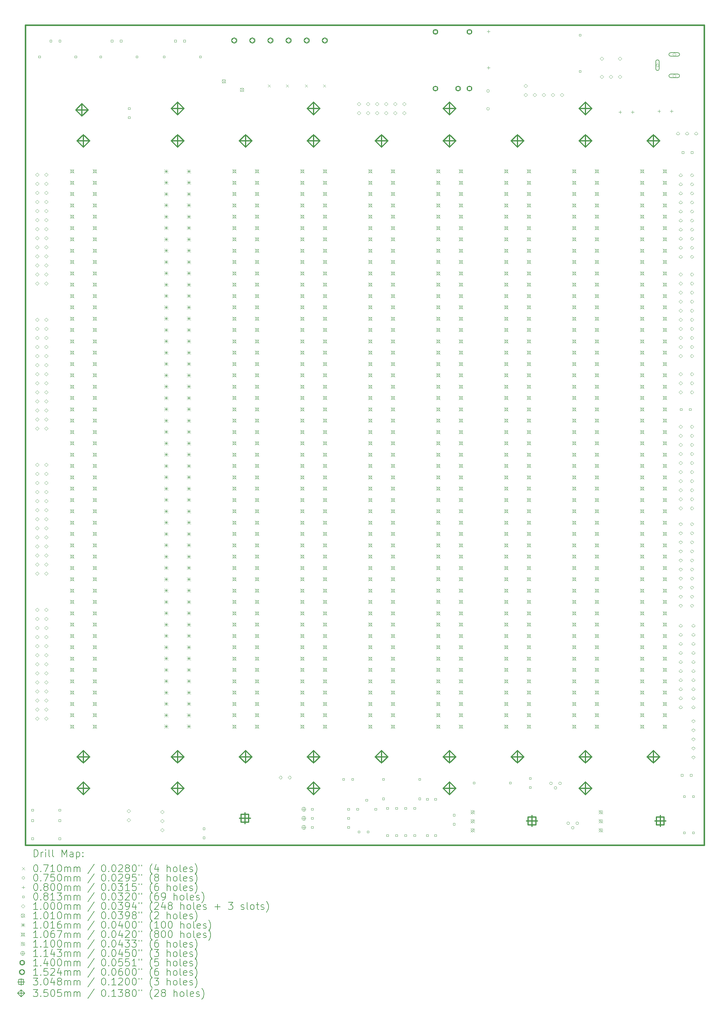
<source format=gbr>
%TF.GenerationSoftware,KiCad,Pcbnew,7.0.5*%
%TF.CreationDate,2024-01-07T16:42:04-06:00*%
%TF.ProjectId,S100-Backplane,53313030-2d42-4616-936b-706c616e652e,rev?*%
%TF.SameCoordinates,Original*%
%TF.FileFunction,Drillmap*%
%TF.FilePolarity,Positive*%
%FSLAX45Y45*%
G04 Gerber Fmt 4.5, Leading zero omitted, Abs format (unit mm)*
G04 Created by KiCad (PCBNEW 7.0.5) date 2024-01-07 16:42:04*
%MOMM*%
%LPD*%
G01*
G04 APERTURE LIST*
%ADD10C,0.381000*%
%ADD11C,0.200000*%
%ADD12C,0.071000*%
%ADD13C,0.075000*%
%ADD14C,0.080000*%
%ADD15C,0.081280*%
%ADD16C,0.100000*%
%ADD17C,0.101000*%
%ADD18C,0.101600*%
%ADD19C,0.106680*%
%ADD20C,0.110000*%
%ADD21C,0.114300*%
%ADD22C,0.140000*%
%ADD23C,0.152400*%
%ADD24C,0.304800*%
%ADD25C,0.350520*%
G04 APERTURE END LIST*
D10*
X31902400Y-30467300D02*
X31902400Y-7493000D01*
X12877800Y-30467300D02*
X31902400Y-30467300D01*
X12877800Y-7493000D02*
X12877800Y-30467300D01*
X31902400Y-7493000D02*
X12877800Y-7493000D01*
D11*
D12*
X19672900Y-9159300D02*
X19743900Y-9230300D01*
X19743900Y-9159300D02*
X19672900Y-9230300D01*
X20182900Y-9159300D02*
X20253900Y-9230300D01*
X20253900Y-9159300D02*
X20182900Y-9230300D01*
X20714300Y-9159300D02*
X20785300Y-9230300D01*
X20785300Y-9159300D02*
X20714300Y-9230300D01*
X21224300Y-9159300D02*
X21295300Y-9230300D01*
X21295300Y-9159300D02*
X21224300Y-9230300D01*
D13*
X25882000Y-9338500D02*
G75*
G03*
X25882000Y-9338500I-37500J0D01*
G01*
X25882000Y-9838500D02*
G75*
G03*
X25882000Y-9838500I-37500J0D01*
G01*
X27647300Y-28740100D02*
G75*
G03*
X27647300Y-28740100I-37500J0D01*
G01*
X27774300Y-28867100D02*
G75*
G03*
X27774300Y-28867100I-37500J0D01*
G01*
X27901300Y-28740100D02*
G75*
G03*
X27901300Y-28740100I-37500J0D01*
G01*
X28129900Y-29857700D02*
G75*
G03*
X28129900Y-29857700I-37500J0D01*
G01*
X28256900Y-29984700D02*
G75*
G03*
X28256900Y-29984700I-37500J0D01*
G01*
X28383900Y-29857700D02*
G75*
G03*
X28383900Y-29857700I-37500J0D01*
G01*
D14*
X25857200Y-7630800D02*
X25857200Y-7710800D01*
X25817200Y-7670800D02*
X25897200Y-7670800D01*
X25857200Y-8646800D02*
X25857200Y-8726800D01*
X25817200Y-8686800D02*
X25897200Y-8686800D01*
X29545800Y-9891400D02*
X29545800Y-9971400D01*
X29505800Y-9931400D02*
X29585800Y-9931400D01*
X29895800Y-9891400D02*
X29895800Y-9971400D01*
X29855800Y-9931400D02*
X29935800Y-9931400D01*
X30638000Y-9866000D02*
X30638000Y-9946000D01*
X30598000Y-9906000D02*
X30678000Y-9906000D01*
X30988000Y-9866000D02*
X30988000Y-9946000D01*
X30948000Y-9906000D02*
X31028000Y-9906000D01*
D15*
X13103387Y-29518137D02*
X13103387Y-29460663D01*
X13045913Y-29460663D01*
X13045913Y-29518137D01*
X13103387Y-29518137D01*
X13103387Y-29810237D02*
X13103387Y-29752763D01*
X13045913Y-29752763D01*
X13045913Y-29810237D01*
X13103387Y-29810237D01*
X13103387Y-30318237D02*
X13103387Y-30260763D01*
X13045913Y-30260763D01*
X13045913Y-30318237D01*
X13103387Y-30318237D01*
X13300237Y-8410737D02*
X13300237Y-8353263D01*
X13242763Y-8353263D01*
X13242763Y-8410737D01*
X13300237Y-8410737D01*
X13617737Y-7966237D02*
X13617737Y-7908763D01*
X13560263Y-7908763D01*
X13560263Y-7966237D01*
X13617737Y-7966237D01*
X13865387Y-29518137D02*
X13865387Y-29460663D01*
X13807913Y-29460663D01*
X13807913Y-29518137D01*
X13865387Y-29518137D01*
X13865387Y-29810237D02*
X13865387Y-29752763D01*
X13807913Y-29752763D01*
X13807913Y-29810237D01*
X13865387Y-29810237D01*
X13865387Y-30318237D02*
X13865387Y-30260763D01*
X13807913Y-30260763D01*
X13807913Y-30318237D01*
X13865387Y-30318237D01*
X13871737Y-7966237D02*
X13871737Y-7908763D01*
X13814263Y-7908763D01*
X13814263Y-7966237D01*
X13871737Y-7966237D01*
X14316237Y-8410737D02*
X14316237Y-8353263D01*
X14258763Y-8353263D01*
X14258763Y-8410737D01*
X14316237Y-8410737D01*
X15014737Y-8410737D02*
X15014737Y-8353263D01*
X14957263Y-8353263D01*
X14957263Y-8410737D01*
X15014737Y-8410737D01*
X15332237Y-7966237D02*
X15332237Y-7908763D01*
X15274763Y-7908763D01*
X15274763Y-7966237D01*
X15332237Y-7966237D01*
X15586237Y-7966237D02*
X15586237Y-7908763D01*
X15528763Y-7908763D01*
X15528763Y-7966237D01*
X15586237Y-7966237D01*
X15814837Y-9858537D02*
X15814837Y-9801063D01*
X15757363Y-9801063D01*
X15757363Y-9858537D01*
X15814837Y-9858537D01*
X15814837Y-10112537D02*
X15814837Y-10055063D01*
X15757363Y-10055063D01*
X15757363Y-10112537D01*
X15814837Y-10112537D01*
X16030737Y-8410737D02*
X16030737Y-8353263D01*
X15973263Y-8353263D01*
X15973263Y-8410737D01*
X16030737Y-8410737D01*
X16792737Y-8410737D02*
X16792737Y-8353263D01*
X16735263Y-8353263D01*
X16735263Y-8410737D01*
X16792737Y-8410737D01*
X17110237Y-7966237D02*
X17110237Y-7908763D01*
X17052763Y-7908763D01*
X17052763Y-7966237D01*
X17110237Y-7966237D01*
X17364237Y-7966237D02*
X17364237Y-7908763D01*
X17306763Y-7908763D01*
X17306763Y-7966237D01*
X17364237Y-7966237D01*
X17808737Y-8410737D02*
X17808737Y-8353263D01*
X17751263Y-8353263D01*
X17751263Y-8410737D01*
X17808737Y-8410737D01*
X17910337Y-30038837D02*
X17910337Y-29981363D01*
X17852863Y-29981363D01*
X17852863Y-30038837D01*
X17910337Y-30038837D01*
X17910337Y-30292837D02*
X17910337Y-30235363D01*
X17852863Y-30235363D01*
X17852863Y-30292837D01*
X17910337Y-30292837D01*
X20945637Y-29492737D02*
X20945637Y-29435263D01*
X20888163Y-29435263D01*
X20888163Y-29492737D01*
X20945637Y-29492737D01*
X20945637Y-29746737D02*
X20945637Y-29689263D01*
X20888163Y-29689263D01*
X20888163Y-29746737D01*
X20945637Y-29746737D01*
X20945637Y-30000737D02*
X20945637Y-29943263D01*
X20888163Y-29943263D01*
X20888163Y-30000737D01*
X20945637Y-30000737D01*
X21821937Y-28654537D02*
X21821937Y-28597063D01*
X21764463Y-28597063D01*
X21764463Y-28654537D01*
X21821937Y-28654537D01*
X21961637Y-29492737D02*
X21961637Y-29435263D01*
X21904163Y-29435263D01*
X21904163Y-29492737D01*
X21961637Y-29492737D01*
X21961637Y-29746737D02*
X21961637Y-29689263D01*
X21904163Y-29689263D01*
X21904163Y-29746737D01*
X21961637Y-29746737D01*
X21961637Y-30000737D02*
X21961637Y-29943263D01*
X21904163Y-29943263D01*
X21904163Y-30000737D01*
X21961637Y-30000737D01*
X22075937Y-28654537D02*
X22075937Y-28597063D01*
X22018463Y-28597063D01*
X22018463Y-28654537D01*
X22075937Y-28654537D01*
X22215637Y-29492737D02*
X22215637Y-29435263D01*
X22158163Y-29435263D01*
X22158163Y-29492737D01*
X22215637Y-29492737D01*
X22253737Y-30127737D02*
X22253737Y-30070263D01*
X22196263Y-30070263D01*
X22196263Y-30127737D01*
X22253737Y-30127737D01*
X22469637Y-29238737D02*
X22469637Y-29181263D01*
X22412163Y-29181263D01*
X22412163Y-29238737D01*
X22469637Y-29238737D01*
X22507737Y-30127737D02*
X22507737Y-30070263D01*
X22450263Y-30070263D01*
X22450263Y-30127737D01*
X22507737Y-30127737D01*
X22723637Y-29492737D02*
X22723637Y-29435263D01*
X22666163Y-29435263D01*
X22666163Y-29492737D01*
X22723637Y-29492737D01*
X22939537Y-28654537D02*
X22939537Y-28597063D01*
X22882063Y-28597063D01*
X22882063Y-28654537D01*
X22939537Y-28654537D01*
X22939537Y-29200637D02*
X22939537Y-29143163D01*
X22882063Y-29143163D01*
X22882063Y-29200637D01*
X22939537Y-29200637D01*
X23053837Y-29467337D02*
X23053837Y-29409863D01*
X22996363Y-29409863D01*
X22996363Y-29467337D01*
X23053837Y-29467337D01*
X23053837Y-30229337D02*
X23053837Y-30171863D01*
X22996363Y-30171863D01*
X22996363Y-30229337D01*
X23053837Y-30229337D01*
X23307837Y-29467337D02*
X23307837Y-29409863D01*
X23250363Y-29409863D01*
X23250363Y-29467337D01*
X23307837Y-29467337D01*
X23307837Y-30229337D02*
X23307837Y-30171863D01*
X23250363Y-30171863D01*
X23250363Y-30229337D01*
X23307837Y-30229337D01*
X23561837Y-29467337D02*
X23561837Y-29409863D01*
X23504363Y-29409863D01*
X23504363Y-29467337D01*
X23561837Y-29467337D01*
X23561837Y-30229337D02*
X23561837Y-30171863D01*
X23504363Y-30171863D01*
X23504363Y-30229337D01*
X23561837Y-30229337D01*
X23815837Y-29467337D02*
X23815837Y-29409863D01*
X23758363Y-29409863D01*
X23758363Y-29467337D01*
X23815837Y-29467337D01*
X23815837Y-30229337D02*
X23815837Y-30171863D01*
X23758363Y-30171863D01*
X23758363Y-30229337D01*
X23815837Y-30229337D01*
X23955537Y-28654537D02*
X23955537Y-28597063D01*
X23898063Y-28597063D01*
X23898063Y-28654537D01*
X23955537Y-28654537D01*
X23955537Y-29200637D02*
X23955537Y-29143163D01*
X23898063Y-29143163D01*
X23898063Y-29200637D01*
X23955537Y-29200637D01*
X24171437Y-29213337D02*
X24171437Y-29155863D01*
X24113963Y-29155863D01*
X24113963Y-29213337D01*
X24171437Y-29213337D01*
X24171437Y-30229337D02*
X24171437Y-30171863D01*
X24113963Y-30171863D01*
X24113963Y-30229337D01*
X24171437Y-30229337D01*
X24400037Y-29213337D02*
X24400037Y-29155863D01*
X24342563Y-29155863D01*
X24342563Y-29213337D01*
X24400037Y-29213337D01*
X24400037Y-30229337D02*
X24400037Y-30171863D01*
X24342563Y-30171863D01*
X24342563Y-30229337D01*
X24400037Y-30229337D01*
X24920737Y-29657837D02*
X24920737Y-29600363D01*
X24863263Y-29600363D01*
X24863263Y-29657837D01*
X24920737Y-29657837D01*
X24920737Y-29911837D02*
X24920737Y-29854363D01*
X24863263Y-29854363D01*
X24863263Y-29911837D01*
X24920737Y-29911837D01*
X25479537Y-28756137D02*
X25479537Y-28698663D01*
X25422063Y-28698663D01*
X25422063Y-28756137D01*
X25479537Y-28756137D01*
X26495537Y-28756137D02*
X26495537Y-28698663D01*
X26438063Y-28698663D01*
X26438063Y-28756137D01*
X26495537Y-28756137D01*
X27054337Y-28629137D02*
X27054337Y-28571663D01*
X26996863Y-28571663D01*
X26996863Y-28629137D01*
X27054337Y-28629137D01*
X27054337Y-28883137D02*
X27054337Y-28825663D01*
X26996863Y-28825663D01*
X26996863Y-28883137D01*
X27054337Y-28883137D01*
X28451337Y-7801137D02*
X28451337Y-7743663D01*
X28393863Y-7743663D01*
X28393863Y-7801137D01*
X28451337Y-7801137D01*
X28451337Y-8817137D02*
X28451337Y-8759663D01*
X28393863Y-8759663D01*
X28393863Y-8817137D01*
X28451337Y-8817137D01*
X31283437Y-18291337D02*
X31283437Y-18233863D01*
X31225963Y-18233863D01*
X31225963Y-18291337D01*
X31283437Y-18291337D01*
X31306297Y-28542777D02*
X31306297Y-28485303D01*
X31248823Y-28485303D01*
X31248823Y-28542777D01*
X31306297Y-28542777D01*
X31334237Y-11090437D02*
X31334237Y-11032963D01*
X31276763Y-11032963D01*
X31276763Y-11090437D01*
X31334237Y-11090437D01*
X31372337Y-29137137D02*
X31372337Y-29079663D01*
X31314863Y-29079663D01*
X31314863Y-29137137D01*
X31372337Y-29137137D01*
X31372337Y-30153137D02*
X31372337Y-30095663D01*
X31314863Y-30095663D01*
X31314863Y-30153137D01*
X31372337Y-30153137D01*
X31537437Y-18291337D02*
X31537437Y-18233863D01*
X31479963Y-18233863D01*
X31479963Y-18291337D01*
X31537437Y-18291337D01*
X31560297Y-28542777D02*
X31560297Y-28485303D01*
X31502823Y-28485303D01*
X31502823Y-28542777D01*
X31560297Y-28542777D01*
X31588237Y-11090437D02*
X31588237Y-11032963D01*
X31530763Y-11032963D01*
X31530763Y-11090437D01*
X31588237Y-11090437D01*
X31626337Y-29137137D02*
X31626337Y-29079663D01*
X31568863Y-29079663D01*
X31568863Y-29137137D01*
X31626337Y-29137137D01*
X31626337Y-30153137D02*
X31626337Y-30095663D01*
X31568863Y-30095663D01*
X31568863Y-30153137D01*
X31626337Y-30153137D01*
D16*
X13208000Y-11734000D02*
X13258000Y-11684000D01*
X13208000Y-11634000D01*
X13158000Y-11684000D01*
X13208000Y-11734000D01*
X13208000Y-11988000D02*
X13258000Y-11938000D01*
X13208000Y-11888000D01*
X13158000Y-11938000D01*
X13208000Y-11988000D01*
X13208000Y-12242000D02*
X13258000Y-12192000D01*
X13208000Y-12142000D01*
X13158000Y-12192000D01*
X13208000Y-12242000D01*
X13208000Y-12496000D02*
X13258000Y-12446000D01*
X13208000Y-12396000D01*
X13158000Y-12446000D01*
X13208000Y-12496000D01*
X13208000Y-12750000D02*
X13258000Y-12700000D01*
X13208000Y-12650000D01*
X13158000Y-12700000D01*
X13208000Y-12750000D01*
X13208000Y-13004000D02*
X13258000Y-12954000D01*
X13208000Y-12904000D01*
X13158000Y-12954000D01*
X13208000Y-13004000D01*
X13208000Y-13258000D02*
X13258000Y-13208000D01*
X13208000Y-13158000D01*
X13158000Y-13208000D01*
X13208000Y-13258000D01*
X13208000Y-13512000D02*
X13258000Y-13462000D01*
X13208000Y-13412000D01*
X13158000Y-13462000D01*
X13208000Y-13512000D01*
X13208000Y-13766000D02*
X13258000Y-13716000D01*
X13208000Y-13666000D01*
X13158000Y-13716000D01*
X13208000Y-13766000D01*
X13208000Y-14020000D02*
X13258000Y-13970000D01*
X13208000Y-13920000D01*
X13158000Y-13970000D01*
X13208000Y-14020000D01*
X13208000Y-14274000D02*
X13258000Y-14224000D01*
X13208000Y-14174000D01*
X13158000Y-14224000D01*
X13208000Y-14274000D01*
X13208000Y-14528000D02*
X13258000Y-14478000D01*
X13208000Y-14428000D01*
X13158000Y-14478000D01*
X13208000Y-14528000D01*
X13208000Y-14782000D02*
X13258000Y-14732000D01*
X13208000Y-14682000D01*
X13158000Y-14732000D01*
X13208000Y-14782000D01*
X13208000Y-15798000D02*
X13258000Y-15748000D01*
X13208000Y-15698000D01*
X13158000Y-15748000D01*
X13208000Y-15798000D01*
X13208000Y-16052000D02*
X13258000Y-16002000D01*
X13208000Y-15952000D01*
X13158000Y-16002000D01*
X13208000Y-16052000D01*
X13208000Y-16306000D02*
X13258000Y-16256000D01*
X13208000Y-16206000D01*
X13158000Y-16256000D01*
X13208000Y-16306000D01*
X13208000Y-16560000D02*
X13258000Y-16510000D01*
X13208000Y-16460000D01*
X13158000Y-16510000D01*
X13208000Y-16560000D01*
X13208000Y-16814000D02*
X13258000Y-16764000D01*
X13208000Y-16714000D01*
X13158000Y-16764000D01*
X13208000Y-16814000D01*
X13208000Y-17068000D02*
X13258000Y-17018000D01*
X13208000Y-16968000D01*
X13158000Y-17018000D01*
X13208000Y-17068000D01*
X13208000Y-17322000D02*
X13258000Y-17272000D01*
X13208000Y-17222000D01*
X13158000Y-17272000D01*
X13208000Y-17322000D01*
X13208000Y-17576000D02*
X13258000Y-17526000D01*
X13208000Y-17476000D01*
X13158000Y-17526000D01*
X13208000Y-17576000D01*
X13208000Y-17830000D02*
X13258000Y-17780000D01*
X13208000Y-17730000D01*
X13158000Y-17780000D01*
X13208000Y-17830000D01*
X13208000Y-18084000D02*
X13258000Y-18034000D01*
X13208000Y-17984000D01*
X13158000Y-18034000D01*
X13208000Y-18084000D01*
X13208000Y-18338000D02*
X13258000Y-18288000D01*
X13208000Y-18238000D01*
X13158000Y-18288000D01*
X13208000Y-18338000D01*
X13208000Y-18592000D02*
X13258000Y-18542000D01*
X13208000Y-18492000D01*
X13158000Y-18542000D01*
X13208000Y-18592000D01*
X13208000Y-18846000D02*
X13258000Y-18796000D01*
X13208000Y-18746000D01*
X13158000Y-18796000D01*
X13208000Y-18846000D01*
X13208000Y-19862000D02*
X13258000Y-19812000D01*
X13208000Y-19762000D01*
X13158000Y-19812000D01*
X13208000Y-19862000D01*
X13208000Y-20116000D02*
X13258000Y-20066000D01*
X13208000Y-20016000D01*
X13158000Y-20066000D01*
X13208000Y-20116000D01*
X13208000Y-20370000D02*
X13258000Y-20320000D01*
X13208000Y-20270000D01*
X13158000Y-20320000D01*
X13208000Y-20370000D01*
X13208000Y-20624000D02*
X13258000Y-20574000D01*
X13208000Y-20524000D01*
X13158000Y-20574000D01*
X13208000Y-20624000D01*
X13208000Y-20878000D02*
X13258000Y-20828000D01*
X13208000Y-20778000D01*
X13158000Y-20828000D01*
X13208000Y-20878000D01*
X13208000Y-21132000D02*
X13258000Y-21082000D01*
X13208000Y-21032000D01*
X13158000Y-21082000D01*
X13208000Y-21132000D01*
X13208000Y-21386000D02*
X13258000Y-21336000D01*
X13208000Y-21286000D01*
X13158000Y-21336000D01*
X13208000Y-21386000D01*
X13208000Y-21640000D02*
X13258000Y-21590000D01*
X13208000Y-21540000D01*
X13158000Y-21590000D01*
X13208000Y-21640000D01*
X13208000Y-21894000D02*
X13258000Y-21844000D01*
X13208000Y-21794000D01*
X13158000Y-21844000D01*
X13208000Y-21894000D01*
X13208000Y-22148000D02*
X13258000Y-22098000D01*
X13208000Y-22048000D01*
X13158000Y-22098000D01*
X13208000Y-22148000D01*
X13208000Y-22402000D02*
X13258000Y-22352000D01*
X13208000Y-22302000D01*
X13158000Y-22352000D01*
X13208000Y-22402000D01*
X13208000Y-22656000D02*
X13258000Y-22606000D01*
X13208000Y-22556000D01*
X13158000Y-22606000D01*
X13208000Y-22656000D01*
X13208000Y-22910000D02*
X13258000Y-22860000D01*
X13208000Y-22810000D01*
X13158000Y-22860000D01*
X13208000Y-22910000D01*
X13208000Y-23926000D02*
X13258000Y-23876000D01*
X13208000Y-23826000D01*
X13158000Y-23876000D01*
X13208000Y-23926000D01*
X13208000Y-24180000D02*
X13258000Y-24130000D01*
X13208000Y-24080000D01*
X13158000Y-24130000D01*
X13208000Y-24180000D01*
X13208000Y-24434000D02*
X13258000Y-24384000D01*
X13208000Y-24334000D01*
X13158000Y-24384000D01*
X13208000Y-24434000D01*
X13208000Y-24688000D02*
X13258000Y-24638000D01*
X13208000Y-24588000D01*
X13158000Y-24638000D01*
X13208000Y-24688000D01*
X13208000Y-24942000D02*
X13258000Y-24892000D01*
X13208000Y-24842000D01*
X13158000Y-24892000D01*
X13208000Y-24942000D01*
X13208000Y-25196000D02*
X13258000Y-25146000D01*
X13208000Y-25096000D01*
X13158000Y-25146000D01*
X13208000Y-25196000D01*
X13208000Y-25450000D02*
X13258000Y-25400000D01*
X13208000Y-25350000D01*
X13158000Y-25400000D01*
X13208000Y-25450000D01*
X13208000Y-25704000D02*
X13258000Y-25654000D01*
X13208000Y-25604000D01*
X13158000Y-25654000D01*
X13208000Y-25704000D01*
X13208000Y-25958000D02*
X13258000Y-25908000D01*
X13208000Y-25858000D01*
X13158000Y-25908000D01*
X13208000Y-25958000D01*
X13208000Y-26212000D02*
X13258000Y-26162000D01*
X13208000Y-26112000D01*
X13158000Y-26162000D01*
X13208000Y-26212000D01*
X13208000Y-26466000D02*
X13258000Y-26416000D01*
X13208000Y-26366000D01*
X13158000Y-26416000D01*
X13208000Y-26466000D01*
X13208000Y-26720000D02*
X13258000Y-26670000D01*
X13208000Y-26620000D01*
X13158000Y-26670000D01*
X13208000Y-26720000D01*
X13208000Y-26974000D02*
X13258000Y-26924000D01*
X13208000Y-26874000D01*
X13158000Y-26924000D01*
X13208000Y-26974000D01*
X13462000Y-11734000D02*
X13512000Y-11684000D01*
X13462000Y-11634000D01*
X13412000Y-11684000D01*
X13462000Y-11734000D01*
X13462000Y-11988000D02*
X13512000Y-11938000D01*
X13462000Y-11888000D01*
X13412000Y-11938000D01*
X13462000Y-11988000D01*
X13462000Y-12242000D02*
X13512000Y-12192000D01*
X13462000Y-12142000D01*
X13412000Y-12192000D01*
X13462000Y-12242000D01*
X13462000Y-12496000D02*
X13512000Y-12446000D01*
X13462000Y-12396000D01*
X13412000Y-12446000D01*
X13462000Y-12496000D01*
X13462000Y-12750000D02*
X13512000Y-12700000D01*
X13462000Y-12650000D01*
X13412000Y-12700000D01*
X13462000Y-12750000D01*
X13462000Y-13004000D02*
X13512000Y-12954000D01*
X13462000Y-12904000D01*
X13412000Y-12954000D01*
X13462000Y-13004000D01*
X13462000Y-13258000D02*
X13512000Y-13208000D01*
X13462000Y-13158000D01*
X13412000Y-13208000D01*
X13462000Y-13258000D01*
X13462000Y-13512000D02*
X13512000Y-13462000D01*
X13462000Y-13412000D01*
X13412000Y-13462000D01*
X13462000Y-13512000D01*
X13462000Y-13766000D02*
X13512000Y-13716000D01*
X13462000Y-13666000D01*
X13412000Y-13716000D01*
X13462000Y-13766000D01*
X13462000Y-14020000D02*
X13512000Y-13970000D01*
X13462000Y-13920000D01*
X13412000Y-13970000D01*
X13462000Y-14020000D01*
X13462000Y-14274000D02*
X13512000Y-14224000D01*
X13462000Y-14174000D01*
X13412000Y-14224000D01*
X13462000Y-14274000D01*
X13462000Y-14528000D02*
X13512000Y-14478000D01*
X13462000Y-14428000D01*
X13412000Y-14478000D01*
X13462000Y-14528000D01*
X13462000Y-14782000D02*
X13512000Y-14732000D01*
X13462000Y-14682000D01*
X13412000Y-14732000D01*
X13462000Y-14782000D01*
X13462000Y-15798000D02*
X13512000Y-15748000D01*
X13462000Y-15698000D01*
X13412000Y-15748000D01*
X13462000Y-15798000D01*
X13462000Y-16052000D02*
X13512000Y-16002000D01*
X13462000Y-15952000D01*
X13412000Y-16002000D01*
X13462000Y-16052000D01*
X13462000Y-16306000D02*
X13512000Y-16256000D01*
X13462000Y-16206000D01*
X13412000Y-16256000D01*
X13462000Y-16306000D01*
X13462000Y-16560000D02*
X13512000Y-16510000D01*
X13462000Y-16460000D01*
X13412000Y-16510000D01*
X13462000Y-16560000D01*
X13462000Y-16814000D02*
X13512000Y-16764000D01*
X13462000Y-16714000D01*
X13412000Y-16764000D01*
X13462000Y-16814000D01*
X13462000Y-17068000D02*
X13512000Y-17018000D01*
X13462000Y-16968000D01*
X13412000Y-17018000D01*
X13462000Y-17068000D01*
X13462000Y-17322000D02*
X13512000Y-17272000D01*
X13462000Y-17222000D01*
X13412000Y-17272000D01*
X13462000Y-17322000D01*
X13462000Y-17576000D02*
X13512000Y-17526000D01*
X13462000Y-17476000D01*
X13412000Y-17526000D01*
X13462000Y-17576000D01*
X13462000Y-17830000D02*
X13512000Y-17780000D01*
X13462000Y-17730000D01*
X13412000Y-17780000D01*
X13462000Y-17830000D01*
X13462000Y-18084000D02*
X13512000Y-18034000D01*
X13462000Y-17984000D01*
X13412000Y-18034000D01*
X13462000Y-18084000D01*
X13462000Y-18338000D02*
X13512000Y-18288000D01*
X13462000Y-18238000D01*
X13412000Y-18288000D01*
X13462000Y-18338000D01*
X13462000Y-18592000D02*
X13512000Y-18542000D01*
X13462000Y-18492000D01*
X13412000Y-18542000D01*
X13462000Y-18592000D01*
X13462000Y-18846000D02*
X13512000Y-18796000D01*
X13462000Y-18746000D01*
X13412000Y-18796000D01*
X13462000Y-18846000D01*
X13462000Y-19862000D02*
X13512000Y-19812000D01*
X13462000Y-19762000D01*
X13412000Y-19812000D01*
X13462000Y-19862000D01*
X13462000Y-20116000D02*
X13512000Y-20066000D01*
X13462000Y-20016000D01*
X13412000Y-20066000D01*
X13462000Y-20116000D01*
X13462000Y-20370000D02*
X13512000Y-20320000D01*
X13462000Y-20270000D01*
X13412000Y-20320000D01*
X13462000Y-20370000D01*
X13462000Y-20624000D02*
X13512000Y-20574000D01*
X13462000Y-20524000D01*
X13412000Y-20574000D01*
X13462000Y-20624000D01*
X13462000Y-20878000D02*
X13512000Y-20828000D01*
X13462000Y-20778000D01*
X13412000Y-20828000D01*
X13462000Y-20878000D01*
X13462000Y-21132000D02*
X13512000Y-21082000D01*
X13462000Y-21032000D01*
X13412000Y-21082000D01*
X13462000Y-21132000D01*
X13462000Y-21386000D02*
X13512000Y-21336000D01*
X13462000Y-21286000D01*
X13412000Y-21336000D01*
X13462000Y-21386000D01*
X13462000Y-21640000D02*
X13512000Y-21590000D01*
X13462000Y-21540000D01*
X13412000Y-21590000D01*
X13462000Y-21640000D01*
X13462000Y-21894000D02*
X13512000Y-21844000D01*
X13462000Y-21794000D01*
X13412000Y-21844000D01*
X13462000Y-21894000D01*
X13462000Y-22148000D02*
X13512000Y-22098000D01*
X13462000Y-22048000D01*
X13412000Y-22098000D01*
X13462000Y-22148000D01*
X13462000Y-22402000D02*
X13512000Y-22352000D01*
X13462000Y-22302000D01*
X13412000Y-22352000D01*
X13462000Y-22402000D01*
X13462000Y-22656000D02*
X13512000Y-22606000D01*
X13462000Y-22556000D01*
X13412000Y-22606000D01*
X13462000Y-22656000D01*
X13462000Y-22910000D02*
X13512000Y-22860000D01*
X13462000Y-22810000D01*
X13412000Y-22860000D01*
X13462000Y-22910000D01*
X13462000Y-23926000D02*
X13512000Y-23876000D01*
X13462000Y-23826000D01*
X13412000Y-23876000D01*
X13462000Y-23926000D01*
X13462000Y-24180000D02*
X13512000Y-24130000D01*
X13462000Y-24080000D01*
X13412000Y-24130000D01*
X13462000Y-24180000D01*
X13462000Y-24434000D02*
X13512000Y-24384000D01*
X13462000Y-24334000D01*
X13412000Y-24384000D01*
X13462000Y-24434000D01*
X13462000Y-24688000D02*
X13512000Y-24638000D01*
X13462000Y-24588000D01*
X13412000Y-24638000D01*
X13462000Y-24688000D01*
X13462000Y-24942000D02*
X13512000Y-24892000D01*
X13462000Y-24842000D01*
X13412000Y-24892000D01*
X13462000Y-24942000D01*
X13462000Y-25196000D02*
X13512000Y-25146000D01*
X13462000Y-25096000D01*
X13412000Y-25146000D01*
X13462000Y-25196000D01*
X13462000Y-25450000D02*
X13512000Y-25400000D01*
X13462000Y-25350000D01*
X13412000Y-25400000D01*
X13462000Y-25450000D01*
X13462000Y-25704000D02*
X13512000Y-25654000D01*
X13462000Y-25604000D01*
X13412000Y-25654000D01*
X13462000Y-25704000D01*
X13462000Y-25958000D02*
X13512000Y-25908000D01*
X13462000Y-25858000D01*
X13412000Y-25908000D01*
X13462000Y-25958000D01*
X13462000Y-26212000D02*
X13512000Y-26162000D01*
X13462000Y-26112000D01*
X13412000Y-26162000D01*
X13462000Y-26212000D01*
X13462000Y-26466000D02*
X13512000Y-26416000D01*
X13462000Y-26366000D01*
X13412000Y-26416000D01*
X13462000Y-26466000D01*
X13462000Y-26720000D02*
X13512000Y-26670000D01*
X13462000Y-26620000D01*
X13412000Y-26670000D01*
X13462000Y-26720000D01*
X13462000Y-26974000D02*
X13512000Y-26924000D01*
X13462000Y-26874000D01*
X13412000Y-26924000D01*
X13462000Y-26974000D01*
X15773400Y-29565300D02*
X15823400Y-29515300D01*
X15773400Y-29465300D01*
X15723400Y-29515300D01*
X15773400Y-29565300D01*
X15773400Y-29819300D02*
X15823400Y-29769300D01*
X15773400Y-29719300D01*
X15723400Y-29769300D01*
X15773400Y-29819300D01*
X16713200Y-29590200D02*
X16763200Y-29540200D01*
X16713200Y-29490200D01*
X16663200Y-29540200D01*
X16713200Y-29590200D01*
X16713200Y-29844200D02*
X16763200Y-29794200D01*
X16713200Y-29744200D01*
X16663200Y-29794200D01*
X16713200Y-29844200D01*
X16713200Y-30098200D02*
X16763200Y-30048200D01*
X16713200Y-29998200D01*
X16663200Y-30048200D01*
X16713200Y-30098200D01*
X20028400Y-28625000D02*
X20078400Y-28575000D01*
X20028400Y-28525000D01*
X19978400Y-28575000D01*
X20028400Y-28625000D01*
X20282400Y-28625000D02*
X20332400Y-28575000D01*
X20282400Y-28525000D01*
X20232400Y-28575000D01*
X20282400Y-28625000D01*
X22225000Y-9752800D02*
X22275000Y-9702800D01*
X22225000Y-9652800D01*
X22175000Y-9702800D01*
X22225000Y-9752800D01*
X22225000Y-10006800D02*
X22275000Y-9956800D01*
X22225000Y-9906800D01*
X22175000Y-9956800D01*
X22225000Y-10006800D01*
X22479000Y-9752800D02*
X22529000Y-9702800D01*
X22479000Y-9652800D01*
X22429000Y-9702800D01*
X22479000Y-9752800D01*
X22479000Y-10006800D02*
X22529000Y-9956800D01*
X22479000Y-9906800D01*
X22429000Y-9956800D01*
X22479000Y-10006800D01*
X22733000Y-9752800D02*
X22783000Y-9702800D01*
X22733000Y-9652800D01*
X22683000Y-9702800D01*
X22733000Y-9752800D01*
X22733000Y-10006800D02*
X22783000Y-9956800D01*
X22733000Y-9906800D01*
X22683000Y-9956800D01*
X22733000Y-10006800D01*
X22987000Y-9752800D02*
X23037000Y-9702800D01*
X22987000Y-9652800D01*
X22937000Y-9702800D01*
X22987000Y-9752800D01*
X22987000Y-10006800D02*
X23037000Y-9956800D01*
X22987000Y-9906800D01*
X22937000Y-9956800D01*
X22987000Y-10006800D01*
X23241000Y-9752800D02*
X23291000Y-9702800D01*
X23241000Y-9652800D01*
X23191000Y-9702800D01*
X23241000Y-9752800D01*
X23241000Y-10006800D02*
X23291000Y-9956800D01*
X23241000Y-9906800D01*
X23191000Y-9956800D01*
X23241000Y-10006800D01*
X23495000Y-9752800D02*
X23545000Y-9702800D01*
X23495000Y-9652800D01*
X23445000Y-9702800D01*
X23495000Y-9752800D01*
X23495000Y-10006800D02*
X23545000Y-9956800D01*
X23495000Y-9906800D01*
X23445000Y-9956800D01*
X23495000Y-10006800D01*
X26898600Y-9244800D02*
X26948600Y-9194800D01*
X26898600Y-9144800D01*
X26848600Y-9194800D01*
X26898600Y-9244800D01*
X26898600Y-9498800D02*
X26948600Y-9448800D01*
X26898600Y-9398800D01*
X26848600Y-9448800D01*
X26898600Y-9498800D01*
X27152600Y-9498800D02*
X27202600Y-9448800D01*
X27152600Y-9398800D01*
X27102600Y-9448800D01*
X27152600Y-9498800D01*
X27406600Y-9498800D02*
X27456600Y-9448800D01*
X27406600Y-9398800D01*
X27356600Y-9448800D01*
X27406600Y-9498800D01*
X27660600Y-9498800D02*
X27710600Y-9448800D01*
X27660600Y-9398800D01*
X27610600Y-9448800D01*
X27660600Y-9498800D01*
X27914600Y-9498800D02*
X27964600Y-9448800D01*
X27914600Y-9398800D01*
X27864600Y-9448800D01*
X27914600Y-9498800D01*
X29032200Y-8482800D02*
X29082200Y-8432800D01*
X29032200Y-8382800D01*
X28982200Y-8432800D01*
X29032200Y-8482800D01*
X29032200Y-8990800D02*
X29082200Y-8940800D01*
X29032200Y-8890800D01*
X28982200Y-8940800D01*
X29032200Y-8990800D01*
X29286200Y-8990800D02*
X29336200Y-8940800D01*
X29286200Y-8890800D01*
X29236200Y-8940800D01*
X29286200Y-8990800D01*
X29540200Y-8482800D02*
X29590200Y-8432800D01*
X29540200Y-8382800D01*
X29490200Y-8432800D01*
X29540200Y-8482800D01*
X29540200Y-8990800D02*
X29590200Y-8940800D01*
X29540200Y-8890800D01*
X29490200Y-8940800D01*
X29540200Y-8990800D01*
X30594200Y-8665400D02*
X30644200Y-8615400D01*
X30594200Y-8565400D01*
X30544200Y-8615400D01*
X30594200Y-8665400D01*
D11*
X30544200Y-8515400D02*
X30544200Y-8715400D01*
X30544200Y-8715400D02*
G75*
G03*
X30644200Y-8715400I50000J0D01*
G01*
X30644200Y-8715400D02*
X30644200Y-8515400D01*
X30644200Y-8515400D02*
G75*
G03*
X30544200Y-8515400I-50000J0D01*
G01*
D16*
X31064200Y-8365400D02*
X31114200Y-8315400D01*
X31064200Y-8265400D01*
X31014200Y-8315400D01*
X31064200Y-8365400D01*
D11*
X31164200Y-8265400D02*
X30964200Y-8265400D01*
X30964200Y-8265400D02*
G75*
G03*
X30964200Y-8365400I0J-50000D01*
G01*
X30964200Y-8365400D02*
X31164200Y-8365400D01*
X31164200Y-8365400D02*
G75*
G03*
X31164200Y-8265400I0J50000D01*
G01*
D16*
X31064200Y-8965400D02*
X31114200Y-8915400D01*
X31064200Y-8865400D01*
X31014200Y-8915400D01*
X31064200Y-8965400D01*
D11*
X31164200Y-8865400D02*
X30964200Y-8865400D01*
X30964200Y-8865400D02*
G75*
G03*
X30964200Y-8965400I0J-50000D01*
G01*
X30964200Y-8965400D02*
X31164200Y-8965400D01*
X31164200Y-8965400D02*
G75*
G03*
X31164200Y-8865400I0J50000D01*
G01*
D16*
X31165800Y-10578300D02*
X31215800Y-10528300D01*
X31165800Y-10478300D01*
X31115800Y-10528300D01*
X31165800Y-10578300D01*
X31242000Y-11746700D02*
X31292000Y-11696700D01*
X31242000Y-11646700D01*
X31192000Y-11696700D01*
X31242000Y-11746700D01*
X31242000Y-12000700D02*
X31292000Y-11950700D01*
X31242000Y-11900700D01*
X31192000Y-11950700D01*
X31242000Y-12000700D01*
X31242000Y-12254700D02*
X31292000Y-12204700D01*
X31242000Y-12154700D01*
X31192000Y-12204700D01*
X31242000Y-12254700D01*
X31242000Y-12508700D02*
X31292000Y-12458700D01*
X31242000Y-12408700D01*
X31192000Y-12458700D01*
X31242000Y-12508700D01*
X31242000Y-12762700D02*
X31292000Y-12712700D01*
X31242000Y-12662700D01*
X31192000Y-12712700D01*
X31242000Y-12762700D01*
X31242000Y-13016700D02*
X31292000Y-12966700D01*
X31242000Y-12916700D01*
X31192000Y-12966700D01*
X31242000Y-13016700D01*
X31242000Y-13270700D02*
X31292000Y-13220700D01*
X31242000Y-13170700D01*
X31192000Y-13220700D01*
X31242000Y-13270700D01*
X31242000Y-13524700D02*
X31292000Y-13474700D01*
X31242000Y-13424700D01*
X31192000Y-13474700D01*
X31242000Y-13524700D01*
X31242000Y-13778700D02*
X31292000Y-13728700D01*
X31242000Y-13678700D01*
X31192000Y-13728700D01*
X31242000Y-13778700D01*
X31242000Y-14032700D02*
X31292000Y-13982700D01*
X31242000Y-13932700D01*
X31192000Y-13982700D01*
X31242000Y-14032700D01*
X31242000Y-14528000D02*
X31292000Y-14478000D01*
X31242000Y-14428000D01*
X31192000Y-14478000D01*
X31242000Y-14528000D01*
X31242000Y-14782000D02*
X31292000Y-14732000D01*
X31242000Y-14682000D01*
X31192000Y-14732000D01*
X31242000Y-14782000D01*
X31242000Y-15036000D02*
X31292000Y-14986000D01*
X31242000Y-14936000D01*
X31192000Y-14986000D01*
X31242000Y-15036000D01*
X31242000Y-15290000D02*
X31292000Y-15240000D01*
X31242000Y-15190000D01*
X31192000Y-15240000D01*
X31242000Y-15290000D01*
X31242000Y-15544000D02*
X31292000Y-15494000D01*
X31242000Y-15444000D01*
X31192000Y-15494000D01*
X31242000Y-15544000D01*
X31242000Y-15798000D02*
X31292000Y-15748000D01*
X31242000Y-15698000D01*
X31192000Y-15748000D01*
X31242000Y-15798000D01*
X31242000Y-16052000D02*
X31292000Y-16002000D01*
X31242000Y-15952000D01*
X31192000Y-16002000D01*
X31242000Y-16052000D01*
X31242000Y-16306000D02*
X31292000Y-16256000D01*
X31242000Y-16206000D01*
X31192000Y-16256000D01*
X31242000Y-16306000D01*
X31242000Y-16560000D02*
X31292000Y-16510000D01*
X31242000Y-16460000D01*
X31192000Y-16510000D01*
X31242000Y-16560000D01*
X31242000Y-16814000D02*
X31292000Y-16764000D01*
X31242000Y-16714000D01*
X31192000Y-16764000D01*
X31242000Y-16814000D01*
X31242000Y-17322000D02*
X31292000Y-17272000D01*
X31242000Y-17222000D01*
X31192000Y-17272000D01*
X31242000Y-17322000D01*
X31242000Y-17576000D02*
X31292000Y-17526000D01*
X31242000Y-17476000D01*
X31192000Y-17526000D01*
X31242000Y-17576000D01*
X31242000Y-17830000D02*
X31292000Y-17780000D01*
X31242000Y-17730000D01*
X31192000Y-17780000D01*
X31242000Y-17830000D01*
X31242000Y-18795200D02*
X31292000Y-18745200D01*
X31242000Y-18695200D01*
X31192000Y-18745200D01*
X31242000Y-18795200D01*
X31242000Y-19049200D02*
X31292000Y-18999200D01*
X31242000Y-18949200D01*
X31192000Y-18999200D01*
X31242000Y-19049200D01*
X31242000Y-19303200D02*
X31292000Y-19253200D01*
X31242000Y-19203200D01*
X31192000Y-19253200D01*
X31242000Y-19303200D01*
X31242000Y-19557200D02*
X31292000Y-19507200D01*
X31242000Y-19457200D01*
X31192000Y-19507200D01*
X31242000Y-19557200D01*
X31242000Y-19811200D02*
X31292000Y-19761200D01*
X31242000Y-19711200D01*
X31192000Y-19761200D01*
X31242000Y-19811200D01*
X31242000Y-20065200D02*
X31292000Y-20015200D01*
X31242000Y-19965200D01*
X31192000Y-20015200D01*
X31242000Y-20065200D01*
X31242000Y-20319200D02*
X31292000Y-20269200D01*
X31242000Y-20219200D01*
X31192000Y-20269200D01*
X31242000Y-20319200D01*
X31242000Y-20573200D02*
X31292000Y-20523200D01*
X31242000Y-20473200D01*
X31192000Y-20523200D01*
X31242000Y-20573200D01*
X31242000Y-20827200D02*
X31292000Y-20777200D01*
X31242000Y-20727200D01*
X31192000Y-20777200D01*
X31242000Y-20827200D01*
X31242000Y-21081200D02*
X31292000Y-21031200D01*
X31242000Y-20981200D01*
X31192000Y-21031200D01*
X31242000Y-21081200D01*
X31242000Y-21525200D02*
X31292000Y-21475200D01*
X31242000Y-21425200D01*
X31192000Y-21475200D01*
X31242000Y-21525200D01*
X31242000Y-21779200D02*
X31292000Y-21729200D01*
X31242000Y-21679200D01*
X31192000Y-21729200D01*
X31242000Y-21779200D01*
X31242000Y-22033200D02*
X31292000Y-21983200D01*
X31242000Y-21933200D01*
X31192000Y-21983200D01*
X31242000Y-22033200D01*
X31242000Y-22287200D02*
X31292000Y-22237200D01*
X31242000Y-22187200D01*
X31192000Y-22237200D01*
X31242000Y-22287200D01*
X31242000Y-22541200D02*
X31292000Y-22491200D01*
X31242000Y-22441200D01*
X31192000Y-22491200D01*
X31242000Y-22541200D01*
X31242000Y-22795200D02*
X31292000Y-22745200D01*
X31242000Y-22695200D01*
X31192000Y-22745200D01*
X31242000Y-22795200D01*
X31242000Y-23049200D02*
X31292000Y-22999200D01*
X31242000Y-22949200D01*
X31192000Y-22999200D01*
X31242000Y-23049200D01*
X31242000Y-23303200D02*
X31292000Y-23253200D01*
X31242000Y-23203200D01*
X31192000Y-23253200D01*
X31242000Y-23303200D01*
X31242000Y-23557200D02*
X31292000Y-23507200D01*
X31242000Y-23457200D01*
X31192000Y-23507200D01*
X31242000Y-23557200D01*
X31242000Y-23811200D02*
X31292000Y-23761200D01*
X31242000Y-23711200D01*
X31192000Y-23761200D01*
X31242000Y-23811200D01*
X31242000Y-24370500D02*
X31292000Y-24320500D01*
X31242000Y-24270500D01*
X31192000Y-24320500D01*
X31242000Y-24370500D01*
X31242000Y-24624500D02*
X31292000Y-24574500D01*
X31242000Y-24524500D01*
X31192000Y-24574500D01*
X31242000Y-24624500D01*
X31242000Y-24878500D02*
X31292000Y-24828500D01*
X31242000Y-24778500D01*
X31192000Y-24828500D01*
X31242000Y-24878500D01*
X31242000Y-25132500D02*
X31292000Y-25082500D01*
X31242000Y-25032500D01*
X31192000Y-25082500D01*
X31242000Y-25132500D01*
X31242000Y-25386500D02*
X31292000Y-25336500D01*
X31242000Y-25286500D01*
X31192000Y-25336500D01*
X31242000Y-25386500D01*
X31242000Y-25640500D02*
X31292000Y-25590500D01*
X31242000Y-25540500D01*
X31192000Y-25590500D01*
X31242000Y-25640500D01*
X31242000Y-25894500D02*
X31292000Y-25844500D01*
X31242000Y-25794500D01*
X31192000Y-25844500D01*
X31242000Y-25894500D01*
X31242000Y-26148500D02*
X31292000Y-26098500D01*
X31242000Y-26048500D01*
X31192000Y-26098500D01*
X31242000Y-26148500D01*
X31242000Y-26402500D02*
X31292000Y-26352500D01*
X31242000Y-26302500D01*
X31192000Y-26352500D01*
X31242000Y-26402500D01*
X31242000Y-26656500D02*
X31292000Y-26606500D01*
X31242000Y-26556500D01*
X31192000Y-26606500D01*
X31242000Y-26656500D01*
X31419800Y-10578300D02*
X31469800Y-10528300D01*
X31419800Y-10478300D01*
X31369800Y-10528300D01*
X31419800Y-10578300D01*
X31559500Y-11746700D02*
X31609500Y-11696700D01*
X31559500Y-11646700D01*
X31509500Y-11696700D01*
X31559500Y-11746700D01*
X31559500Y-12000700D02*
X31609500Y-11950700D01*
X31559500Y-11900700D01*
X31509500Y-11950700D01*
X31559500Y-12000700D01*
X31559500Y-12254700D02*
X31609500Y-12204700D01*
X31559500Y-12154700D01*
X31509500Y-12204700D01*
X31559500Y-12254700D01*
X31559500Y-12508700D02*
X31609500Y-12458700D01*
X31559500Y-12408700D01*
X31509500Y-12458700D01*
X31559500Y-12508700D01*
X31559500Y-12762700D02*
X31609500Y-12712700D01*
X31559500Y-12662700D01*
X31509500Y-12712700D01*
X31559500Y-12762700D01*
X31559500Y-13016700D02*
X31609500Y-12966700D01*
X31559500Y-12916700D01*
X31509500Y-12966700D01*
X31559500Y-13016700D01*
X31559500Y-13270700D02*
X31609500Y-13220700D01*
X31559500Y-13170700D01*
X31509500Y-13220700D01*
X31559500Y-13270700D01*
X31559500Y-13524700D02*
X31609500Y-13474700D01*
X31559500Y-13424700D01*
X31509500Y-13474700D01*
X31559500Y-13524700D01*
X31559500Y-13778700D02*
X31609500Y-13728700D01*
X31559500Y-13678700D01*
X31509500Y-13728700D01*
X31559500Y-13778700D01*
X31559500Y-14032700D02*
X31609500Y-13982700D01*
X31559500Y-13932700D01*
X31509500Y-13982700D01*
X31559500Y-14032700D01*
X31559500Y-14528000D02*
X31609500Y-14478000D01*
X31559500Y-14428000D01*
X31509500Y-14478000D01*
X31559500Y-14528000D01*
X31559500Y-14782000D02*
X31609500Y-14732000D01*
X31559500Y-14682000D01*
X31509500Y-14732000D01*
X31559500Y-14782000D01*
X31559500Y-15036000D02*
X31609500Y-14986000D01*
X31559500Y-14936000D01*
X31509500Y-14986000D01*
X31559500Y-15036000D01*
X31559500Y-15290000D02*
X31609500Y-15240000D01*
X31559500Y-15190000D01*
X31509500Y-15240000D01*
X31559500Y-15290000D01*
X31559500Y-15544000D02*
X31609500Y-15494000D01*
X31559500Y-15444000D01*
X31509500Y-15494000D01*
X31559500Y-15544000D01*
X31559500Y-15798000D02*
X31609500Y-15748000D01*
X31559500Y-15698000D01*
X31509500Y-15748000D01*
X31559500Y-15798000D01*
X31559500Y-16052000D02*
X31609500Y-16002000D01*
X31559500Y-15952000D01*
X31509500Y-16002000D01*
X31559500Y-16052000D01*
X31559500Y-16306000D02*
X31609500Y-16256000D01*
X31559500Y-16206000D01*
X31509500Y-16256000D01*
X31559500Y-16306000D01*
X31559500Y-16560000D02*
X31609500Y-16510000D01*
X31559500Y-16460000D01*
X31509500Y-16510000D01*
X31559500Y-16560000D01*
X31559500Y-16814000D02*
X31609500Y-16764000D01*
X31559500Y-16714000D01*
X31509500Y-16764000D01*
X31559500Y-16814000D01*
X31559500Y-17322000D02*
X31609500Y-17272000D01*
X31559500Y-17222000D01*
X31509500Y-17272000D01*
X31559500Y-17322000D01*
X31559500Y-17576000D02*
X31609500Y-17526000D01*
X31559500Y-17476000D01*
X31509500Y-17526000D01*
X31559500Y-17576000D01*
X31559500Y-17830000D02*
X31609500Y-17780000D01*
X31559500Y-17730000D01*
X31509500Y-17780000D01*
X31559500Y-17830000D01*
X31559500Y-18795200D02*
X31609500Y-18745200D01*
X31559500Y-18695200D01*
X31509500Y-18745200D01*
X31559500Y-18795200D01*
X31559500Y-19049200D02*
X31609500Y-18999200D01*
X31559500Y-18949200D01*
X31509500Y-18999200D01*
X31559500Y-19049200D01*
X31559500Y-19303200D02*
X31609500Y-19253200D01*
X31559500Y-19203200D01*
X31509500Y-19253200D01*
X31559500Y-19303200D01*
X31559500Y-19557200D02*
X31609500Y-19507200D01*
X31559500Y-19457200D01*
X31509500Y-19507200D01*
X31559500Y-19557200D01*
X31559500Y-19811200D02*
X31609500Y-19761200D01*
X31559500Y-19711200D01*
X31509500Y-19761200D01*
X31559500Y-19811200D01*
X31559500Y-20065200D02*
X31609500Y-20015200D01*
X31559500Y-19965200D01*
X31509500Y-20015200D01*
X31559500Y-20065200D01*
X31559500Y-20319200D02*
X31609500Y-20269200D01*
X31559500Y-20219200D01*
X31509500Y-20269200D01*
X31559500Y-20319200D01*
X31559500Y-20573200D02*
X31609500Y-20523200D01*
X31559500Y-20473200D01*
X31509500Y-20523200D01*
X31559500Y-20573200D01*
X31559500Y-20827200D02*
X31609500Y-20777200D01*
X31559500Y-20727200D01*
X31509500Y-20777200D01*
X31559500Y-20827200D01*
X31559500Y-21081200D02*
X31609500Y-21031200D01*
X31559500Y-20981200D01*
X31509500Y-21031200D01*
X31559500Y-21081200D01*
X31559500Y-21525200D02*
X31609500Y-21475200D01*
X31559500Y-21425200D01*
X31509500Y-21475200D01*
X31559500Y-21525200D01*
X31559500Y-21779200D02*
X31609500Y-21729200D01*
X31559500Y-21679200D01*
X31509500Y-21729200D01*
X31559500Y-21779200D01*
X31559500Y-22033200D02*
X31609500Y-21983200D01*
X31559500Y-21933200D01*
X31509500Y-21983200D01*
X31559500Y-22033200D01*
X31559500Y-22287200D02*
X31609500Y-22237200D01*
X31559500Y-22187200D01*
X31509500Y-22237200D01*
X31559500Y-22287200D01*
X31559500Y-22541200D02*
X31609500Y-22491200D01*
X31559500Y-22441200D01*
X31509500Y-22491200D01*
X31559500Y-22541200D01*
X31559500Y-22795200D02*
X31609500Y-22745200D01*
X31559500Y-22695200D01*
X31509500Y-22745200D01*
X31559500Y-22795200D01*
X31559500Y-23049200D02*
X31609500Y-22999200D01*
X31559500Y-22949200D01*
X31509500Y-22999200D01*
X31559500Y-23049200D01*
X31559500Y-23303200D02*
X31609500Y-23253200D01*
X31559500Y-23203200D01*
X31509500Y-23253200D01*
X31559500Y-23303200D01*
X31559500Y-23557200D02*
X31609500Y-23507200D01*
X31559500Y-23457200D01*
X31509500Y-23507200D01*
X31559500Y-23557200D01*
X31559500Y-23811200D02*
X31609500Y-23761200D01*
X31559500Y-23711200D01*
X31509500Y-23761200D01*
X31559500Y-23811200D01*
X31597600Y-24370500D02*
X31647600Y-24320500D01*
X31597600Y-24270500D01*
X31547600Y-24320500D01*
X31597600Y-24370500D01*
X31597600Y-24624500D02*
X31647600Y-24574500D01*
X31597600Y-24524500D01*
X31547600Y-24574500D01*
X31597600Y-24624500D01*
X31597600Y-24878500D02*
X31647600Y-24828500D01*
X31597600Y-24778500D01*
X31547600Y-24828500D01*
X31597600Y-24878500D01*
X31597600Y-25132500D02*
X31647600Y-25082500D01*
X31597600Y-25032500D01*
X31547600Y-25082500D01*
X31597600Y-25132500D01*
X31597600Y-25386500D02*
X31647600Y-25336500D01*
X31597600Y-25286500D01*
X31547600Y-25336500D01*
X31597600Y-25386500D01*
X31597600Y-25640500D02*
X31647600Y-25590500D01*
X31597600Y-25540500D01*
X31547600Y-25590500D01*
X31597600Y-25640500D01*
X31597600Y-25894500D02*
X31647600Y-25844500D01*
X31597600Y-25794500D01*
X31547600Y-25844500D01*
X31597600Y-25894500D01*
X31597600Y-26148500D02*
X31647600Y-26098500D01*
X31597600Y-26048500D01*
X31547600Y-26098500D01*
X31597600Y-26148500D01*
X31597600Y-26402500D02*
X31647600Y-26352500D01*
X31597600Y-26302500D01*
X31547600Y-26352500D01*
X31597600Y-26402500D01*
X31597600Y-26656500D02*
X31647600Y-26606500D01*
X31597600Y-26556500D01*
X31547600Y-26606500D01*
X31597600Y-26656500D01*
X31597600Y-27045120D02*
X31647600Y-26995120D01*
X31597600Y-26945120D01*
X31547600Y-26995120D01*
X31597600Y-27045120D01*
X31597600Y-27299120D02*
X31647600Y-27249120D01*
X31597600Y-27199120D01*
X31547600Y-27249120D01*
X31597600Y-27299120D01*
X31597600Y-27553120D02*
X31647600Y-27503120D01*
X31597600Y-27453120D01*
X31547600Y-27503120D01*
X31597600Y-27553120D01*
X31597600Y-27807120D02*
X31647600Y-27757120D01*
X31597600Y-27707120D01*
X31547600Y-27757120D01*
X31597600Y-27807120D01*
X31597600Y-28061120D02*
X31647600Y-28011120D01*
X31597600Y-27961120D01*
X31547600Y-28011120D01*
X31597600Y-28061120D01*
X31673800Y-10578300D02*
X31723800Y-10528300D01*
X31673800Y-10478300D01*
X31623800Y-10528300D01*
X31673800Y-10578300D01*
D17*
X18389900Y-9017300D02*
X18490900Y-9118300D01*
X18490900Y-9017300D02*
X18389900Y-9118300D01*
X18490900Y-9067800D02*
G75*
G03*
X18490900Y-9067800I-50500J0D01*
G01*
X18899900Y-9257300D02*
X19000900Y-9358300D01*
X19000900Y-9257300D02*
X18899900Y-9358300D01*
X19000900Y-9307800D02*
G75*
G03*
X19000900Y-9307800I-50500J0D01*
G01*
D18*
X16776192Y-11537442D02*
X16877792Y-11639042D01*
X16877792Y-11537442D02*
X16776192Y-11639042D01*
X16826992Y-11537442D02*
X16826992Y-11639042D01*
X16776192Y-11588242D02*
X16877792Y-11588242D01*
X16776192Y-11854942D02*
X16877792Y-11956542D01*
X16877792Y-11854942D02*
X16776192Y-11956542D01*
X16826992Y-11854942D02*
X16826992Y-11956542D01*
X16776192Y-11905742D02*
X16877792Y-11905742D01*
X16776192Y-12172442D02*
X16877792Y-12274042D01*
X16877792Y-12172442D02*
X16776192Y-12274042D01*
X16826992Y-12172442D02*
X16826992Y-12274042D01*
X16776192Y-12223242D02*
X16877792Y-12223242D01*
X16776192Y-12489942D02*
X16877792Y-12591542D01*
X16877792Y-12489942D02*
X16776192Y-12591542D01*
X16826992Y-12489942D02*
X16826992Y-12591542D01*
X16776192Y-12540742D02*
X16877792Y-12540742D01*
X16776192Y-12807442D02*
X16877792Y-12909042D01*
X16877792Y-12807442D02*
X16776192Y-12909042D01*
X16826992Y-12807442D02*
X16826992Y-12909042D01*
X16776192Y-12858242D02*
X16877792Y-12858242D01*
X16776192Y-13124942D02*
X16877792Y-13226542D01*
X16877792Y-13124942D02*
X16776192Y-13226542D01*
X16826992Y-13124942D02*
X16826992Y-13226542D01*
X16776192Y-13175742D02*
X16877792Y-13175742D01*
X16776192Y-13442442D02*
X16877792Y-13544042D01*
X16877792Y-13442442D02*
X16776192Y-13544042D01*
X16826992Y-13442442D02*
X16826992Y-13544042D01*
X16776192Y-13493242D02*
X16877792Y-13493242D01*
X16776192Y-13759942D02*
X16877792Y-13861542D01*
X16877792Y-13759942D02*
X16776192Y-13861542D01*
X16826992Y-13759942D02*
X16826992Y-13861542D01*
X16776192Y-13810742D02*
X16877792Y-13810742D01*
X16776192Y-14077442D02*
X16877792Y-14179042D01*
X16877792Y-14077442D02*
X16776192Y-14179042D01*
X16826992Y-14077442D02*
X16826992Y-14179042D01*
X16776192Y-14128242D02*
X16877792Y-14128242D01*
X16776192Y-14394942D02*
X16877792Y-14496542D01*
X16877792Y-14394942D02*
X16776192Y-14496542D01*
X16826992Y-14394942D02*
X16826992Y-14496542D01*
X16776192Y-14445742D02*
X16877792Y-14445742D01*
X16776192Y-14712442D02*
X16877792Y-14814042D01*
X16877792Y-14712442D02*
X16776192Y-14814042D01*
X16826992Y-14712442D02*
X16826992Y-14814042D01*
X16776192Y-14763242D02*
X16877792Y-14763242D01*
X16776192Y-15029942D02*
X16877792Y-15131542D01*
X16877792Y-15029942D02*
X16776192Y-15131542D01*
X16826992Y-15029942D02*
X16826992Y-15131542D01*
X16776192Y-15080742D02*
X16877792Y-15080742D01*
X16776192Y-15347442D02*
X16877792Y-15449042D01*
X16877792Y-15347442D02*
X16776192Y-15449042D01*
X16826992Y-15347442D02*
X16826992Y-15449042D01*
X16776192Y-15398242D02*
X16877792Y-15398242D01*
X16776192Y-15664942D02*
X16877792Y-15766542D01*
X16877792Y-15664942D02*
X16776192Y-15766542D01*
X16826992Y-15664942D02*
X16826992Y-15766542D01*
X16776192Y-15715742D02*
X16877792Y-15715742D01*
X16776192Y-15982442D02*
X16877792Y-16084042D01*
X16877792Y-15982442D02*
X16776192Y-16084042D01*
X16826992Y-15982442D02*
X16826992Y-16084042D01*
X16776192Y-16033242D02*
X16877792Y-16033242D01*
X16776192Y-16299942D02*
X16877792Y-16401542D01*
X16877792Y-16299942D02*
X16776192Y-16401542D01*
X16826992Y-16299942D02*
X16826992Y-16401542D01*
X16776192Y-16350742D02*
X16877792Y-16350742D01*
X16776192Y-16617442D02*
X16877792Y-16719042D01*
X16877792Y-16617442D02*
X16776192Y-16719042D01*
X16826992Y-16617442D02*
X16826992Y-16719042D01*
X16776192Y-16668242D02*
X16877792Y-16668242D01*
X16776192Y-16934942D02*
X16877792Y-17036542D01*
X16877792Y-16934942D02*
X16776192Y-17036542D01*
X16826992Y-16934942D02*
X16826992Y-17036542D01*
X16776192Y-16985742D02*
X16877792Y-16985742D01*
X16776192Y-17252442D02*
X16877792Y-17354042D01*
X16877792Y-17252442D02*
X16776192Y-17354042D01*
X16826992Y-17252442D02*
X16826992Y-17354042D01*
X16776192Y-17303242D02*
X16877792Y-17303242D01*
X16776192Y-17569942D02*
X16877792Y-17671542D01*
X16877792Y-17569942D02*
X16776192Y-17671542D01*
X16826992Y-17569942D02*
X16826992Y-17671542D01*
X16776192Y-17620742D02*
X16877792Y-17620742D01*
X16776192Y-17887442D02*
X16877792Y-17989042D01*
X16877792Y-17887442D02*
X16776192Y-17989042D01*
X16826992Y-17887442D02*
X16826992Y-17989042D01*
X16776192Y-17938242D02*
X16877792Y-17938242D01*
X16776192Y-18204942D02*
X16877792Y-18306542D01*
X16877792Y-18204942D02*
X16776192Y-18306542D01*
X16826992Y-18204942D02*
X16826992Y-18306542D01*
X16776192Y-18255742D02*
X16877792Y-18255742D01*
X16776192Y-18522442D02*
X16877792Y-18624042D01*
X16877792Y-18522442D02*
X16776192Y-18624042D01*
X16826992Y-18522442D02*
X16826992Y-18624042D01*
X16776192Y-18573242D02*
X16877792Y-18573242D01*
X16776192Y-18839942D02*
X16877792Y-18941542D01*
X16877792Y-18839942D02*
X16776192Y-18941542D01*
X16826992Y-18839942D02*
X16826992Y-18941542D01*
X16776192Y-18890742D02*
X16877792Y-18890742D01*
X16776192Y-19157442D02*
X16877792Y-19259042D01*
X16877792Y-19157442D02*
X16776192Y-19259042D01*
X16826992Y-19157442D02*
X16826992Y-19259042D01*
X16776192Y-19208242D02*
X16877792Y-19208242D01*
X16776192Y-19474942D02*
X16877792Y-19576542D01*
X16877792Y-19474942D02*
X16776192Y-19576542D01*
X16826992Y-19474942D02*
X16826992Y-19576542D01*
X16776192Y-19525742D02*
X16877792Y-19525742D01*
X16776192Y-19792442D02*
X16877792Y-19894042D01*
X16877792Y-19792442D02*
X16776192Y-19894042D01*
X16826992Y-19792442D02*
X16826992Y-19894042D01*
X16776192Y-19843242D02*
X16877792Y-19843242D01*
X16776192Y-20109942D02*
X16877792Y-20211542D01*
X16877792Y-20109942D02*
X16776192Y-20211542D01*
X16826992Y-20109942D02*
X16826992Y-20211542D01*
X16776192Y-20160742D02*
X16877792Y-20160742D01*
X16776192Y-20427442D02*
X16877792Y-20529042D01*
X16877792Y-20427442D02*
X16776192Y-20529042D01*
X16826992Y-20427442D02*
X16826992Y-20529042D01*
X16776192Y-20478242D02*
X16877792Y-20478242D01*
X16776192Y-20744942D02*
X16877792Y-20846542D01*
X16877792Y-20744942D02*
X16776192Y-20846542D01*
X16826992Y-20744942D02*
X16826992Y-20846542D01*
X16776192Y-20795742D02*
X16877792Y-20795742D01*
X16776192Y-21062442D02*
X16877792Y-21164042D01*
X16877792Y-21062442D02*
X16776192Y-21164042D01*
X16826992Y-21062442D02*
X16826992Y-21164042D01*
X16776192Y-21113242D02*
X16877792Y-21113242D01*
X16776192Y-21379942D02*
X16877792Y-21481542D01*
X16877792Y-21379942D02*
X16776192Y-21481542D01*
X16826992Y-21379942D02*
X16826992Y-21481542D01*
X16776192Y-21430742D02*
X16877792Y-21430742D01*
X16776192Y-21697442D02*
X16877792Y-21799042D01*
X16877792Y-21697442D02*
X16776192Y-21799042D01*
X16826992Y-21697442D02*
X16826992Y-21799042D01*
X16776192Y-21748242D02*
X16877792Y-21748242D01*
X16776192Y-22014942D02*
X16877792Y-22116542D01*
X16877792Y-22014942D02*
X16776192Y-22116542D01*
X16826992Y-22014942D02*
X16826992Y-22116542D01*
X16776192Y-22065742D02*
X16877792Y-22065742D01*
X16776192Y-22332442D02*
X16877792Y-22434042D01*
X16877792Y-22332442D02*
X16776192Y-22434042D01*
X16826992Y-22332442D02*
X16826992Y-22434042D01*
X16776192Y-22383242D02*
X16877792Y-22383242D01*
X16776192Y-22649942D02*
X16877792Y-22751542D01*
X16877792Y-22649942D02*
X16776192Y-22751542D01*
X16826992Y-22649942D02*
X16826992Y-22751542D01*
X16776192Y-22700742D02*
X16877792Y-22700742D01*
X16776192Y-22967442D02*
X16877792Y-23069042D01*
X16877792Y-22967442D02*
X16776192Y-23069042D01*
X16826992Y-22967442D02*
X16826992Y-23069042D01*
X16776192Y-23018242D02*
X16877792Y-23018242D01*
X16776192Y-23284942D02*
X16877792Y-23386542D01*
X16877792Y-23284942D02*
X16776192Y-23386542D01*
X16826992Y-23284942D02*
X16826992Y-23386542D01*
X16776192Y-23335742D02*
X16877792Y-23335742D01*
X16776192Y-23602442D02*
X16877792Y-23704042D01*
X16877792Y-23602442D02*
X16776192Y-23704042D01*
X16826992Y-23602442D02*
X16826992Y-23704042D01*
X16776192Y-23653242D02*
X16877792Y-23653242D01*
X16776192Y-23919942D02*
X16877792Y-24021542D01*
X16877792Y-23919942D02*
X16776192Y-24021542D01*
X16826992Y-23919942D02*
X16826992Y-24021542D01*
X16776192Y-23970742D02*
X16877792Y-23970742D01*
X16776192Y-24237442D02*
X16877792Y-24339042D01*
X16877792Y-24237442D02*
X16776192Y-24339042D01*
X16826992Y-24237442D02*
X16826992Y-24339042D01*
X16776192Y-24288242D02*
X16877792Y-24288242D01*
X16776192Y-24554942D02*
X16877792Y-24656542D01*
X16877792Y-24554942D02*
X16776192Y-24656542D01*
X16826992Y-24554942D02*
X16826992Y-24656542D01*
X16776192Y-24605742D02*
X16877792Y-24605742D01*
X16776192Y-24872442D02*
X16877792Y-24974042D01*
X16877792Y-24872442D02*
X16776192Y-24974042D01*
X16826992Y-24872442D02*
X16826992Y-24974042D01*
X16776192Y-24923242D02*
X16877792Y-24923242D01*
X16776192Y-25189942D02*
X16877792Y-25291542D01*
X16877792Y-25189942D02*
X16776192Y-25291542D01*
X16826992Y-25189942D02*
X16826992Y-25291542D01*
X16776192Y-25240742D02*
X16877792Y-25240742D01*
X16776192Y-25507442D02*
X16877792Y-25609042D01*
X16877792Y-25507442D02*
X16776192Y-25609042D01*
X16826992Y-25507442D02*
X16826992Y-25609042D01*
X16776192Y-25558242D02*
X16877792Y-25558242D01*
X16776192Y-25824942D02*
X16877792Y-25926542D01*
X16877792Y-25824942D02*
X16776192Y-25926542D01*
X16826992Y-25824942D02*
X16826992Y-25926542D01*
X16776192Y-25875742D02*
X16877792Y-25875742D01*
X16776192Y-26142442D02*
X16877792Y-26244042D01*
X16877792Y-26142442D02*
X16776192Y-26244042D01*
X16826992Y-26142442D02*
X16826992Y-26244042D01*
X16776192Y-26193242D02*
X16877792Y-26193242D01*
X16776192Y-26459942D02*
X16877792Y-26561542D01*
X16877792Y-26459942D02*
X16776192Y-26561542D01*
X16826992Y-26459942D02*
X16826992Y-26561542D01*
X16776192Y-26510742D02*
X16877792Y-26510742D01*
X16776192Y-26777442D02*
X16877792Y-26879042D01*
X16877792Y-26777442D02*
X16776192Y-26879042D01*
X16826992Y-26777442D02*
X16826992Y-26879042D01*
X16776192Y-26828242D02*
X16877792Y-26828242D01*
X16776192Y-27094942D02*
X16877792Y-27196542D01*
X16877792Y-27094942D02*
X16776192Y-27196542D01*
X16826992Y-27094942D02*
X16826992Y-27196542D01*
X16776192Y-27145742D02*
X16877792Y-27145742D01*
X17411192Y-11537442D02*
X17512792Y-11639042D01*
X17512792Y-11537442D02*
X17411192Y-11639042D01*
X17461992Y-11537442D02*
X17461992Y-11639042D01*
X17411192Y-11588242D02*
X17512792Y-11588242D01*
X17411192Y-11854942D02*
X17512792Y-11956542D01*
X17512792Y-11854942D02*
X17411192Y-11956542D01*
X17461992Y-11854942D02*
X17461992Y-11956542D01*
X17411192Y-11905742D02*
X17512792Y-11905742D01*
X17411192Y-12172442D02*
X17512792Y-12274042D01*
X17512792Y-12172442D02*
X17411192Y-12274042D01*
X17461992Y-12172442D02*
X17461992Y-12274042D01*
X17411192Y-12223242D02*
X17512792Y-12223242D01*
X17411192Y-12489942D02*
X17512792Y-12591542D01*
X17512792Y-12489942D02*
X17411192Y-12591542D01*
X17461992Y-12489942D02*
X17461992Y-12591542D01*
X17411192Y-12540742D02*
X17512792Y-12540742D01*
X17411192Y-12807442D02*
X17512792Y-12909042D01*
X17512792Y-12807442D02*
X17411192Y-12909042D01*
X17461992Y-12807442D02*
X17461992Y-12909042D01*
X17411192Y-12858242D02*
X17512792Y-12858242D01*
X17411192Y-13124942D02*
X17512792Y-13226542D01*
X17512792Y-13124942D02*
X17411192Y-13226542D01*
X17461992Y-13124942D02*
X17461992Y-13226542D01*
X17411192Y-13175742D02*
X17512792Y-13175742D01*
X17411192Y-13442442D02*
X17512792Y-13544042D01*
X17512792Y-13442442D02*
X17411192Y-13544042D01*
X17461992Y-13442442D02*
X17461992Y-13544042D01*
X17411192Y-13493242D02*
X17512792Y-13493242D01*
X17411192Y-13759942D02*
X17512792Y-13861542D01*
X17512792Y-13759942D02*
X17411192Y-13861542D01*
X17461992Y-13759942D02*
X17461992Y-13861542D01*
X17411192Y-13810742D02*
X17512792Y-13810742D01*
X17411192Y-14077442D02*
X17512792Y-14179042D01*
X17512792Y-14077442D02*
X17411192Y-14179042D01*
X17461992Y-14077442D02*
X17461992Y-14179042D01*
X17411192Y-14128242D02*
X17512792Y-14128242D01*
X17411192Y-14394942D02*
X17512792Y-14496542D01*
X17512792Y-14394942D02*
X17411192Y-14496542D01*
X17461992Y-14394942D02*
X17461992Y-14496542D01*
X17411192Y-14445742D02*
X17512792Y-14445742D01*
X17411192Y-14712442D02*
X17512792Y-14814042D01*
X17512792Y-14712442D02*
X17411192Y-14814042D01*
X17461992Y-14712442D02*
X17461992Y-14814042D01*
X17411192Y-14763242D02*
X17512792Y-14763242D01*
X17411192Y-15029942D02*
X17512792Y-15131542D01*
X17512792Y-15029942D02*
X17411192Y-15131542D01*
X17461992Y-15029942D02*
X17461992Y-15131542D01*
X17411192Y-15080742D02*
X17512792Y-15080742D01*
X17411192Y-15347442D02*
X17512792Y-15449042D01*
X17512792Y-15347442D02*
X17411192Y-15449042D01*
X17461992Y-15347442D02*
X17461992Y-15449042D01*
X17411192Y-15398242D02*
X17512792Y-15398242D01*
X17411192Y-15664942D02*
X17512792Y-15766542D01*
X17512792Y-15664942D02*
X17411192Y-15766542D01*
X17461992Y-15664942D02*
X17461992Y-15766542D01*
X17411192Y-15715742D02*
X17512792Y-15715742D01*
X17411192Y-15982442D02*
X17512792Y-16084042D01*
X17512792Y-15982442D02*
X17411192Y-16084042D01*
X17461992Y-15982442D02*
X17461992Y-16084042D01*
X17411192Y-16033242D02*
X17512792Y-16033242D01*
X17411192Y-16299942D02*
X17512792Y-16401542D01*
X17512792Y-16299942D02*
X17411192Y-16401542D01*
X17461992Y-16299942D02*
X17461992Y-16401542D01*
X17411192Y-16350742D02*
X17512792Y-16350742D01*
X17411192Y-16617442D02*
X17512792Y-16719042D01*
X17512792Y-16617442D02*
X17411192Y-16719042D01*
X17461992Y-16617442D02*
X17461992Y-16719042D01*
X17411192Y-16668242D02*
X17512792Y-16668242D01*
X17411192Y-16934942D02*
X17512792Y-17036542D01*
X17512792Y-16934942D02*
X17411192Y-17036542D01*
X17461992Y-16934942D02*
X17461992Y-17036542D01*
X17411192Y-16985742D02*
X17512792Y-16985742D01*
X17411192Y-17252442D02*
X17512792Y-17354042D01*
X17512792Y-17252442D02*
X17411192Y-17354042D01*
X17461992Y-17252442D02*
X17461992Y-17354042D01*
X17411192Y-17303242D02*
X17512792Y-17303242D01*
X17411192Y-17569942D02*
X17512792Y-17671542D01*
X17512792Y-17569942D02*
X17411192Y-17671542D01*
X17461992Y-17569942D02*
X17461992Y-17671542D01*
X17411192Y-17620742D02*
X17512792Y-17620742D01*
X17411192Y-17887442D02*
X17512792Y-17989042D01*
X17512792Y-17887442D02*
X17411192Y-17989042D01*
X17461992Y-17887442D02*
X17461992Y-17989042D01*
X17411192Y-17938242D02*
X17512792Y-17938242D01*
X17411192Y-18204942D02*
X17512792Y-18306542D01*
X17512792Y-18204942D02*
X17411192Y-18306542D01*
X17461992Y-18204942D02*
X17461992Y-18306542D01*
X17411192Y-18255742D02*
X17512792Y-18255742D01*
X17411192Y-18522442D02*
X17512792Y-18624042D01*
X17512792Y-18522442D02*
X17411192Y-18624042D01*
X17461992Y-18522442D02*
X17461992Y-18624042D01*
X17411192Y-18573242D02*
X17512792Y-18573242D01*
X17411192Y-18839942D02*
X17512792Y-18941542D01*
X17512792Y-18839942D02*
X17411192Y-18941542D01*
X17461992Y-18839942D02*
X17461992Y-18941542D01*
X17411192Y-18890742D02*
X17512792Y-18890742D01*
X17411192Y-19157442D02*
X17512792Y-19259042D01*
X17512792Y-19157442D02*
X17411192Y-19259042D01*
X17461992Y-19157442D02*
X17461992Y-19259042D01*
X17411192Y-19208242D02*
X17512792Y-19208242D01*
X17411192Y-19474942D02*
X17512792Y-19576542D01*
X17512792Y-19474942D02*
X17411192Y-19576542D01*
X17461992Y-19474942D02*
X17461992Y-19576542D01*
X17411192Y-19525742D02*
X17512792Y-19525742D01*
X17411192Y-19792442D02*
X17512792Y-19894042D01*
X17512792Y-19792442D02*
X17411192Y-19894042D01*
X17461992Y-19792442D02*
X17461992Y-19894042D01*
X17411192Y-19843242D02*
X17512792Y-19843242D01*
X17411192Y-20109942D02*
X17512792Y-20211542D01*
X17512792Y-20109942D02*
X17411192Y-20211542D01*
X17461992Y-20109942D02*
X17461992Y-20211542D01*
X17411192Y-20160742D02*
X17512792Y-20160742D01*
X17411192Y-20427442D02*
X17512792Y-20529042D01*
X17512792Y-20427442D02*
X17411192Y-20529042D01*
X17461992Y-20427442D02*
X17461992Y-20529042D01*
X17411192Y-20478242D02*
X17512792Y-20478242D01*
X17411192Y-20744942D02*
X17512792Y-20846542D01*
X17512792Y-20744942D02*
X17411192Y-20846542D01*
X17461992Y-20744942D02*
X17461992Y-20846542D01*
X17411192Y-20795742D02*
X17512792Y-20795742D01*
X17411192Y-21062442D02*
X17512792Y-21164042D01*
X17512792Y-21062442D02*
X17411192Y-21164042D01*
X17461992Y-21062442D02*
X17461992Y-21164042D01*
X17411192Y-21113242D02*
X17512792Y-21113242D01*
X17411192Y-21379942D02*
X17512792Y-21481542D01*
X17512792Y-21379942D02*
X17411192Y-21481542D01*
X17461992Y-21379942D02*
X17461992Y-21481542D01*
X17411192Y-21430742D02*
X17512792Y-21430742D01*
X17411192Y-21697442D02*
X17512792Y-21799042D01*
X17512792Y-21697442D02*
X17411192Y-21799042D01*
X17461992Y-21697442D02*
X17461992Y-21799042D01*
X17411192Y-21748242D02*
X17512792Y-21748242D01*
X17411192Y-22014942D02*
X17512792Y-22116542D01*
X17512792Y-22014942D02*
X17411192Y-22116542D01*
X17461992Y-22014942D02*
X17461992Y-22116542D01*
X17411192Y-22065742D02*
X17512792Y-22065742D01*
X17411192Y-22332442D02*
X17512792Y-22434042D01*
X17512792Y-22332442D02*
X17411192Y-22434042D01*
X17461992Y-22332442D02*
X17461992Y-22434042D01*
X17411192Y-22383242D02*
X17512792Y-22383242D01*
X17411192Y-22649942D02*
X17512792Y-22751542D01*
X17512792Y-22649942D02*
X17411192Y-22751542D01*
X17461992Y-22649942D02*
X17461992Y-22751542D01*
X17411192Y-22700742D02*
X17512792Y-22700742D01*
X17411192Y-22967442D02*
X17512792Y-23069042D01*
X17512792Y-22967442D02*
X17411192Y-23069042D01*
X17461992Y-22967442D02*
X17461992Y-23069042D01*
X17411192Y-23018242D02*
X17512792Y-23018242D01*
X17411192Y-23284942D02*
X17512792Y-23386542D01*
X17512792Y-23284942D02*
X17411192Y-23386542D01*
X17461992Y-23284942D02*
X17461992Y-23386542D01*
X17411192Y-23335742D02*
X17512792Y-23335742D01*
X17411192Y-23602442D02*
X17512792Y-23704042D01*
X17512792Y-23602442D02*
X17411192Y-23704042D01*
X17461992Y-23602442D02*
X17461992Y-23704042D01*
X17411192Y-23653242D02*
X17512792Y-23653242D01*
X17411192Y-23919942D02*
X17512792Y-24021542D01*
X17512792Y-23919942D02*
X17411192Y-24021542D01*
X17461992Y-23919942D02*
X17461992Y-24021542D01*
X17411192Y-23970742D02*
X17512792Y-23970742D01*
X17411192Y-24237442D02*
X17512792Y-24339042D01*
X17512792Y-24237442D02*
X17411192Y-24339042D01*
X17461992Y-24237442D02*
X17461992Y-24339042D01*
X17411192Y-24288242D02*
X17512792Y-24288242D01*
X17411192Y-24554942D02*
X17512792Y-24656542D01*
X17512792Y-24554942D02*
X17411192Y-24656542D01*
X17461992Y-24554942D02*
X17461992Y-24656542D01*
X17411192Y-24605742D02*
X17512792Y-24605742D01*
X17411192Y-24872442D02*
X17512792Y-24974042D01*
X17512792Y-24872442D02*
X17411192Y-24974042D01*
X17461992Y-24872442D02*
X17461992Y-24974042D01*
X17411192Y-24923242D02*
X17512792Y-24923242D01*
X17411192Y-25189942D02*
X17512792Y-25291542D01*
X17512792Y-25189942D02*
X17411192Y-25291542D01*
X17461992Y-25189942D02*
X17461992Y-25291542D01*
X17411192Y-25240742D02*
X17512792Y-25240742D01*
X17411192Y-25507442D02*
X17512792Y-25609042D01*
X17512792Y-25507442D02*
X17411192Y-25609042D01*
X17461992Y-25507442D02*
X17461992Y-25609042D01*
X17411192Y-25558242D02*
X17512792Y-25558242D01*
X17411192Y-25824942D02*
X17512792Y-25926542D01*
X17512792Y-25824942D02*
X17411192Y-25926542D01*
X17461992Y-25824942D02*
X17461992Y-25926542D01*
X17411192Y-25875742D02*
X17512792Y-25875742D01*
X17411192Y-26142442D02*
X17512792Y-26244042D01*
X17512792Y-26142442D02*
X17411192Y-26244042D01*
X17461992Y-26142442D02*
X17461992Y-26244042D01*
X17411192Y-26193242D02*
X17512792Y-26193242D01*
X17411192Y-26459942D02*
X17512792Y-26561542D01*
X17512792Y-26459942D02*
X17411192Y-26561542D01*
X17461992Y-26459942D02*
X17461992Y-26561542D01*
X17411192Y-26510742D02*
X17512792Y-26510742D01*
X17411192Y-26777442D02*
X17512792Y-26879042D01*
X17512792Y-26777442D02*
X17411192Y-26879042D01*
X17461992Y-26777442D02*
X17461992Y-26879042D01*
X17411192Y-26828242D02*
X17512792Y-26828242D01*
X17411192Y-27094942D02*
X17512792Y-27196542D01*
X17512792Y-27094942D02*
X17411192Y-27196542D01*
X17461992Y-27094942D02*
X17461992Y-27196542D01*
X17411192Y-27145742D02*
X17512792Y-27145742D01*
D19*
X14131798Y-11534902D02*
X14238478Y-11641582D01*
X14238478Y-11534902D02*
X14131798Y-11641582D01*
X14222855Y-11625959D02*
X14222855Y-11550525D01*
X14147421Y-11550525D01*
X14147421Y-11625959D01*
X14222855Y-11625959D01*
X14131798Y-11852402D02*
X14238478Y-11959082D01*
X14238478Y-11852402D02*
X14131798Y-11959082D01*
X14222855Y-11943459D02*
X14222855Y-11868025D01*
X14147421Y-11868025D01*
X14147421Y-11943459D01*
X14222855Y-11943459D01*
X14131798Y-12169902D02*
X14238478Y-12276582D01*
X14238478Y-12169902D02*
X14131798Y-12276582D01*
X14222855Y-12260959D02*
X14222855Y-12185525D01*
X14147421Y-12185525D01*
X14147421Y-12260959D01*
X14222855Y-12260959D01*
X14131798Y-12487402D02*
X14238478Y-12594082D01*
X14238478Y-12487402D02*
X14131798Y-12594082D01*
X14222855Y-12578459D02*
X14222855Y-12503025D01*
X14147421Y-12503025D01*
X14147421Y-12578459D01*
X14222855Y-12578459D01*
X14131798Y-12804902D02*
X14238478Y-12911582D01*
X14238478Y-12804902D02*
X14131798Y-12911582D01*
X14222855Y-12895959D02*
X14222855Y-12820525D01*
X14147421Y-12820525D01*
X14147421Y-12895959D01*
X14222855Y-12895959D01*
X14131798Y-13122402D02*
X14238478Y-13229082D01*
X14238478Y-13122402D02*
X14131798Y-13229082D01*
X14222855Y-13213459D02*
X14222855Y-13138025D01*
X14147421Y-13138025D01*
X14147421Y-13213459D01*
X14222855Y-13213459D01*
X14131798Y-13439902D02*
X14238478Y-13546582D01*
X14238478Y-13439902D02*
X14131798Y-13546582D01*
X14222855Y-13530959D02*
X14222855Y-13455525D01*
X14147421Y-13455525D01*
X14147421Y-13530959D01*
X14222855Y-13530959D01*
X14131798Y-13757402D02*
X14238478Y-13864082D01*
X14238478Y-13757402D02*
X14131798Y-13864082D01*
X14222855Y-13848459D02*
X14222855Y-13773025D01*
X14147421Y-13773025D01*
X14147421Y-13848459D01*
X14222855Y-13848459D01*
X14131798Y-14074902D02*
X14238478Y-14181582D01*
X14238478Y-14074902D02*
X14131798Y-14181582D01*
X14222855Y-14165959D02*
X14222855Y-14090525D01*
X14147421Y-14090525D01*
X14147421Y-14165959D01*
X14222855Y-14165959D01*
X14131798Y-14392402D02*
X14238478Y-14499082D01*
X14238478Y-14392402D02*
X14131798Y-14499082D01*
X14222855Y-14483459D02*
X14222855Y-14408025D01*
X14147421Y-14408025D01*
X14147421Y-14483459D01*
X14222855Y-14483459D01*
X14131798Y-14709902D02*
X14238478Y-14816582D01*
X14238478Y-14709902D02*
X14131798Y-14816582D01*
X14222855Y-14800959D02*
X14222855Y-14725525D01*
X14147421Y-14725525D01*
X14147421Y-14800959D01*
X14222855Y-14800959D01*
X14131798Y-15027402D02*
X14238478Y-15134082D01*
X14238478Y-15027402D02*
X14131798Y-15134082D01*
X14222855Y-15118459D02*
X14222855Y-15043025D01*
X14147421Y-15043025D01*
X14147421Y-15118459D01*
X14222855Y-15118459D01*
X14131798Y-15344902D02*
X14238478Y-15451582D01*
X14238478Y-15344902D02*
X14131798Y-15451582D01*
X14222855Y-15435959D02*
X14222855Y-15360525D01*
X14147421Y-15360525D01*
X14147421Y-15435959D01*
X14222855Y-15435959D01*
X14131798Y-15662402D02*
X14238478Y-15769082D01*
X14238478Y-15662402D02*
X14131798Y-15769082D01*
X14222855Y-15753459D02*
X14222855Y-15678025D01*
X14147421Y-15678025D01*
X14147421Y-15753459D01*
X14222855Y-15753459D01*
X14131798Y-15979902D02*
X14238478Y-16086582D01*
X14238478Y-15979902D02*
X14131798Y-16086582D01*
X14222855Y-16070959D02*
X14222855Y-15995525D01*
X14147421Y-15995525D01*
X14147421Y-16070959D01*
X14222855Y-16070959D01*
X14131798Y-16297402D02*
X14238478Y-16404082D01*
X14238478Y-16297402D02*
X14131798Y-16404082D01*
X14222855Y-16388459D02*
X14222855Y-16313025D01*
X14147421Y-16313025D01*
X14147421Y-16388459D01*
X14222855Y-16388459D01*
X14131798Y-16614902D02*
X14238478Y-16721582D01*
X14238478Y-16614902D02*
X14131798Y-16721582D01*
X14222855Y-16705959D02*
X14222855Y-16630525D01*
X14147421Y-16630525D01*
X14147421Y-16705959D01*
X14222855Y-16705959D01*
X14131798Y-16932402D02*
X14238478Y-17039082D01*
X14238478Y-16932402D02*
X14131798Y-17039082D01*
X14222855Y-17023459D02*
X14222855Y-16948025D01*
X14147421Y-16948025D01*
X14147421Y-17023459D01*
X14222855Y-17023459D01*
X14131798Y-17249902D02*
X14238478Y-17356582D01*
X14238478Y-17249902D02*
X14131798Y-17356582D01*
X14222855Y-17340959D02*
X14222855Y-17265525D01*
X14147421Y-17265525D01*
X14147421Y-17340959D01*
X14222855Y-17340959D01*
X14131798Y-17567402D02*
X14238478Y-17674082D01*
X14238478Y-17567402D02*
X14131798Y-17674082D01*
X14222855Y-17658459D02*
X14222855Y-17583025D01*
X14147421Y-17583025D01*
X14147421Y-17658459D01*
X14222855Y-17658459D01*
X14131798Y-17884902D02*
X14238478Y-17991582D01*
X14238478Y-17884902D02*
X14131798Y-17991582D01*
X14222855Y-17975959D02*
X14222855Y-17900525D01*
X14147421Y-17900525D01*
X14147421Y-17975959D01*
X14222855Y-17975959D01*
X14131798Y-18202402D02*
X14238478Y-18309082D01*
X14238478Y-18202402D02*
X14131798Y-18309082D01*
X14222855Y-18293459D02*
X14222855Y-18218025D01*
X14147421Y-18218025D01*
X14147421Y-18293459D01*
X14222855Y-18293459D01*
X14131798Y-18519902D02*
X14238478Y-18626582D01*
X14238478Y-18519902D02*
X14131798Y-18626582D01*
X14222855Y-18610959D02*
X14222855Y-18535525D01*
X14147421Y-18535525D01*
X14147421Y-18610959D01*
X14222855Y-18610959D01*
X14131798Y-18837402D02*
X14238478Y-18944082D01*
X14238478Y-18837402D02*
X14131798Y-18944082D01*
X14222855Y-18928459D02*
X14222855Y-18853025D01*
X14147421Y-18853025D01*
X14147421Y-18928459D01*
X14222855Y-18928459D01*
X14131798Y-19154902D02*
X14238478Y-19261582D01*
X14238478Y-19154902D02*
X14131798Y-19261582D01*
X14222855Y-19245959D02*
X14222855Y-19170525D01*
X14147421Y-19170525D01*
X14147421Y-19245959D01*
X14222855Y-19245959D01*
X14131798Y-19472402D02*
X14238478Y-19579082D01*
X14238478Y-19472402D02*
X14131798Y-19579082D01*
X14222855Y-19563459D02*
X14222855Y-19488025D01*
X14147421Y-19488025D01*
X14147421Y-19563459D01*
X14222855Y-19563459D01*
X14131798Y-19789902D02*
X14238478Y-19896582D01*
X14238478Y-19789902D02*
X14131798Y-19896582D01*
X14222855Y-19880959D02*
X14222855Y-19805525D01*
X14147421Y-19805525D01*
X14147421Y-19880959D01*
X14222855Y-19880959D01*
X14131798Y-20107402D02*
X14238478Y-20214082D01*
X14238478Y-20107402D02*
X14131798Y-20214082D01*
X14222855Y-20198459D02*
X14222855Y-20123025D01*
X14147421Y-20123025D01*
X14147421Y-20198459D01*
X14222855Y-20198459D01*
X14131798Y-20424902D02*
X14238478Y-20531582D01*
X14238478Y-20424902D02*
X14131798Y-20531582D01*
X14222855Y-20515959D02*
X14222855Y-20440525D01*
X14147421Y-20440525D01*
X14147421Y-20515959D01*
X14222855Y-20515959D01*
X14131798Y-20742402D02*
X14238478Y-20849082D01*
X14238478Y-20742402D02*
X14131798Y-20849082D01*
X14222855Y-20833459D02*
X14222855Y-20758025D01*
X14147421Y-20758025D01*
X14147421Y-20833459D01*
X14222855Y-20833459D01*
X14131798Y-21059902D02*
X14238478Y-21166582D01*
X14238478Y-21059902D02*
X14131798Y-21166582D01*
X14222855Y-21150959D02*
X14222855Y-21075525D01*
X14147421Y-21075525D01*
X14147421Y-21150959D01*
X14222855Y-21150959D01*
X14131798Y-21377402D02*
X14238478Y-21484082D01*
X14238478Y-21377402D02*
X14131798Y-21484082D01*
X14222855Y-21468459D02*
X14222855Y-21393025D01*
X14147421Y-21393025D01*
X14147421Y-21468459D01*
X14222855Y-21468459D01*
X14131798Y-21694902D02*
X14238478Y-21801582D01*
X14238478Y-21694902D02*
X14131798Y-21801582D01*
X14222855Y-21785959D02*
X14222855Y-21710525D01*
X14147421Y-21710525D01*
X14147421Y-21785959D01*
X14222855Y-21785959D01*
X14131798Y-22012402D02*
X14238478Y-22119082D01*
X14238478Y-22012402D02*
X14131798Y-22119082D01*
X14222855Y-22103459D02*
X14222855Y-22028025D01*
X14147421Y-22028025D01*
X14147421Y-22103459D01*
X14222855Y-22103459D01*
X14131798Y-22329902D02*
X14238478Y-22436582D01*
X14238478Y-22329902D02*
X14131798Y-22436582D01*
X14222855Y-22420959D02*
X14222855Y-22345525D01*
X14147421Y-22345525D01*
X14147421Y-22420959D01*
X14222855Y-22420959D01*
X14131798Y-22647402D02*
X14238478Y-22754082D01*
X14238478Y-22647402D02*
X14131798Y-22754082D01*
X14222855Y-22738459D02*
X14222855Y-22663025D01*
X14147421Y-22663025D01*
X14147421Y-22738459D01*
X14222855Y-22738459D01*
X14131798Y-22964902D02*
X14238478Y-23071582D01*
X14238478Y-22964902D02*
X14131798Y-23071582D01*
X14222855Y-23055959D02*
X14222855Y-22980525D01*
X14147421Y-22980525D01*
X14147421Y-23055959D01*
X14222855Y-23055959D01*
X14131798Y-23282402D02*
X14238478Y-23389082D01*
X14238478Y-23282402D02*
X14131798Y-23389082D01*
X14222855Y-23373459D02*
X14222855Y-23298025D01*
X14147421Y-23298025D01*
X14147421Y-23373459D01*
X14222855Y-23373459D01*
X14131798Y-23599902D02*
X14238478Y-23706582D01*
X14238478Y-23599902D02*
X14131798Y-23706582D01*
X14222855Y-23690959D02*
X14222855Y-23615525D01*
X14147421Y-23615525D01*
X14147421Y-23690959D01*
X14222855Y-23690959D01*
X14131798Y-23917402D02*
X14238478Y-24024082D01*
X14238478Y-23917402D02*
X14131798Y-24024082D01*
X14222855Y-24008459D02*
X14222855Y-23933025D01*
X14147421Y-23933025D01*
X14147421Y-24008459D01*
X14222855Y-24008459D01*
X14131798Y-24234902D02*
X14238478Y-24341582D01*
X14238478Y-24234902D02*
X14131798Y-24341582D01*
X14222855Y-24325959D02*
X14222855Y-24250525D01*
X14147421Y-24250525D01*
X14147421Y-24325959D01*
X14222855Y-24325959D01*
X14131798Y-24552402D02*
X14238478Y-24659082D01*
X14238478Y-24552402D02*
X14131798Y-24659082D01*
X14222855Y-24643459D02*
X14222855Y-24568025D01*
X14147421Y-24568025D01*
X14147421Y-24643459D01*
X14222855Y-24643459D01*
X14131798Y-24869902D02*
X14238478Y-24976582D01*
X14238478Y-24869902D02*
X14131798Y-24976582D01*
X14222855Y-24960959D02*
X14222855Y-24885525D01*
X14147421Y-24885525D01*
X14147421Y-24960959D01*
X14222855Y-24960959D01*
X14131798Y-25187402D02*
X14238478Y-25294082D01*
X14238478Y-25187402D02*
X14131798Y-25294082D01*
X14222855Y-25278459D02*
X14222855Y-25203025D01*
X14147421Y-25203025D01*
X14147421Y-25278459D01*
X14222855Y-25278459D01*
X14131798Y-25504902D02*
X14238478Y-25611582D01*
X14238478Y-25504902D02*
X14131798Y-25611582D01*
X14222855Y-25595959D02*
X14222855Y-25520525D01*
X14147421Y-25520525D01*
X14147421Y-25595959D01*
X14222855Y-25595959D01*
X14131798Y-25822402D02*
X14238478Y-25929082D01*
X14238478Y-25822402D02*
X14131798Y-25929082D01*
X14222855Y-25913459D02*
X14222855Y-25838025D01*
X14147421Y-25838025D01*
X14147421Y-25913459D01*
X14222855Y-25913459D01*
X14131798Y-26139902D02*
X14238478Y-26246582D01*
X14238478Y-26139902D02*
X14131798Y-26246582D01*
X14222855Y-26230959D02*
X14222855Y-26155525D01*
X14147421Y-26155525D01*
X14147421Y-26230959D01*
X14222855Y-26230959D01*
X14131798Y-26457402D02*
X14238478Y-26564082D01*
X14238478Y-26457402D02*
X14131798Y-26564082D01*
X14222855Y-26548459D02*
X14222855Y-26473025D01*
X14147421Y-26473025D01*
X14147421Y-26548459D01*
X14222855Y-26548459D01*
X14131798Y-26774902D02*
X14238478Y-26881582D01*
X14238478Y-26774902D02*
X14131798Y-26881582D01*
X14222855Y-26865959D02*
X14222855Y-26790525D01*
X14147421Y-26790525D01*
X14147421Y-26865959D01*
X14222855Y-26865959D01*
X14131798Y-27092402D02*
X14238478Y-27199082D01*
X14238478Y-27092402D02*
X14131798Y-27199082D01*
X14222855Y-27183459D02*
X14222855Y-27108025D01*
X14147421Y-27108025D01*
X14147421Y-27183459D01*
X14222855Y-27183459D01*
X14766798Y-11534902D02*
X14873478Y-11641582D01*
X14873478Y-11534902D02*
X14766798Y-11641582D01*
X14857855Y-11625959D02*
X14857855Y-11550525D01*
X14782421Y-11550525D01*
X14782421Y-11625959D01*
X14857855Y-11625959D01*
X14766798Y-11852402D02*
X14873478Y-11959082D01*
X14873478Y-11852402D02*
X14766798Y-11959082D01*
X14857855Y-11943459D02*
X14857855Y-11868025D01*
X14782421Y-11868025D01*
X14782421Y-11943459D01*
X14857855Y-11943459D01*
X14766798Y-12169902D02*
X14873478Y-12276582D01*
X14873478Y-12169902D02*
X14766798Y-12276582D01*
X14857855Y-12260959D02*
X14857855Y-12185525D01*
X14782421Y-12185525D01*
X14782421Y-12260959D01*
X14857855Y-12260959D01*
X14766798Y-12487402D02*
X14873478Y-12594082D01*
X14873478Y-12487402D02*
X14766798Y-12594082D01*
X14857855Y-12578459D02*
X14857855Y-12503025D01*
X14782421Y-12503025D01*
X14782421Y-12578459D01*
X14857855Y-12578459D01*
X14766798Y-12804902D02*
X14873478Y-12911582D01*
X14873478Y-12804902D02*
X14766798Y-12911582D01*
X14857855Y-12895959D02*
X14857855Y-12820525D01*
X14782421Y-12820525D01*
X14782421Y-12895959D01*
X14857855Y-12895959D01*
X14766798Y-13122402D02*
X14873478Y-13229082D01*
X14873478Y-13122402D02*
X14766798Y-13229082D01*
X14857855Y-13213459D02*
X14857855Y-13138025D01*
X14782421Y-13138025D01*
X14782421Y-13213459D01*
X14857855Y-13213459D01*
X14766798Y-13439902D02*
X14873478Y-13546582D01*
X14873478Y-13439902D02*
X14766798Y-13546582D01*
X14857855Y-13530959D02*
X14857855Y-13455525D01*
X14782421Y-13455525D01*
X14782421Y-13530959D01*
X14857855Y-13530959D01*
X14766798Y-13757402D02*
X14873478Y-13864082D01*
X14873478Y-13757402D02*
X14766798Y-13864082D01*
X14857855Y-13848459D02*
X14857855Y-13773025D01*
X14782421Y-13773025D01*
X14782421Y-13848459D01*
X14857855Y-13848459D01*
X14766798Y-14074902D02*
X14873478Y-14181582D01*
X14873478Y-14074902D02*
X14766798Y-14181582D01*
X14857855Y-14165959D02*
X14857855Y-14090525D01*
X14782421Y-14090525D01*
X14782421Y-14165959D01*
X14857855Y-14165959D01*
X14766798Y-14392402D02*
X14873478Y-14499082D01*
X14873478Y-14392402D02*
X14766798Y-14499082D01*
X14857855Y-14483459D02*
X14857855Y-14408025D01*
X14782421Y-14408025D01*
X14782421Y-14483459D01*
X14857855Y-14483459D01*
X14766798Y-14709902D02*
X14873478Y-14816582D01*
X14873478Y-14709902D02*
X14766798Y-14816582D01*
X14857855Y-14800959D02*
X14857855Y-14725525D01*
X14782421Y-14725525D01*
X14782421Y-14800959D01*
X14857855Y-14800959D01*
X14766798Y-15027402D02*
X14873478Y-15134082D01*
X14873478Y-15027402D02*
X14766798Y-15134082D01*
X14857855Y-15118459D02*
X14857855Y-15043025D01*
X14782421Y-15043025D01*
X14782421Y-15118459D01*
X14857855Y-15118459D01*
X14766798Y-15344902D02*
X14873478Y-15451582D01*
X14873478Y-15344902D02*
X14766798Y-15451582D01*
X14857855Y-15435959D02*
X14857855Y-15360525D01*
X14782421Y-15360525D01*
X14782421Y-15435959D01*
X14857855Y-15435959D01*
X14766798Y-15662402D02*
X14873478Y-15769082D01*
X14873478Y-15662402D02*
X14766798Y-15769082D01*
X14857855Y-15753459D02*
X14857855Y-15678025D01*
X14782421Y-15678025D01*
X14782421Y-15753459D01*
X14857855Y-15753459D01*
X14766798Y-15979902D02*
X14873478Y-16086582D01*
X14873478Y-15979902D02*
X14766798Y-16086582D01*
X14857855Y-16070959D02*
X14857855Y-15995525D01*
X14782421Y-15995525D01*
X14782421Y-16070959D01*
X14857855Y-16070959D01*
X14766798Y-16297402D02*
X14873478Y-16404082D01*
X14873478Y-16297402D02*
X14766798Y-16404082D01*
X14857855Y-16388459D02*
X14857855Y-16313025D01*
X14782421Y-16313025D01*
X14782421Y-16388459D01*
X14857855Y-16388459D01*
X14766798Y-16614902D02*
X14873478Y-16721582D01*
X14873478Y-16614902D02*
X14766798Y-16721582D01*
X14857855Y-16705959D02*
X14857855Y-16630525D01*
X14782421Y-16630525D01*
X14782421Y-16705959D01*
X14857855Y-16705959D01*
X14766798Y-16932402D02*
X14873478Y-17039082D01*
X14873478Y-16932402D02*
X14766798Y-17039082D01*
X14857855Y-17023459D02*
X14857855Y-16948025D01*
X14782421Y-16948025D01*
X14782421Y-17023459D01*
X14857855Y-17023459D01*
X14766798Y-17249902D02*
X14873478Y-17356582D01*
X14873478Y-17249902D02*
X14766798Y-17356582D01*
X14857855Y-17340959D02*
X14857855Y-17265525D01*
X14782421Y-17265525D01*
X14782421Y-17340959D01*
X14857855Y-17340959D01*
X14766798Y-17567402D02*
X14873478Y-17674082D01*
X14873478Y-17567402D02*
X14766798Y-17674082D01*
X14857855Y-17658459D02*
X14857855Y-17583025D01*
X14782421Y-17583025D01*
X14782421Y-17658459D01*
X14857855Y-17658459D01*
X14766798Y-17884902D02*
X14873478Y-17991582D01*
X14873478Y-17884902D02*
X14766798Y-17991582D01*
X14857855Y-17975959D02*
X14857855Y-17900525D01*
X14782421Y-17900525D01*
X14782421Y-17975959D01*
X14857855Y-17975959D01*
X14766798Y-18202402D02*
X14873478Y-18309082D01*
X14873478Y-18202402D02*
X14766798Y-18309082D01*
X14857855Y-18293459D02*
X14857855Y-18218025D01*
X14782421Y-18218025D01*
X14782421Y-18293459D01*
X14857855Y-18293459D01*
X14766798Y-18519902D02*
X14873478Y-18626582D01*
X14873478Y-18519902D02*
X14766798Y-18626582D01*
X14857855Y-18610959D02*
X14857855Y-18535525D01*
X14782421Y-18535525D01*
X14782421Y-18610959D01*
X14857855Y-18610959D01*
X14766798Y-18837402D02*
X14873478Y-18944082D01*
X14873478Y-18837402D02*
X14766798Y-18944082D01*
X14857855Y-18928459D02*
X14857855Y-18853025D01*
X14782421Y-18853025D01*
X14782421Y-18928459D01*
X14857855Y-18928459D01*
X14766798Y-19154902D02*
X14873478Y-19261582D01*
X14873478Y-19154902D02*
X14766798Y-19261582D01*
X14857855Y-19245959D02*
X14857855Y-19170525D01*
X14782421Y-19170525D01*
X14782421Y-19245959D01*
X14857855Y-19245959D01*
X14766798Y-19472402D02*
X14873478Y-19579082D01*
X14873478Y-19472402D02*
X14766798Y-19579082D01*
X14857855Y-19563459D02*
X14857855Y-19488025D01*
X14782421Y-19488025D01*
X14782421Y-19563459D01*
X14857855Y-19563459D01*
X14766798Y-19789902D02*
X14873478Y-19896582D01*
X14873478Y-19789902D02*
X14766798Y-19896582D01*
X14857855Y-19880959D02*
X14857855Y-19805525D01*
X14782421Y-19805525D01*
X14782421Y-19880959D01*
X14857855Y-19880959D01*
X14766798Y-20107402D02*
X14873478Y-20214082D01*
X14873478Y-20107402D02*
X14766798Y-20214082D01*
X14857855Y-20198459D02*
X14857855Y-20123025D01*
X14782421Y-20123025D01*
X14782421Y-20198459D01*
X14857855Y-20198459D01*
X14766798Y-20424902D02*
X14873478Y-20531582D01*
X14873478Y-20424902D02*
X14766798Y-20531582D01*
X14857855Y-20515959D02*
X14857855Y-20440525D01*
X14782421Y-20440525D01*
X14782421Y-20515959D01*
X14857855Y-20515959D01*
X14766798Y-20742402D02*
X14873478Y-20849082D01*
X14873478Y-20742402D02*
X14766798Y-20849082D01*
X14857855Y-20833459D02*
X14857855Y-20758025D01*
X14782421Y-20758025D01*
X14782421Y-20833459D01*
X14857855Y-20833459D01*
X14766798Y-21059902D02*
X14873478Y-21166582D01*
X14873478Y-21059902D02*
X14766798Y-21166582D01*
X14857855Y-21150959D02*
X14857855Y-21075525D01*
X14782421Y-21075525D01*
X14782421Y-21150959D01*
X14857855Y-21150959D01*
X14766798Y-21377402D02*
X14873478Y-21484082D01*
X14873478Y-21377402D02*
X14766798Y-21484082D01*
X14857855Y-21468459D02*
X14857855Y-21393025D01*
X14782421Y-21393025D01*
X14782421Y-21468459D01*
X14857855Y-21468459D01*
X14766798Y-21694902D02*
X14873478Y-21801582D01*
X14873478Y-21694902D02*
X14766798Y-21801582D01*
X14857855Y-21785959D02*
X14857855Y-21710525D01*
X14782421Y-21710525D01*
X14782421Y-21785959D01*
X14857855Y-21785959D01*
X14766798Y-22012402D02*
X14873478Y-22119082D01*
X14873478Y-22012402D02*
X14766798Y-22119082D01*
X14857855Y-22103459D02*
X14857855Y-22028025D01*
X14782421Y-22028025D01*
X14782421Y-22103459D01*
X14857855Y-22103459D01*
X14766798Y-22329902D02*
X14873478Y-22436582D01*
X14873478Y-22329902D02*
X14766798Y-22436582D01*
X14857855Y-22420959D02*
X14857855Y-22345525D01*
X14782421Y-22345525D01*
X14782421Y-22420959D01*
X14857855Y-22420959D01*
X14766798Y-22647402D02*
X14873478Y-22754082D01*
X14873478Y-22647402D02*
X14766798Y-22754082D01*
X14857855Y-22738459D02*
X14857855Y-22663025D01*
X14782421Y-22663025D01*
X14782421Y-22738459D01*
X14857855Y-22738459D01*
X14766798Y-22964902D02*
X14873478Y-23071582D01*
X14873478Y-22964902D02*
X14766798Y-23071582D01*
X14857855Y-23055959D02*
X14857855Y-22980525D01*
X14782421Y-22980525D01*
X14782421Y-23055959D01*
X14857855Y-23055959D01*
X14766798Y-23282402D02*
X14873478Y-23389082D01*
X14873478Y-23282402D02*
X14766798Y-23389082D01*
X14857855Y-23373459D02*
X14857855Y-23298025D01*
X14782421Y-23298025D01*
X14782421Y-23373459D01*
X14857855Y-23373459D01*
X14766798Y-23599902D02*
X14873478Y-23706582D01*
X14873478Y-23599902D02*
X14766798Y-23706582D01*
X14857855Y-23690959D02*
X14857855Y-23615525D01*
X14782421Y-23615525D01*
X14782421Y-23690959D01*
X14857855Y-23690959D01*
X14766798Y-23917402D02*
X14873478Y-24024082D01*
X14873478Y-23917402D02*
X14766798Y-24024082D01*
X14857855Y-24008459D02*
X14857855Y-23933025D01*
X14782421Y-23933025D01*
X14782421Y-24008459D01*
X14857855Y-24008459D01*
X14766798Y-24234902D02*
X14873478Y-24341582D01*
X14873478Y-24234902D02*
X14766798Y-24341582D01*
X14857855Y-24325959D02*
X14857855Y-24250525D01*
X14782421Y-24250525D01*
X14782421Y-24325959D01*
X14857855Y-24325959D01*
X14766798Y-24552402D02*
X14873478Y-24659082D01*
X14873478Y-24552402D02*
X14766798Y-24659082D01*
X14857855Y-24643459D02*
X14857855Y-24568025D01*
X14782421Y-24568025D01*
X14782421Y-24643459D01*
X14857855Y-24643459D01*
X14766798Y-24869902D02*
X14873478Y-24976582D01*
X14873478Y-24869902D02*
X14766798Y-24976582D01*
X14857855Y-24960959D02*
X14857855Y-24885525D01*
X14782421Y-24885525D01*
X14782421Y-24960959D01*
X14857855Y-24960959D01*
X14766798Y-25187402D02*
X14873478Y-25294082D01*
X14873478Y-25187402D02*
X14766798Y-25294082D01*
X14857855Y-25278459D02*
X14857855Y-25203025D01*
X14782421Y-25203025D01*
X14782421Y-25278459D01*
X14857855Y-25278459D01*
X14766798Y-25504902D02*
X14873478Y-25611582D01*
X14873478Y-25504902D02*
X14766798Y-25611582D01*
X14857855Y-25595959D02*
X14857855Y-25520525D01*
X14782421Y-25520525D01*
X14782421Y-25595959D01*
X14857855Y-25595959D01*
X14766798Y-25822402D02*
X14873478Y-25929082D01*
X14873478Y-25822402D02*
X14766798Y-25929082D01*
X14857855Y-25913459D02*
X14857855Y-25838025D01*
X14782421Y-25838025D01*
X14782421Y-25913459D01*
X14857855Y-25913459D01*
X14766798Y-26139902D02*
X14873478Y-26246582D01*
X14873478Y-26139902D02*
X14766798Y-26246582D01*
X14857855Y-26230959D02*
X14857855Y-26155525D01*
X14782421Y-26155525D01*
X14782421Y-26230959D01*
X14857855Y-26230959D01*
X14766798Y-26457402D02*
X14873478Y-26564082D01*
X14873478Y-26457402D02*
X14766798Y-26564082D01*
X14857855Y-26548459D02*
X14857855Y-26473025D01*
X14782421Y-26473025D01*
X14782421Y-26548459D01*
X14857855Y-26548459D01*
X14766798Y-26774902D02*
X14873478Y-26881582D01*
X14873478Y-26774902D02*
X14766798Y-26881582D01*
X14857855Y-26865959D02*
X14857855Y-26790525D01*
X14782421Y-26790525D01*
X14782421Y-26865959D01*
X14857855Y-26865959D01*
X14766798Y-27092402D02*
X14873478Y-27199082D01*
X14873478Y-27092402D02*
X14766798Y-27199082D01*
X14857855Y-27183459D02*
X14857855Y-27108025D01*
X14782421Y-27108025D01*
X14782421Y-27183459D01*
X14857855Y-27183459D01*
X18678652Y-11534902D02*
X18785332Y-11641582D01*
X18785332Y-11534902D02*
X18678652Y-11641582D01*
X18769709Y-11625959D02*
X18769709Y-11550525D01*
X18694275Y-11550525D01*
X18694275Y-11625959D01*
X18769709Y-11625959D01*
X18678652Y-11852402D02*
X18785332Y-11959082D01*
X18785332Y-11852402D02*
X18678652Y-11959082D01*
X18769709Y-11943459D02*
X18769709Y-11868025D01*
X18694275Y-11868025D01*
X18694275Y-11943459D01*
X18769709Y-11943459D01*
X18678652Y-12169902D02*
X18785332Y-12276582D01*
X18785332Y-12169902D02*
X18678652Y-12276582D01*
X18769709Y-12260959D02*
X18769709Y-12185525D01*
X18694275Y-12185525D01*
X18694275Y-12260959D01*
X18769709Y-12260959D01*
X18678652Y-12487402D02*
X18785332Y-12594082D01*
X18785332Y-12487402D02*
X18678652Y-12594082D01*
X18769709Y-12578459D02*
X18769709Y-12503025D01*
X18694275Y-12503025D01*
X18694275Y-12578459D01*
X18769709Y-12578459D01*
X18678652Y-12804902D02*
X18785332Y-12911582D01*
X18785332Y-12804902D02*
X18678652Y-12911582D01*
X18769709Y-12895959D02*
X18769709Y-12820525D01*
X18694275Y-12820525D01*
X18694275Y-12895959D01*
X18769709Y-12895959D01*
X18678652Y-13122402D02*
X18785332Y-13229082D01*
X18785332Y-13122402D02*
X18678652Y-13229082D01*
X18769709Y-13213459D02*
X18769709Y-13138025D01*
X18694275Y-13138025D01*
X18694275Y-13213459D01*
X18769709Y-13213459D01*
X18678652Y-13439902D02*
X18785332Y-13546582D01*
X18785332Y-13439902D02*
X18678652Y-13546582D01*
X18769709Y-13530959D02*
X18769709Y-13455525D01*
X18694275Y-13455525D01*
X18694275Y-13530959D01*
X18769709Y-13530959D01*
X18678652Y-13757402D02*
X18785332Y-13864082D01*
X18785332Y-13757402D02*
X18678652Y-13864082D01*
X18769709Y-13848459D02*
X18769709Y-13773025D01*
X18694275Y-13773025D01*
X18694275Y-13848459D01*
X18769709Y-13848459D01*
X18678652Y-14074902D02*
X18785332Y-14181582D01*
X18785332Y-14074902D02*
X18678652Y-14181582D01*
X18769709Y-14165959D02*
X18769709Y-14090525D01*
X18694275Y-14090525D01*
X18694275Y-14165959D01*
X18769709Y-14165959D01*
X18678652Y-14392402D02*
X18785332Y-14499082D01*
X18785332Y-14392402D02*
X18678652Y-14499082D01*
X18769709Y-14483459D02*
X18769709Y-14408025D01*
X18694275Y-14408025D01*
X18694275Y-14483459D01*
X18769709Y-14483459D01*
X18678652Y-14709902D02*
X18785332Y-14816582D01*
X18785332Y-14709902D02*
X18678652Y-14816582D01*
X18769709Y-14800959D02*
X18769709Y-14725525D01*
X18694275Y-14725525D01*
X18694275Y-14800959D01*
X18769709Y-14800959D01*
X18678652Y-15027402D02*
X18785332Y-15134082D01*
X18785332Y-15027402D02*
X18678652Y-15134082D01*
X18769709Y-15118459D02*
X18769709Y-15043025D01*
X18694275Y-15043025D01*
X18694275Y-15118459D01*
X18769709Y-15118459D01*
X18678652Y-15344902D02*
X18785332Y-15451582D01*
X18785332Y-15344902D02*
X18678652Y-15451582D01*
X18769709Y-15435959D02*
X18769709Y-15360525D01*
X18694275Y-15360525D01*
X18694275Y-15435959D01*
X18769709Y-15435959D01*
X18678652Y-15662402D02*
X18785332Y-15769082D01*
X18785332Y-15662402D02*
X18678652Y-15769082D01*
X18769709Y-15753459D02*
X18769709Y-15678025D01*
X18694275Y-15678025D01*
X18694275Y-15753459D01*
X18769709Y-15753459D01*
X18678652Y-15979902D02*
X18785332Y-16086582D01*
X18785332Y-15979902D02*
X18678652Y-16086582D01*
X18769709Y-16070959D02*
X18769709Y-15995525D01*
X18694275Y-15995525D01*
X18694275Y-16070959D01*
X18769709Y-16070959D01*
X18678652Y-16297402D02*
X18785332Y-16404082D01*
X18785332Y-16297402D02*
X18678652Y-16404082D01*
X18769709Y-16388459D02*
X18769709Y-16313025D01*
X18694275Y-16313025D01*
X18694275Y-16388459D01*
X18769709Y-16388459D01*
X18678652Y-16614902D02*
X18785332Y-16721582D01*
X18785332Y-16614902D02*
X18678652Y-16721582D01*
X18769709Y-16705959D02*
X18769709Y-16630525D01*
X18694275Y-16630525D01*
X18694275Y-16705959D01*
X18769709Y-16705959D01*
X18678652Y-16932402D02*
X18785332Y-17039082D01*
X18785332Y-16932402D02*
X18678652Y-17039082D01*
X18769709Y-17023459D02*
X18769709Y-16948025D01*
X18694275Y-16948025D01*
X18694275Y-17023459D01*
X18769709Y-17023459D01*
X18678652Y-17249902D02*
X18785332Y-17356582D01*
X18785332Y-17249902D02*
X18678652Y-17356582D01*
X18769709Y-17340959D02*
X18769709Y-17265525D01*
X18694275Y-17265525D01*
X18694275Y-17340959D01*
X18769709Y-17340959D01*
X18678652Y-17567402D02*
X18785332Y-17674082D01*
X18785332Y-17567402D02*
X18678652Y-17674082D01*
X18769709Y-17658459D02*
X18769709Y-17583025D01*
X18694275Y-17583025D01*
X18694275Y-17658459D01*
X18769709Y-17658459D01*
X18678652Y-17884902D02*
X18785332Y-17991582D01*
X18785332Y-17884902D02*
X18678652Y-17991582D01*
X18769709Y-17975959D02*
X18769709Y-17900525D01*
X18694275Y-17900525D01*
X18694275Y-17975959D01*
X18769709Y-17975959D01*
X18678652Y-18202402D02*
X18785332Y-18309082D01*
X18785332Y-18202402D02*
X18678652Y-18309082D01*
X18769709Y-18293459D02*
X18769709Y-18218025D01*
X18694275Y-18218025D01*
X18694275Y-18293459D01*
X18769709Y-18293459D01*
X18678652Y-18519902D02*
X18785332Y-18626582D01*
X18785332Y-18519902D02*
X18678652Y-18626582D01*
X18769709Y-18610959D02*
X18769709Y-18535525D01*
X18694275Y-18535525D01*
X18694275Y-18610959D01*
X18769709Y-18610959D01*
X18678652Y-18837402D02*
X18785332Y-18944082D01*
X18785332Y-18837402D02*
X18678652Y-18944082D01*
X18769709Y-18928459D02*
X18769709Y-18853025D01*
X18694275Y-18853025D01*
X18694275Y-18928459D01*
X18769709Y-18928459D01*
X18678652Y-19154902D02*
X18785332Y-19261582D01*
X18785332Y-19154902D02*
X18678652Y-19261582D01*
X18769709Y-19245959D02*
X18769709Y-19170525D01*
X18694275Y-19170525D01*
X18694275Y-19245959D01*
X18769709Y-19245959D01*
X18678652Y-19472402D02*
X18785332Y-19579082D01*
X18785332Y-19472402D02*
X18678652Y-19579082D01*
X18769709Y-19563459D02*
X18769709Y-19488025D01*
X18694275Y-19488025D01*
X18694275Y-19563459D01*
X18769709Y-19563459D01*
X18678652Y-19789902D02*
X18785332Y-19896582D01*
X18785332Y-19789902D02*
X18678652Y-19896582D01*
X18769709Y-19880959D02*
X18769709Y-19805525D01*
X18694275Y-19805525D01*
X18694275Y-19880959D01*
X18769709Y-19880959D01*
X18678652Y-20107402D02*
X18785332Y-20214082D01*
X18785332Y-20107402D02*
X18678652Y-20214082D01*
X18769709Y-20198459D02*
X18769709Y-20123025D01*
X18694275Y-20123025D01*
X18694275Y-20198459D01*
X18769709Y-20198459D01*
X18678652Y-20424902D02*
X18785332Y-20531582D01*
X18785332Y-20424902D02*
X18678652Y-20531582D01*
X18769709Y-20515959D02*
X18769709Y-20440525D01*
X18694275Y-20440525D01*
X18694275Y-20515959D01*
X18769709Y-20515959D01*
X18678652Y-20742402D02*
X18785332Y-20849082D01*
X18785332Y-20742402D02*
X18678652Y-20849082D01*
X18769709Y-20833459D02*
X18769709Y-20758025D01*
X18694275Y-20758025D01*
X18694275Y-20833459D01*
X18769709Y-20833459D01*
X18678652Y-21059902D02*
X18785332Y-21166582D01*
X18785332Y-21059902D02*
X18678652Y-21166582D01*
X18769709Y-21150959D02*
X18769709Y-21075525D01*
X18694275Y-21075525D01*
X18694275Y-21150959D01*
X18769709Y-21150959D01*
X18678652Y-21377402D02*
X18785332Y-21484082D01*
X18785332Y-21377402D02*
X18678652Y-21484082D01*
X18769709Y-21468459D02*
X18769709Y-21393025D01*
X18694275Y-21393025D01*
X18694275Y-21468459D01*
X18769709Y-21468459D01*
X18678652Y-21694902D02*
X18785332Y-21801582D01*
X18785332Y-21694902D02*
X18678652Y-21801582D01*
X18769709Y-21785959D02*
X18769709Y-21710525D01*
X18694275Y-21710525D01*
X18694275Y-21785959D01*
X18769709Y-21785959D01*
X18678652Y-22012402D02*
X18785332Y-22119082D01*
X18785332Y-22012402D02*
X18678652Y-22119082D01*
X18769709Y-22103459D02*
X18769709Y-22028025D01*
X18694275Y-22028025D01*
X18694275Y-22103459D01*
X18769709Y-22103459D01*
X18678652Y-22329902D02*
X18785332Y-22436582D01*
X18785332Y-22329902D02*
X18678652Y-22436582D01*
X18769709Y-22420959D02*
X18769709Y-22345525D01*
X18694275Y-22345525D01*
X18694275Y-22420959D01*
X18769709Y-22420959D01*
X18678652Y-22647402D02*
X18785332Y-22754082D01*
X18785332Y-22647402D02*
X18678652Y-22754082D01*
X18769709Y-22738459D02*
X18769709Y-22663025D01*
X18694275Y-22663025D01*
X18694275Y-22738459D01*
X18769709Y-22738459D01*
X18678652Y-22964902D02*
X18785332Y-23071582D01*
X18785332Y-22964902D02*
X18678652Y-23071582D01*
X18769709Y-23055959D02*
X18769709Y-22980525D01*
X18694275Y-22980525D01*
X18694275Y-23055959D01*
X18769709Y-23055959D01*
X18678652Y-23282402D02*
X18785332Y-23389082D01*
X18785332Y-23282402D02*
X18678652Y-23389082D01*
X18769709Y-23373459D02*
X18769709Y-23298025D01*
X18694275Y-23298025D01*
X18694275Y-23373459D01*
X18769709Y-23373459D01*
X18678652Y-23599902D02*
X18785332Y-23706582D01*
X18785332Y-23599902D02*
X18678652Y-23706582D01*
X18769709Y-23690959D02*
X18769709Y-23615525D01*
X18694275Y-23615525D01*
X18694275Y-23690959D01*
X18769709Y-23690959D01*
X18678652Y-23917402D02*
X18785332Y-24024082D01*
X18785332Y-23917402D02*
X18678652Y-24024082D01*
X18769709Y-24008459D02*
X18769709Y-23933025D01*
X18694275Y-23933025D01*
X18694275Y-24008459D01*
X18769709Y-24008459D01*
X18678652Y-24234902D02*
X18785332Y-24341582D01*
X18785332Y-24234902D02*
X18678652Y-24341582D01*
X18769709Y-24325959D02*
X18769709Y-24250525D01*
X18694275Y-24250525D01*
X18694275Y-24325959D01*
X18769709Y-24325959D01*
X18678652Y-24552402D02*
X18785332Y-24659082D01*
X18785332Y-24552402D02*
X18678652Y-24659082D01*
X18769709Y-24643459D02*
X18769709Y-24568025D01*
X18694275Y-24568025D01*
X18694275Y-24643459D01*
X18769709Y-24643459D01*
X18678652Y-24869902D02*
X18785332Y-24976582D01*
X18785332Y-24869902D02*
X18678652Y-24976582D01*
X18769709Y-24960959D02*
X18769709Y-24885525D01*
X18694275Y-24885525D01*
X18694275Y-24960959D01*
X18769709Y-24960959D01*
X18678652Y-25187402D02*
X18785332Y-25294082D01*
X18785332Y-25187402D02*
X18678652Y-25294082D01*
X18769709Y-25278459D02*
X18769709Y-25203025D01*
X18694275Y-25203025D01*
X18694275Y-25278459D01*
X18769709Y-25278459D01*
X18678652Y-25504902D02*
X18785332Y-25611582D01*
X18785332Y-25504902D02*
X18678652Y-25611582D01*
X18769709Y-25595959D02*
X18769709Y-25520525D01*
X18694275Y-25520525D01*
X18694275Y-25595959D01*
X18769709Y-25595959D01*
X18678652Y-25822402D02*
X18785332Y-25929082D01*
X18785332Y-25822402D02*
X18678652Y-25929082D01*
X18769709Y-25913459D02*
X18769709Y-25838025D01*
X18694275Y-25838025D01*
X18694275Y-25913459D01*
X18769709Y-25913459D01*
X18678652Y-26139902D02*
X18785332Y-26246582D01*
X18785332Y-26139902D02*
X18678652Y-26246582D01*
X18769709Y-26230959D02*
X18769709Y-26155525D01*
X18694275Y-26155525D01*
X18694275Y-26230959D01*
X18769709Y-26230959D01*
X18678652Y-26457402D02*
X18785332Y-26564082D01*
X18785332Y-26457402D02*
X18678652Y-26564082D01*
X18769709Y-26548459D02*
X18769709Y-26473025D01*
X18694275Y-26473025D01*
X18694275Y-26548459D01*
X18769709Y-26548459D01*
X18678652Y-26774902D02*
X18785332Y-26881582D01*
X18785332Y-26774902D02*
X18678652Y-26881582D01*
X18769709Y-26865959D02*
X18769709Y-26790525D01*
X18694275Y-26790525D01*
X18694275Y-26865959D01*
X18769709Y-26865959D01*
X18678652Y-27092402D02*
X18785332Y-27199082D01*
X18785332Y-27092402D02*
X18678652Y-27199082D01*
X18769709Y-27183459D02*
X18769709Y-27108025D01*
X18694275Y-27108025D01*
X18694275Y-27183459D01*
X18769709Y-27183459D01*
X19313652Y-11534902D02*
X19420332Y-11641582D01*
X19420332Y-11534902D02*
X19313652Y-11641582D01*
X19404709Y-11625959D02*
X19404709Y-11550525D01*
X19329275Y-11550525D01*
X19329275Y-11625959D01*
X19404709Y-11625959D01*
X19313652Y-11852402D02*
X19420332Y-11959082D01*
X19420332Y-11852402D02*
X19313652Y-11959082D01*
X19404709Y-11943459D02*
X19404709Y-11868025D01*
X19329275Y-11868025D01*
X19329275Y-11943459D01*
X19404709Y-11943459D01*
X19313652Y-12169902D02*
X19420332Y-12276582D01*
X19420332Y-12169902D02*
X19313652Y-12276582D01*
X19404709Y-12260959D02*
X19404709Y-12185525D01*
X19329275Y-12185525D01*
X19329275Y-12260959D01*
X19404709Y-12260959D01*
X19313652Y-12487402D02*
X19420332Y-12594082D01*
X19420332Y-12487402D02*
X19313652Y-12594082D01*
X19404709Y-12578459D02*
X19404709Y-12503025D01*
X19329275Y-12503025D01*
X19329275Y-12578459D01*
X19404709Y-12578459D01*
X19313652Y-12804902D02*
X19420332Y-12911582D01*
X19420332Y-12804902D02*
X19313652Y-12911582D01*
X19404709Y-12895959D02*
X19404709Y-12820525D01*
X19329275Y-12820525D01*
X19329275Y-12895959D01*
X19404709Y-12895959D01*
X19313652Y-13122402D02*
X19420332Y-13229082D01*
X19420332Y-13122402D02*
X19313652Y-13229082D01*
X19404709Y-13213459D02*
X19404709Y-13138025D01*
X19329275Y-13138025D01*
X19329275Y-13213459D01*
X19404709Y-13213459D01*
X19313652Y-13439902D02*
X19420332Y-13546582D01*
X19420332Y-13439902D02*
X19313652Y-13546582D01*
X19404709Y-13530959D02*
X19404709Y-13455525D01*
X19329275Y-13455525D01*
X19329275Y-13530959D01*
X19404709Y-13530959D01*
X19313652Y-13757402D02*
X19420332Y-13864082D01*
X19420332Y-13757402D02*
X19313652Y-13864082D01*
X19404709Y-13848459D02*
X19404709Y-13773025D01*
X19329275Y-13773025D01*
X19329275Y-13848459D01*
X19404709Y-13848459D01*
X19313652Y-14074902D02*
X19420332Y-14181582D01*
X19420332Y-14074902D02*
X19313652Y-14181582D01*
X19404709Y-14165959D02*
X19404709Y-14090525D01*
X19329275Y-14090525D01*
X19329275Y-14165959D01*
X19404709Y-14165959D01*
X19313652Y-14392402D02*
X19420332Y-14499082D01*
X19420332Y-14392402D02*
X19313652Y-14499082D01*
X19404709Y-14483459D02*
X19404709Y-14408025D01*
X19329275Y-14408025D01*
X19329275Y-14483459D01*
X19404709Y-14483459D01*
X19313652Y-14709902D02*
X19420332Y-14816582D01*
X19420332Y-14709902D02*
X19313652Y-14816582D01*
X19404709Y-14800959D02*
X19404709Y-14725525D01*
X19329275Y-14725525D01*
X19329275Y-14800959D01*
X19404709Y-14800959D01*
X19313652Y-15027402D02*
X19420332Y-15134082D01*
X19420332Y-15027402D02*
X19313652Y-15134082D01*
X19404709Y-15118459D02*
X19404709Y-15043025D01*
X19329275Y-15043025D01*
X19329275Y-15118459D01*
X19404709Y-15118459D01*
X19313652Y-15344902D02*
X19420332Y-15451582D01*
X19420332Y-15344902D02*
X19313652Y-15451582D01*
X19404709Y-15435959D02*
X19404709Y-15360525D01*
X19329275Y-15360525D01*
X19329275Y-15435959D01*
X19404709Y-15435959D01*
X19313652Y-15662402D02*
X19420332Y-15769082D01*
X19420332Y-15662402D02*
X19313652Y-15769082D01*
X19404709Y-15753459D02*
X19404709Y-15678025D01*
X19329275Y-15678025D01*
X19329275Y-15753459D01*
X19404709Y-15753459D01*
X19313652Y-15979902D02*
X19420332Y-16086582D01*
X19420332Y-15979902D02*
X19313652Y-16086582D01*
X19404709Y-16070959D02*
X19404709Y-15995525D01*
X19329275Y-15995525D01*
X19329275Y-16070959D01*
X19404709Y-16070959D01*
X19313652Y-16297402D02*
X19420332Y-16404082D01*
X19420332Y-16297402D02*
X19313652Y-16404082D01*
X19404709Y-16388459D02*
X19404709Y-16313025D01*
X19329275Y-16313025D01*
X19329275Y-16388459D01*
X19404709Y-16388459D01*
X19313652Y-16614902D02*
X19420332Y-16721582D01*
X19420332Y-16614902D02*
X19313652Y-16721582D01*
X19404709Y-16705959D02*
X19404709Y-16630525D01*
X19329275Y-16630525D01*
X19329275Y-16705959D01*
X19404709Y-16705959D01*
X19313652Y-16932402D02*
X19420332Y-17039082D01*
X19420332Y-16932402D02*
X19313652Y-17039082D01*
X19404709Y-17023459D02*
X19404709Y-16948025D01*
X19329275Y-16948025D01*
X19329275Y-17023459D01*
X19404709Y-17023459D01*
X19313652Y-17249902D02*
X19420332Y-17356582D01*
X19420332Y-17249902D02*
X19313652Y-17356582D01*
X19404709Y-17340959D02*
X19404709Y-17265525D01*
X19329275Y-17265525D01*
X19329275Y-17340959D01*
X19404709Y-17340959D01*
X19313652Y-17567402D02*
X19420332Y-17674082D01*
X19420332Y-17567402D02*
X19313652Y-17674082D01*
X19404709Y-17658459D02*
X19404709Y-17583025D01*
X19329275Y-17583025D01*
X19329275Y-17658459D01*
X19404709Y-17658459D01*
X19313652Y-17884902D02*
X19420332Y-17991582D01*
X19420332Y-17884902D02*
X19313652Y-17991582D01*
X19404709Y-17975959D02*
X19404709Y-17900525D01*
X19329275Y-17900525D01*
X19329275Y-17975959D01*
X19404709Y-17975959D01*
X19313652Y-18202402D02*
X19420332Y-18309082D01*
X19420332Y-18202402D02*
X19313652Y-18309082D01*
X19404709Y-18293459D02*
X19404709Y-18218025D01*
X19329275Y-18218025D01*
X19329275Y-18293459D01*
X19404709Y-18293459D01*
X19313652Y-18519902D02*
X19420332Y-18626582D01*
X19420332Y-18519902D02*
X19313652Y-18626582D01*
X19404709Y-18610959D02*
X19404709Y-18535525D01*
X19329275Y-18535525D01*
X19329275Y-18610959D01*
X19404709Y-18610959D01*
X19313652Y-18837402D02*
X19420332Y-18944082D01*
X19420332Y-18837402D02*
X19313652Y-18944082D01*
X19404709Y-18928459D02*
X19404709Y-18853025D01*
X19329275Y-18853025D01*
X19329275Y-18928459D01*
X19404709Y-18928459D01*
X19313652Y-19154902D02*
X19420332Y-19261582D01*
X19420332Y-19154902D02*
X19313652Y-19261582D01*
X19404709Y-19245959D02*
X19404709Y-19170525D01*
X19329275Y-19170525D01*
X19329275Y-19245959D01*
X19404709Y-19245959D01*
X19313652Y-19472402D02*
X19420332Y-19579082D01*
X19420332Y-19472402D02*
X19313652Y-19579082D01*
X19404709Y-19563459D02*
X19404709Y-19488025D01*
X19329275Y-19488025D01*
X19329275Y-19563459D01*
X19404709Y-19563459D01*
X19313652Y-19789902D02*
X19420332Y-19896582D01*
X19420332Y-19789902D02*
X19313652Y-19896582D01*
X19404709Y-19880959D02*
X19404709Y-19805525D01*
X19329275Y-19805525D01*
X19329275Y-19880959D01*
X19404709Y-19880959D01*
X19313652Y-20107402D02*
X19420332Y-20214082D01*
X19420332Y-20107402D02*
X19313652Y-20214082D01*
X19404709Y-20198459D02*
X19404709Y-20123025D01*
X19329275Y-20123025D01*
X19329275Y-20198459D01*
X19404709Y-20198459D01*
X19313652Y-20424902D02*
X19420332Y-20531582D01*
X19420332Y-20424902D02*
X19313652Y-20531582D01*
X19404709Y-20515959D02*
X19404709Y-20440525D01*
X19329275Y-20440525D01*
X19329275Y-20515959D01*
X19404709Y-20515959D01*
X19313652Y-20742402D02*
X19420332Y-20849082D01*
X19420332Y-20742402D02*
X19313652Y-20849082D01*
X19404709Y-20833459D02*
X19404709Y-20758025D01*
X19329275Y-20758025D01*
X19329275Y-20833459D01*
X19404709Y-20833459D01*
X19313652Y-21059902D02*
X19420332Y-21166582D01*
X19420332Y-21059902D02*
X19313652Y-21166582D01*
X19404709Y-21150959D02*
X19404709Y-21075525D01*
X19329275Y-21075525D01*
X19329275Y-21150959D01*
X19404709Y-21150959D01*
X19313652Y-21377402D02*
X19420332Y-21484082D01*
X19420332Y-21377402D02*
X19313652Y-21484082D01*
X19404709Y-21468459D02*
X19404709Y-21393025D01*
X19329275Y-21393025D01*
X19329275Y-21468459D01*
X19404709Y-21468459D01*
X19313652Y-21694902D02*
X19420332Y-21801582D01*
X19420332Y-21694902D02*
X19313652Y-21801582D01*
X19404709Y-21785959D02*
X19404709Y-21710525D01*
X19329275Y-21710525D01*
X19329275Y-21785959D01*
X19404709Y-21785959D01*
X19313652Y-22012402D02*
X19420332Y-22119082D01*
X19420332Y-22012402D02*
X19313652Y-22119082D01*
X19404709Y-22103459D02*
X19404709Y-22028025D01*
X19329275Y-22028025D01*
X19329275Y-22103459D01*
X19404709Y-22103459D01*
X19313652Y-22329902D02*
X19420332Y-22436582D01*
X19420332Y-22329902D02*
X19313652Y-22436582D01*
X19404709Y-22420959D02*
X19404709Y-22345525D01*
X19329275Y-22345525D01*
X19329275Y-22420959D01*
X19404709Y-22420959D01*
X19313652Y-22647402D02*
X19420332Y-22754082D01*
X19420332Y-22647402D02*
X19313652Y-22754082D01*
X19404709Y-22738459D02*
X19404709Y-22663025D01*
X19329275Y-22663025D01*
X19329275Y-22738459D01*
X19404709Y-22738459D01*
X19313652Y-22964902D02*
X19420332Y-23071582D01*
X19420332Y-22964902D02*
X19313652Y-23071582D01*
X19404709Y-23055959D02*
X19404709Y-22980525D01*
X19329275Y-22980525D01*
X19329275Y-23055959D01*
X19404709Y-23055959D01*
X19313652Y-23282402D02*
X19420332Y-23389082D01*
X19420332Y-23282402D02*
X19313652Y-23389082D01*
X19404709Y-23373459D02*
X19404709Y-23298025D01*
X19329275Y-23298025D01*
X19329275Y-23373459D01*
X19404709Y-23373459D01*
X19313652Y-23599902D02*
X19420332Y-23706582D01*
X19420332Y-23599902D02*
X19313652Y-23706582D01*
X19404709Y-23690959D02*
X19404709Y-23615525D01*
X19329275Y-23615525D01*
X19329275Y-23690959D01*
X19404709Y-23690959D01*
X19313652Y-23917402D02*
X19420332Y-24024082D01*
X19420332Y-23917402D02*
X19313652Y-24024082D01*
X19404709Y-24008459D02*
X19404709Y-23933025D01*
X19329275Y-23933025D01*
X19329275Y-24008459D01*
X19404709Y-24008459D01*
X19313652Y-24234902D02*
X19420332Y-24341582D01*
X19420332Y-24234902D02*
X19313652Y-24341582D01*
X19404709Y-24325959D02*
X19404709Y-24250525D01*
X19329275Y-24250525D01*
X19329275Y-24325959D01*
X19404709Y-24325959D01*
X19313652Y-24552402D02*
X19420332Y-24659082D01*
X19420332Y-24552402D02*
X19313652Y-24659082D01*
X19404709Y-24643459D02*
X19404709Y-24568025D01*
X19329275Y-24568025D01*
X19329275Y-24643459D01*
X19404709Y-24643459D01*
X19313652Y-24869902D02*
X19420332Y-24976582D01*
X19420332Y-24869902D02*
X19313652Y-24976582D01*
X19404709Y-24960959D02*
X19404709Y-24885525D01*
X19329275Y-24885525D01*
X19329275Y-24960959D01*
X19404709Y-24960959D01*
X19313652Y-25187402D02*
X19420332Y-25294082D01*
X19420332Y-25187402D02*
X19313652Y-25294082D01*
X19404709Y-25278459D02*
X19404709Y-25203025D01*
X19329275Y-25203025D01*
X19329275Y-25278459D01*
X19404709Y-25278459D01*
X19313652Y-25504902D02*
X19420332Y-25611582D01*
X19420332Y-25504902D02*
X19313652Y-25611582D01*
X19404709Y-25595959D02*
X19404709Y-25520525D01*
X19329275Y-25520525D01*
X19329275Y-25595959D01*
X19404709Y-25595959D01*
X19313652Y-25822402D02*
X19420332Y-25929082D01*
X19420332Y-25822402D02*
X19313652Y-25929082D01*
X19404709Y-25913459D02*
X19404709Y-25838025D01*
X19329275Y-25838025D01*
X19329275Y-25913459D01*
X19404709Y-25913459D01*
X19313652Y-26139902D02*
X19420332Y-26246582D01*
X19420332Y-26139902D02*
X19313652Y-26246582D01*
X19404709Y-26230959D02*
X19404709Y-26155525D01*
X19329275Y-26155525D01*
X19329275Y-26230959D01*
X19404709Y-26230959D01*
X19313652Y-26457402D02*
X19420332Y-26564082D01*
X19420332Y-26457402D02*
X19313652Y-26564082D01*
X19404709Y-26548459D02*
X19404709Y-26473025D01*
X19329275Y-26473025D01*
X19329275Y-26548459D01*
X19404709Y-26548459D01*
X19313652Y-26774902D02*
X19420332Y-26881582D01*
X19420332Y-26774902D02*
X19313652Y-26881582D01*
X19404709Y-26865959D02*
X19404709Y-26790525D01*
X19329275Y-26790525D01*
X19329275Y-26865959D01*
X19404709Y-26865959D01*
X19313652Y-27092402D02*
X19420332Y-27199082D01*
X19420332Y-27092402D02*
X19313652Y-27199082D01*
X19404709Y-27183459D02*
X19404709Y-27108025D01*
X19329275Y-27108025D01*
X19329275Y-27183459D01*
X19404709Y-27183459D01*
X20583652Y-11534902D02*
X20690332Y-11641582D01*
X20690332Y-11534902D02*
X20583652Y-11641582D01*
X20674709Y-11625959D02*
X20674709Y-11550525D01*
X20599275Y-11550525D01*
X20599275Y-11625959D01*
X20674709Y-11625959D01*
X20583652Y-11852402D02*
X20690332Y-11959082D01*
X20690332Y-11852402D02*
X20583652Y-11959082D01*
X20674709Y-11943459D02*
X20674709Y-11868025D01*
X20599275Y-11868025D01*
X20599275Y-11943459D01*
X20674709Y-11943459D01*
X20583652Y-12169902D02*
X20690332Y-12276582D01*
X20690332Y-12169902D02*
X20583652Y-12276582D01*
X20674709Y-12260959D02*
X20674709Y-12185525D01*
X20599275Y-12185525D01*
X20599275Y-12260959D01*
X20674709Y-12260959D01*
X20583652Y-12487402D02*
X20690332Y-12594082D01*
X20690332Y-12487402D02*
X20583652Y-12594082D01*
X20674709Y-12578459D02*
X20674709Y-12503025D01*
X20599275Y-12503025D01*
X20599275Y-12578459D01*
X20674709Y-12578459D01*
X20583652Y-12804902D02*
X20690332Y-12911582D01*
X20690332Y-12804902D02*
X20583652Y-12911582D01*
X20674709Y-12895959D02*
X20674709Y-12820525D01*
X20599275Y-12820525D01*
X20599275Y-12895959D01*
X20674709Y-12895959D01*
X20583652Y-13122402D02*
X20690332Y-13229082D01*
X20690332Y-13122402D02*
X20583652Y-13229082D01*
X20674709Y-13213459D02*
X20674709Y-13138025D01*
X20599275Y-13138025D01*
X20599275Y-13213459D01*
X20674709Y-13213459D01*
X20583652Y-13439902D02*
X20690332Y-13546582D01*
X20690332Y-13439902D02*
X20583652Y-13546582D01*
X20674709Y-13530959D02*
X20674709Y-13455525D01*
X20599275Y-13455525D01*
X20599275Y-13530959D01*
X20674709Y-13530959D01*
X20583652Y-13757402D02*
X20690332Y-13864082D01*
X20690332Y-13757402D02*
X20583652Y-13864082D01*
X20674709Y-13848459D02*
X20674709Y-13773025D01*
X20599275Y-13773025D01*
X20599275Y-13848459D01*
X20674709Y-13848459D01*
X20583652Y-14074902D02*
X20690332Y-14181582D01*
X20690332Y-14074902D02*
X20583652Y-14181582D01*
X20674709Y-14165959D02*
X20674709Y-14090525D01*
X20599275Y-14090525D01*
X20599275Y-14165959D01*
X20674709Y-14165959D01*
X20583652Y-14392402D02*
X20690332Y-14499082D01*
X20690332Y-14392402D02*
X20583652Y-14499082D01*
X20674709Y-14483459D02*
X20674709Y-14408025D01*
X20599275Y-14408025D01*
X20599275Y-14483459D01*
X20674709Y-14483459D01*
X20583652Y-14709902D02*
X20690332Y-14816582D01*
X20690332Y-14709902D02*
X20583652Y-14816582D01*
X20674709Y-14800959D02*
X20674709Y-14725525D01*
X20599275Y-14725525D01*
X20599275Y-14800959D01*
X20674709Y-14800959D01*
X20583652Y-15027402D02*
X20690332Y-15134082D01*
X20690332Y-15027402D02*
X20583652Y-15134082D01*
X20674709Y-15118459D02*
X20674709Y-15043025D01*
X20599275Y-15043025D01*
X20599275Y-15118459D01*
X20674709Y-15118459D01*
X20583652Y-15344902D02*
X20690332Y-15451582D01*
X20690332Y-15344902D02*
X20583652Y-15451582D01*
X20674709Y-15435959D02*
X20674709Y-15360525D01*
X20599275Y-15360525D01*
X20599275Y-15435959D01*
X20674709Y-15435959D01*
X20583652Y-15662402D02*
X20690332Y-15769082D01*
X20690332Y-15662402D02*
X20583652Y-15769082D01*
X20674709Y-15753459D02*
X20674709Y-15678025D01*
X20599275Y-15678025D01*
X20599275Y-15753459D01*
X20674709Y-15753459D01*
X20583652Y-15979902D02*
X20690332Y-16086582D01*
X20690332Y-15979902D02*
X20583652Y-16086582D01*
X20674709Y-16070959D02*
X20674709Y-15995525D01*
X20599275Y-15995525D01*
X20599275Y-16070959D01*
X20674709Y-16070959D01*
X20583652Y-16297402D02*
X20690332Y-16404082D01*
X20690332Y-16297402D02*
X20583652Y-16404082D01*
X20674709Y-16388459D02*
X20674709Y-16313025D01*
X20599275Y-16313025D01*
X20599275Y-16388459D01*
X20674709Y-16388459D01*
X20583652Y-16614902D02*
X20690332Y-16721582D01*
X20690332Y-16614902D02*
X20583652Y-16721582D01*
X20674709Y-16705959D02*
X20674709Y-16630525D01*
X20599275Y-16630525D01*
X20599275Y-16705959D01*
X20674709Y-16705959D01*
X20583652Y-16932402D02*
X20690332Y-17039082D01*
X20690332Y-16932402D02*
X20583652Y-17039082D01*
X20674709Y-17023459D02*
X20674709Y-16948025D01*
X20599275Y-16948025D01*
X20599275Y-17023459D01*
X20674709Y-17023459D01*
X20583652Y-17249902D02*
X20690332Y-17356582D01*
X20690332Y-17249902D02*
X20583652Y-17356582D01*
X20674709Y-17340959D02*
X20674709Y-17265525D01*
X20599275Y-17265525D01*
X20599275Y-17340959D01*
X20674709Y-17340959D01*
X20583652Y-17567402D02*
X20690332Y-17674082D01*
X20690332Y-17567402D02*
X20583652Y-17674082D01*
X20674709Y-17658459D02*
X20674709Y-17583025D01*
X20599275Y-17583025D01*
X20599275Y-17658459D01*
X20674709Y-17658459D01*
X20583652Y-17884902D02*
X20690332Y-17991582D01*
X20690332Y-17884902D02*
X20583652Y-17991582D01*
X20674709Y-17975959D02*
X20674709Y-17900525D01*
X20599275Y-17900525D01*
X20599275Y-17975959D01*
X20674709Y-17975959D01*
X20583652Y-18202402D02*
X20690332Y-18309082D01*
X20690332Y-18202402D02*
X20583652Y-18309082D01*
X20674709Y-18293459D02*
X20674709Y-18218025D01*
X20599275Y-18218025D01*
X20599275Y-18293459D01*
X20674709Y-18293459D01*
X20583652Y-18519902D02*
X20690332Y-18626582D01*
X20690332Y-18519902D02*
X20583652Y-18626582D01*
X20674709Y-18610959D02*
X20674709Y-18535525D01*
X20599275Y-18535525D01*
X20599275Y-18610959D01*
X20674709Y-18610959D01*
X20583652Y-18837402D02*
X20690332Y-18944082D01*
X20690332Y-18837402D02*
X20583652Y-18944082D01*
X20674709Y-18928459D02*
X20674709Y-18853025D01*
X20599275Y-18853025D01*
X20599275Y-18928459D01*
X20674709Y-18928459D01*
X20583652Y-19154902D02*
X20690332Y-19261582D01*
X20690332Y-19154902D02*
X20583652Y-19261582D01*
X20674709Y-19245959D02*
X20674709Y-19170525D01*
X20599275Y-19170525D01*
X20599275Y-19245959D01*
X20674709Y-19245959D01*
X20583652Y-19472402D02*
X20690332Y-19579082D01*
X20690332Y-19472402D02*
X20583652Y-19579082D01*
X20674709Y-19563459D02*
X20674709Y-19488025D01*
X20599275Y-19488025D01*
X20599275Y-19563459D01*
X20674709Y-19563459D01*
X20583652Y-19789902D02*
X20690332Y-19896582D01*
X20690332Y-19789902D02*
X20583652Y-19896582D01*
X20674709Y-19880959D02*
X20674709Y-19805525D01*
X20599275Y-19805525D01*
X20599275Y-19880959D01*
X20674709Y-19880959D01*
X20583652Y-20107402D02*
X20690332Y-20214082D01*
X20690332Y-20107402D02*
X20583652Y-20214082D01*
X20674709Y-20198459D02*
X20674709Y-20123025D01*
X20599275Y-20123025D01*
X20599275Y-20198459D01*
X20674709Y-20198459D01*
X20583652Y-20424902D02*
X20690332Y-20531582D01*
X20690332Y-20424902D02*
X20583652Y-20531582D01*
X20674709Y-20515959D02*
X20674709Y-20440525D01*
X20599275Y-20440525D01*
X20599275Y-20515959D01*
X20674709Y-20515959D01*
X20583652Y-20742402D02*
X20690332Y-20849082D01*
X20690332Y-20742402D02*
X20583652Y-20849082D01*
X20674709Y-20833459D02*
X20674709Y-20758025D01*
X20599275Y-20758025D01*
X20599275Y-20833459D01*
X20674709Y-20833459D01*
X20583652Y-21059902D02*
X20690332Y-21166582D01*
X20690332Y-21059902D02*
X20583652Y-21166582D01*
X20674709Y-21150959D02*
X20674709Y-21075525D01*
X20599275Y-21075525D01*
X20599275Y-21150959D01*
X20674709Y-21150959D01*
X20583652Y-21377402D02*
X20690332Y-21484082D01*
X20690332Y-21377402D02*
X20583652Y-21484082D01*
X20674709Y-21468459D02*
X20674709Y-21393025D01*
X20599275Y-21393025D01*
X20599275Y-21468459D01*
X20674709Y-21468459D01*
X20583652Y-21694902D02*
X20690332Y-21801582D01*
X20690332Y-21694902D02*
X20583652Y-21801582D01*
X20674709Y-21785959D02*
X20674709Y-21710525D01*
X20599275Y-21710525D01*
X20599275Y-21785959D01*
X20674709Y-21785959D01*
X20583652Y-22012402D02*
X20690332Y-22119082D01*
X20690332Y-22012402D02*
X20583652Y-22119082D01*
X20674709Y-22103459D02*
X20674709Y-22028025D01*
X20599275Y-22028025D01*
X20599275Y-22103459D01*
X20674709Y-22103459D01*
X20583652Y-22329902D02*
X20690332Y-22436582D01*
X20690332Y-22329902D02*
X20583652Y-22436582D01*
X20674709Y-22420959D02*
X20674709Y-22345525D01*
X20599275Y-22345525D01*
X20599275Y-22420959D01*
X20674709Y-22420959D01*
X20583652Y-22647402D02*
X20690332Y-22754082D01*
X20690332Y-22647402D02*
X20583652Y-22754082D01*
X20674709Y-22738459D02*
X20674709Y-22663025D01*
X20599275Y-22663025D01*
X20599275Y-22738459D01*
X20674709Y-22738459D01*
X20583652Y-22964902D02*
X20690332Y-23071582D01*
X20690332Y-22964902D02*
X20583652Y-23071582D01*
X20674709Y-23055959D02*
X20674709Y-22980525D01*
X20599275Y-22980525D01*
X20599275Y-23055959D01*
X20674709Y-23055959D01*
X20583652Y-23282402D02*
X20690332Y-23389082D01*
X20690332Y-23282402D02*
X20583652Y-23389082D01*
X20674709Y-23373459D02*
X20674709Y-23298025D01*
X20599275Y-23298025D01*
X20599275Y-23373459D01*
X20674709Y-23373459D01*
X20583652Y-23599902D02*
X20690332Y-23706582D01*
X20690332Y-23599902D02*
X20583652Y-23706582D01*
X20674709Y-23690959D02*
X20674709Y-23615525D01*
X20599275Y-23615525D01*
X20599275Y-23690959D01*
X20674709Y-23690959D01*
X20583652Y-23917402D02*
X20690332Y-24024082D01*
X20690332Y-23917402D02*
X20583652Y-24024082D01*
X20674709Y-24008459D02*
X20674709Y-23933025D01*
X20599275Y-23933025D01*
X20599275Y-24008459D01*
X20674709Y-24008459D01*
X20583652Y-24234902D02*
X20690332Y-24341582D01*
X20690332Y-24234902D02*
X20583652Y-24341582D01*
X20674709Y-24325959D02*
X20674709Y-24250525D01*
X20599275Y-24250525D01*
X20599275Y-24325959D01*
X20674709Y-24325959D01*
X20583652Y-24552402D02*
X20690332Y-24659082D01*
X20690332Y-24552402D02*
X20583652Y-24659082D01*
X20674709Y-24643459D02*
X20674709Y-24568025D01*
X20599275Y-24568025D01*
X20599275Y-24643459D01*
X20674709Y-24643459D01*
X20583652Y-24869902D02*
X20690332Y-24976582D01*
X20690332Y-24869902D02*
X20583652Y-24976582D01*
X20674709Y-24960959D02*
X20674709Y-24885525D01*
X20599275Y-24885525D01*
X20599275Y-24960959D01*
X20674709Y-24960959D01*
X20583652Y-25187402D02*
X20690332Y-25294082D01*
X20690332Y-25187402D02*
X20583652Y-25294082D01*
X20674709Y-25278459D02*
X20674709Y-25203025D01*
X20599275Y-25203025D01*
X20599275Y-25278459D01*
X20674709Y-25278459D01*
X20583652Y-25504902D02*
X20690332Y-25611582D01*
X20690332Y-25504902D02*
X20583652Y-25611582D01*
X20674709Y-25595959D02*
X20674709Y-25520525D01*
X20599275Y-25520525D01*
X20599275Y-25595959D01*
X20674709Y-25595959D01*
X20583652Y-25822402D02*
X20690332Y-25929082D01*
X20690332Y-25822402D02*
X20583652Y-25929082D01*
X20674709Y-25913459D02*
X20674709Y-25838025D01*
X20599275Y-25838025D01*
X20599275Y-25913459D01*
X20674709Y-25913459D01*
X20583652Y-26139902D02*
X20690332Y-26246582D01*
X20690332Y-26139902D02*
X20583652Y-26246582D01*
X20674709Y-26230959D02*
X20674709Y-26155525D01*
X20599275Y-26155525D01*
X20599275Y-26230959D01*
X20674709Y-26230959D01*
X20583652Y-26457402D02*
X20690332Y-26564082D01*
X20690332Y-26457402D02*
X20583652Y-26564082D01*
X20674709Y-26548459D02*
X20674709Y-26473025D01*
X20599275Y-26473025D01*
X20599275Y-26548459D01*
X20674709Y-26548459D01*
X20583652Y-26774902D02*
X20690332Y-26881582D01*
X20690332Y-26774902D02*
X20583652Y-26881582D01*
X20674709Y-26865959D02*
X20674709Y-26790525D01*
X20599275Y-26790525D01*
X20599275Y-26865959D01*
X20674709Y-26865959D01*
X20583652Y-27092402D02*
X20690332Y-27199082D01*
X20690332Y-27092402D02*
X20583652Y-27199082D01*
X20674709Y-27183459D02*
X20674709Y-27108025D01*
X20599275Y-27108025D01*
X20599275Y-27183459D01*
X20674709Y-27183459D01*
X21218652Y-11534902D02*
X21325332Y-11641582D01*
X21325332Y-11534902D02*
X21218652Y-11641582D01*
X21309709Y-11625959D02*
X21309709Y-11550525D01*
X21234275Y-11550525D01*
X21234275Y-11625959D01*
X21309709Y-11625959D01*
X21218652Y-11852402D02*
X21325332Y-11959082D01*
X21325332Y-11852402D02*
X21218652Y-11959082D01*
X21309709Y-11943459D02*
X21309709Y-11868025D01*
X21234275Y-11868025D01*
X21234275Y-11943459D01*
X21309709Y-11943459D01*
X21218652Y-12169902D02*
X21325332Y-12276582D01*
X21325332Y-12169902D02*
X21218652Y-12276582D01*
X21309709Y-12260959D02*
X21309709Y-12185525D01*
X21234275Y-12185525D01*
X21234275Y-12260959D01*
X21309709Y-12260959D01*
X21218652Y-12487402D02*
X21325332Y-12594082D01*
X21325332Y-12487402D02*
X21218652Y-12594082D01*
X21309709Y-12578459D02*
X21309709Y-12503025D01*
X21234275Y-12503025D01*
X21234275Y-12578459D01*
X21309709Y-12578459D01*
X21218652Y-12804902D02*
X21325332Y-12911582D01*
X21325332Y-12804902D02*
X21218652Y-12911582D01*
X21309709Y-12895959D02*
X21309709Y-12820525D01*
X21234275Y-12820525D01*
X21234275Y-12895959D01*
X21309709Y-12895959D01*
X21218652Y-13122402D02*
X21325332Y-13229082D01*
X21325332Y-13122402D02*
X21218652Y-13229082D01*
X21309709Y-13213459D02*
X21309709Y-13138025D01*
X21234275Y-13138025D01*
X21234275Y-13213459D01*
X21309709Y-13213459D01*
X21218652Y-13439902D02*
X21325332Y-13546582D01*
X21325332Y-13439902D02*
X21218652Y-13546582D01*
X21309709Y-13530959D02*
X21309709Y-13455525D01*
X21234275Y-13455525D01*
X21234275Y-13530959D01*
X21309709Y-13530959D01*
X21218652Y-13757402D02*
X21325332Y-13864082D01*
X21325332Y-13757402D02*
X21218652Y-13864082D01*
X21309709Y-13848459D02*
X21309709Y-13773025D01*
X21234275Y-13773025D01*
X21234275Y-13848459D01*
X21309709Y-13848459D01*
X21218652Y-14074902D02*
X21325332Y-14181582D01*
X21325332Y-14074902D02*
X21218652Y-14181582D01*
X21309709Y-14165959D02*
X21309709Y-14090525D01*
X21234275Y-14090525D01*
X21234275Y-14165959D01*
X21309709Y-14165959D01*
X21218652Y-14392402D02*
X21325332Y-14499082D01*
X21325332Y-14392402D02*
X21218652Y-14499082D01*
X21309709Y-14483459D02*
X21309709Y-14408025D01*
X21234275Y-14408025D01*
X21234275Y-14483459D01*
X21309709Y-14483459D01*
X21218652Y-14709902D02*
X21325332Y-14816582D01*
X21325332Y-14709902D02*
X21218652Y-14816582D01*
X21309709Y-14800959D02*
X21309709Y-14725525D01*
X21234275Y-14725525D01*
X21234275Y-14800959D01*
X21309709Y-14800959D01*
X21218652Y-15027402D02*
X21325332Y-15134082D01*
X21325332Y-15027402D02*
X21218652Y-15134082D01*
X21309709Y-15118459D02*
X21309709Y-15043025D01*
X21234275Y-15043025D01*
X21234275Y-15118459D01*
X21309709Y-15118459D01*
X21218652Y-15344902D02*
X21325332Y-15451582D01*
X21325332Y-15344902D02*
X21218652Y-15451582D01*
X21309709Y-15435959D02*
X21309709Y-15360525D01*
X21234275Y-15360525D01*
X21234275Y-15435959D01*
X21309709Y-15435959D01*
X21218652Y-15662402D02*
X21325332Y-15769082D01*
X21325332Y-15662402D02*
X21218652Y-15769082D01*
X21309709Y-15753459D02*
X21309709Y-15678025D01*
X21234275Y-15678025D01*
X21234275Y-15753459D01*
X21309709Y-15753459D01*
X21218652Y-15979902D02*
X21325332Y-16086582D01*
X21325332Y-15979902D02*
X21218652Y-16086582D01*
X21309709Y-16070959D02*
X21309709Y-15995525D01*
X21234275Y-15995525D01*
X21234275Y-16070959D01*
X21309709Y-16070959D01*
X21218652Y-16297402D02*
X21325332Y-16404082D01*
X21325332Y-16297402D02*
X21218652Y-16404082D01*
X21309709Y-16388459D02*
X21309709Y-16313025D01*
X21234275Y-16313025D01*
X21234275Y-16388459D01*
X21309709Y-16388459D01*
X21218652Y-16614902D02*
X21325332Y-16721582D01*
X21325332Y-16614902D02*
X21218652Y-16721582D01*
X21309709Y-16705959D02*
X21309709Y-16630525D01*
X21234275Y-16630525D01*
X21234275Y-16705959D01*
X21309709Y-16705959D01*
X21218652Y-16932402D02*
X21325332Y-17039082D01*
X21325332Y-16932402D02*
X21218652Y-17039082D01*
X21309709Y-17023459D02*
X21309709Y-16948025D01*
X21234275Y-16948025D01*
X21234275Y-17023459D01*
X21309709Y-17023459D01*
X21218652Y-17249902D02*
X21325332Y-17356582D01*
X21325332Y-17249902D02*
X21218652Y-17356582D01*
X21309709Y-17340959D02*
X21309709Y-17265525D01*
X21234275Y-17265525D01*
X21234275Y-17340959D01*
X21309709Y-17340959D01*
X21218652Y-17567402D02*
X21325332Y-17674082D01*
X21325332Y-17567402D02*
X21218652Y-17674082D01*
X21309709Y-17658459D02*
X21309709Y-17583025D01*
X21234275Y-17583025D01*
X21234275Y-17658459D01*
X21309709Y-17658459D01*
X21218652Y-17884902D02*
X21325332Y-17991582D01*
X21325332Y-17884902D02*
X21218652Y-17991582D01*
X21309709Y-17975959D02*
X21309709Y-17900525D01*
X21234275Y-17900525D01*
X21234275Y-17975959D01*
X21309709Y-17975959D01*
X21218652Y-18202402D02*
X21325332Y-18309082D01*
X21325332Y-18202402D02*
X21218652Y-18309082D01*
X21309709Y-18293459D02*
X21309709Y-18218025D01*
X21234275Y-18218025D01*
X21234275Y-18293459D01*
X21309709Y-18293459D01*
X21218652Y-18519902D02*
X21325332Y-18626582D01*
X21325332Y-18519902D02*
X21218652Y-18626582D01*
X21309709Y-18610959D02*
X21309709Y-18535525D01*
X21234275Y-18535525D01*
X21234275Y-18610959D01*
X21309709Y-18610959D01*
X21218652Y-18837402D02*
X21325332Y-18944082D01*
X21325332Y-18837402D02*
X21218652Y-18944082D01*
X21309709Y-18928459D02*
X21309709Y-18853025D01*
X21234275Y-18853025D01*
X21234275Y-18928459D01*
X21309709Y-18928459D01*
X21218652Y-19154902D02*
X21325332Y-19261582D01*
X21325332Y-19154902D02*
X21218652Y-19261582D01*
X21309709Y-19245959D02*
X21309709Y-19170525D01*
X21234275Y-19170525D01*
X21234275Y-19245959D01*
X21309709Y-19245959D01*
X21218652Y-19472402D02*
X21325332Y-19579082D01*
X21325332Y-19472402D02*
X21218652Y-19579082D01*
X21309709Y-19563459D02*
X21309709Y-19488025D01*
X21234275Y-19488025D01*
X21234275Y-19563459D01*
X21309709Y-19563459D01*
X21218652Y-19789902D02*
X21325332Y-19896582D01*
X21325332Y-19789902D02*
X21218652Y-19896582D01*
X21309709Y-19880959D02*
X21309709Y-19805525D01*
X21234275Y-19805525D01*
X21234275Y-19880959D01*
X21309709Y-19880959D01*
X21218652Y-20107402D02*
X21325332Y-20214082D01*
X21325332Y-20107402D02*
X21218652Y-20214082D01*
X21309709Y-20198459D02*
X21309709Y-20123025D01*
X21234275Y-20123025D01*
X21234275Y-20198459D01*
X21309709Y-20198459D01*
X21218652Y-20424902D02*
X21325332Y-20531582D01*
X21325332Y-20424902D02*
X21218652Y-20531582D01*
X21309709Y-20515959D02*
X21309709Y-20440525D01*
X21234275Y-20440525D01*
X21234275Y-20515959D01*
X21309709Y-20515959D01*
X21218652Y-20742402D02*
X21325332Y-20849082D01*
X21325332Y-20742402D02*
X21218652Y-20849082D01*
X21309709Y-20833459D02*
X21309709Y-20758025D01*
X21234275Y-20758025D01*
X21234275Y-20833459D01*
X21309709Y-20833459D01*
X21218652Y-21059902D02*
X21325332Y-21166582D01*
X21325332Y-21059902D02*
X21218652Y-21166582D01*
X21309709Y-21150959D02*
X21309709Y-21075525D01*
X21234275Y-21075525D01*
X21234275Y-21150959D01*
X21309709Y-21150959D01*
X21218652Y-21377402D02*
X21325332Y-21484082D01*
X21325332Y-21377402D02*
X21218652Y-21484082D01*
X21309709Y-21468459D02*
X21309709Y-21393025D01*
X21234275Y-21393025D01*
X21234275Y-21468459D01*
X21309709Y-21468459D01*
X21218652Y-21694902D02*
X21325332Y-21801582D01*
X21325332Y-21694902D02*
X21218652Y-21801582D01*
X21309709Y-21785959D02*
X21309709Y-21710525D01*
X21234275Y-21710525D01*
X21234275Y-21785959D01*
X21309709Y-21785959D01*
X21218652Y-22012402D02*
X21325332Y-22119082D01*
X21325332Y-22012402D02*
X21218652Y-22119082D01*
X21309709Y-22103459D02*
X21309709Y-22028025D01*
X21234275Y-22028025D01*
X21234275Y-22103459D01*
X21309709Y-22103459D01*
X21218652Y-22329902D02*
X21325332Y-22436582D01*
X21325332Y-22329902D02*
X21218652Y-22436582D01*
X21309709Y-22420959D02*
X21309709Y-22345525D01*
X21234275Y-22345525D01*
X21234275Y-22420959D01*
X21309709Y-22420959D01*
X21218652Y-22647402D02*
X21325332Y-22754082D01*
X21325332Y-22647402D02*
X21218652Y-22754082D01*
X21309709Y-22738459D02*
X21309709Y-22663025D01*
X21234275Y-22663025D01*
X21234275Y-22738459D01*
X21309709Y-22738459D01*
X21218652Y-22964902D02*
X21325332Y-23071582D01*
X21325332Y-22964902D02*
X21218652Y-23071582D01*
X21309709Y-23055959D02*
X21309709Y-22980525D01*
X21234275Y-22980525D01*
X21234275Y-23055959D01*
X21309709Y-23055959D01*
X21218652Y-23282402D02*
X21325332Y-23389082D01*
X21325332Y-23282402D02*
X21218652Y-23389082D01*
X21309709Y-23373459D02*
X21309709Y-23298025D01*
X21234275Y-23298025D01*
X21234275Y-23373459D01*
X21309709Y-23373459D01*
X21218652Y-23599902D02*
X21325332Y-23706582D01*
X21325332Y-23599902D02*
X21218652Y-23706582D01*
X21309709Y-23690959D02*
X21309709Y-23615525D01*
X21234275Y-23615525D01*
X21234275Y-23690959D01*
X21309709Y-23690959D01*
X21218652Y-23917402D02*
X21325332Y-24024082D01*
X21325332Y-23917402D02*
X21218652Y-24024082D01*
X21309709Y-24008459D02*
X21309709Y-23933025D01*
X21234275Y-23933025D01*
X21234275Y-24008459D01*
X21309709Y-24008459D01*
X21218652Y-24234902D02*
X21325332Y-24341582D01*
X21325332Y-24234902D02*
X21218652Y-24341582D01*
X21309709Y-24325959D02*
X21309709Y-24250525D01*
X21234275Y-24250525D01*
X21234275Y-24325959D01*
X21309709Y-24325959D01*
X21218652Y-24552402D02*
X21325332Y-24659082D01*
X21325332Y-24552402D02*
X21218652Y-24659082D01*
X21309709Y-24643459D02*
X21309709Y-24568025D01*
X21234275Y-24568025D01*
X21234275Y-24643459D01*
X21309709Y-24643459D01*
X21218652Y-24869902D02*
X21325332Y-24976582D01*
X21325332Y-24869902D02*
X21218652Y-24976582D01*
X21309709Y-24960959D02*
X21309709Y-24885525D01*
X21234275Y-24885525D01*
X21234275Y-24960959D01*
X21309709Y-24960959D01*
X21218652Y-25187402D02*
X21325332Y-25294082D01*
X21325332Y-25187402D02*
X21218652Y-25294082D01*
X21309709Y-25278459D02*
X21309709Y-25203025D01*
X21234275Y-25203025D01*
X21234275Y-25278459D01*
X21309709Y-25278459D01*
X21218652Y-25504902D02*
X21325332Y-25611582D01*
X21325332Y-25504902D02*
X21218652Y-25611582D01*
X21309709Y-25595959D02*
X21309709Y-25520525D01*
X21234275Y-25520525D01*
X21234275Y-25595959D01*
X21309709Y-25595959D01*
X21218652Y-25822402D02*
X21325332Y-25929082D01*
X21325332Y-25822402D02*
X21218652Y-25929082D01*
X21309709Y-25913459D02*
X21309709Y-25838025D01*
X21234275Y-25838025D01*
X21234275Y-25913459D01*
X21309709Y-25913459D01*
X21218652Y-26139902D02*
X21325332Y-26246582D01*
X21325332Y-26139902D02*
X21218652Y-26246582D01*
X21309709Y-26230959D02*
X21309709Y-26155525D01*
X21234275Y-26155525D01*
X21234275Y-26230959D01*
X21309709Y-26230959D01*
X21218652Y-26457402D02*
X21325332Y-26564082D01*
X21325332Y-26457402D02*
X21218652Y-26564082D01*
X21309709Y-26548459D02*
X21309709Y-26473025D01*
X21234275Y-26473025D01*
X21234275Y-26548459D01*
X21309709Y-26548459D01*
X21218652Y-26774902D02*
X21325332Y-26881582D01*
X21325332Y-26774902D02*
X21218652Y-26881582D01*
X21309709Y-26865959D02*
X21309709Y-26790525D01*
X21234275Y-26790525D01*
X21234275Y-26865959D01*
X21309709Y-26865959D01*
X21218652Y-27092402D02*
X21325332Y-27199082D01*
X21325332Y-27092402D02*
X21218652Y-27199082D01*
X21309709Y-27183459D02*
X21309709Y-27108025D01*
X21234275Y-27108025D01*
X21234275Y-27183459D01*
X21309709Y-27183459D01*
X22488652Y-11534902D02*
X22595332Y-11641582D01*
X22595332Y-11534902D02*
X22488652Y-11641582D01*
X22579709Y-11625959D02*
X22579709Y-11550525D01*
X22504275Y-11550525D01*
X22504275Y-11625959D01*
X22579709Y-11625959D01*
X22488652Y-11852402D02*
X22595332Y-11959082D01*
X22595332Y-11852402D02*
X22488652Y-11959082D01*
X22579709Y-11943459D02*
X22579709Y-11868025D01*
X22504275Y-11868025D01*
X22504275Y-11943459D01*
X22579709Y-11943459D01*
X22488652Y-12169902D02*
X22595332Y-12276582D01*
X22595332Y-12169902D02*
X22488652Y-12276582D01*
X22579709Y-12260959D02*
X22579709Y-12185525D01*
X22504275Y-12185525D01*
X22504275Y-12260959D01*
X22579709Y-12260959D01*
X22488652Y-12487402D02*
X22595332Y-12594082D01*
X22595332Y-12487402D02*
X22488652Y-12594082D01*
X22579709Y-12578459D02*
X22579709Y-12503025D01*
X22504275Y-12503025D01*
X22504275Y-12578459D01*
X22579709Y-12578459D01*
X22488652Y-12804902D02*
X22595332Y-12911582D01*
X22595332Y-12804902D02*
X22488652Y-12911582D01*
X22579709Y-12895959D02*
X22579709Y-12820525D01*
X22504275Y-12820525D01*
X22504275Y-12895959D01*
X22579709Y-12895959D01*
X22488652Y-13122402D02*
X22595332Y-13229082D01*
X22595332Y-13122402D02*
X22488652Y-13229082D01*
X22579709Y-13213459D02*
X22579709Y-13138025D01*
X22504275Y-13138025D01*
X22504275Y-13213459D01*
X22579709Y-13213459D01*
X22488652Y-13439902D02*
X22595332Y-13546582D01*
X22595332Y-13439902D02*
X22488652Y-13546582D01*
X22579709Y-13530959D02*
X22579709Y-13455525D01*
X22504275Y-13455525D01*
X22504275Y-13530959D01*
X22579709Y-13530959D01*
X22488652Y-13757402D02*
X22595332Y-13864082D01*
X22595332Y-13757402D02*
X22488652Y-13864082D01*
X22579709Y-13848459D02*
X22579709Y-13773025D01*
X22504275Y-13773025D01*
X22504275Y-13848459D01*
X22579709Y-13848459D01*
X22488652Y-14074902D02*
X22595332Y-14181582D01*
X22595332Y-14074902D02*
X22488652Y-14181582D01*
X22579709Y-14165959D02*
X22579709Y-14090525D01*
X22504275Y-14090525D01*
X22504275Y-14165959D01*
X22579709Y-14165959D01*
X22488652Y-14392402D02*
X22595332Y-14499082D01*
X22595332Y-14392402D02*
X22488652Y-14499082D01*
X22579709Y-14483459D02*
X22579709Y-14408025D01*
X22504275Y-14408025D01*
X22504275Y-14483459D01*
X22579709Y-14483459D01*
X22488652Y-14709902D02*
X22595332Y-14816582D01*
X22595332Y-14709902D02*
X22488652Y-14816582D01*
X22579709Y-14800959D02*
X22579709Y-14725525D01*
X22504275Y-14725525D01*
X22504275Y-14800959D01*
X22579709Y-14800959D01*
X22488652Y-15027402D02*
X22595332Y-15134082D01*
X22595332Y-15027402D02*
X22488652Y-15134082D01*
X22579709Y-15118459D02*
X22579709Y-15043025D01*
X22504275Y-15043025D01*
X22504275Y-15118459D01*
X22579709Y-15118459D01*
X22488652Y-15344902D02*
X22595332Y-15451582D01*
X22595332Y-15344902D02*
X22488652Y-15451582D01*
X22579709Y-15435959D02*
X22579709Y-15360525D01*
X22504275Y-15360525D01*
X22504275Y-15435959D01*
X22579709Y-15435959D01*
X22488652Y-15662402D02*
X22595332Y-15769082D01*
X22595332Y-15662402D02*
X22488652Y-15769082D01*
X22579709Y-15753459D02*
X22579709Y-15678025D01*
X22504275Y-15678025D01*
X22504275Y-15753459D01*
X22579709Y-15753459D01*
X22488652Y-15979902D02*
X22595332Y-16086582D01*
X22595332Y-15979902D02*
X22488652Y-16086582D01*
X22579709Y-16070959D02*
X22579709Y-15995525D01*
X22504275Y-15995525D01*
X22504275Y-16070959D01*
X22579709Y-16070959D01*
X22488652Y-16297402D02*
X22595332Y-16404082D01*
X22595332Y-16297402D02*
X22488652Y-16404082D01*
X22579709Y-16388459D02*
X22579709Y-16313025D01*
X22504275Y-16313025D01*
X22504275Y-16388459D01*
X22579709Y-16388459D01*
X22488652Y-16614902D02*
X22595332Y-16721582D01*
X22595332Y-16614902D02*
X22488652Y-16721582D01*
X22579709Y-16705959D02*
X22579709Y-16630525D01*
X22504275Y-16630525D01*
X22504275Y-16705959D01*
X22579709Y-16705959D01*
X22488652Y-16932402D02*
X22595332Y-17039082D01*
X22595332Y-16932402D02*
X22488652Y-17039082D01*
X22579709Y-17023459D02*
X22579709Y-16948025D01*
X22504275Y-16948025D01*
X22504275Y-17023459D01*
X22579709Y-17023459D01*
X22488652Y-17249902D02*
X22595332Y-17356582D01*
X22595332Y-17249902D02*
X22488652Y-17356582D01*
X22579709Y-17340959D02*
X22579709Y-17265525D01*
X22504275Y-17265525D01*
X22504275Y-17340959D01*
X22579709Y-17340959D01*
X22488652Y-17567402D02*
X22595332Y-17674082D01*
X22595332Y-17567402D02*
X22488652Y-17674082D01*
X22579709Y-17658459D02*
X22579709Y-17583025D01*
X22504275Y-17583025D01*
X22504275Y-17658459D01*
X22579709Y-17658459D01*
X22488652Y-17884902D02*
X22595332Y-17991582D01*
X22595332Y-17884902D02*
X22488652Y-17991582D01*
X22579709Y-17975959D02*
X22579709Y-17900525D01*
X22504275Y-17900525D01*
X22504275Y-17975959D01*
X22579709Y-17975959D01*
X22488652Y-18202402D02*
X22595332Y-18309082D01*
X22595332Y-18202402D02*
X22488652Y-18309082D01*
X22579709Y-18293459D02*
X22579709Y-18218025D01*
X22504275Y-18218025D01*
X22504275Y-18293459D01*
X22579709Y-18293459D01*
X22488652Y-18519902D02*
X22595332Y-18626582D01*
X22595332Y-18519902D02*
X22488652Y-18626582D01*
X22579709Y-18610959D02*
X22579709Y-18535525D01*
X22504275Y-18535525D01*
X22504275Y-18610959D01*
X22579709Y-18610959D01*
X22488652Y-18837402D02*
X22595332Y-18944082D01*
X22595332Y-18837402D02*
X22488652Y-18944082D01*
X22579709Y-18928459D02*
X22579709Y-18853025D01*
X22504275Y-18853025D01*
X22504275Y-18928459D01*
X22579709Y-18928459D01*
X22488652Y-19154902D02*
X22595332Y-19261582D01*
X22595332Y-19154902D02*
X22488652Y-19261582D01*
X22579709Y-19245959D02*
X22579709Y-19170525D01*
X22504275Y-19170525D01*
X22504275Y-19245959D01*
X22579709Y-19245959D01*
X22488652Y-19472402D02*
X22595332Y-19579082D01*
X22595332Y-19472402D02*
X22488652Y-19579082D01*
X22579709Y-19563459D02*
X22579709Y-19488025D01*
X22504275Y-19488025D01*
X22504275Y-19563459D01*
X22579709Y-19563459D01*
X22488652Y-19789902D02*
X22595332Y-19896582D01*
X22595332Y-19789902D02*
X22488652Y-19896582D01*
X22579709Y-19880959D02*
X22579709Y-19805525D01*
X22504275Y-19805525D01*
X22504275Y-19880959D01*
X22579709Y-19880959D01*
X22488652Y-20107402D02*
X22595332Y-20214082D01*
X22595332Y-20107402D02*
X22488652Y-20214082D01*
X22579709Y-20198459D02*
X22579709Y-20123025D01*
X22504275Y-20123025D01*
X22504275Y-20198459D01*
X22579709Y-20198459D01*
X22488652Y-20424902D02*
X22595332Y-20531582D01*
X22595332Y-20424902D02*
X22488652Y-20531582D01*
X22579709Y-20515959D02*
X22579709Y-20440525D01*
X22504275Y-20440525D01*
X22504275Y-20515959D01*
X22579709Y-20515959D01*
X22488652Y-20742402D02*
X22595332Y-20849082D01*
X22595332Y-20742402D02*
X22488652Y-20849082D01*
X22579709Y-20833459D02*
X22579709Y-20758025D01*
X22504275Y-20758025D01*
X22504275Y-20833459D01*
X22579709Y-20833459D01*
X22488652Y-21059902D02*
X22595332Y-21166582D01*
X22595332Y-21059902D02*
X22488652Y-21166582D01*
X22579709Y-21150959D02*
X22579709Y-21075525D01*
X22504275Y-21075525D01*
X22504275Y-21150959D01*
X22579709Y-21150959D01*
X22488652Y-21377402D02*
X22595332Y-21484082D01*
X22595332Y-21377402D02*
X22488652Y-21484082D01*
X22579709Y-21468459D02*
X22579709Y-21393025D01*
X22504275Y-21393025D01*
X22504275Y-21468459D01*
X22579709Y-21468459D01*
X22488652Y-21694902D02*
X22595332Y-21801582D01*
X22595332Y-21694902D02*
X22488652Y-21801582D01*
X22579709Y-21785959D02*
X22579709Y-21710525D01*
X22504275Y-21710525D01*
X22504275Y-21785959D01*
X22579709Y-21785959D01*
X22488652Y-22012402D02*
X22595332Y-22119082D01*
X22595332Y-22012402D02*
X22488652Y-22119082D01*
X22579709Y-22103459D02*
X22579709Y-22028025D01*
X22504275Y-22028025D01*
X22504275Y-22103459D01*
X22579709Y-22103459D01*
X22488652Y-22329902D02*
X22595332Y-22436582D01*
X22595332Y-22329902D02*
X22488652Y-22436582D01*
X22579709Y-22420959D02*
X22579709Y-22345525D01*
X22504275Y-22345525D01*
X22504275Y-22420959D01*
X22579709Y-22420959D01*
X22488652Y-22647402D02*
X22595332Y-22754082D01*
X22595332Y-22647402D02*
X22488652Y-22754082D01*
X22579709Y-22738459D02*
X22579709Y-22663025D01*
X22504275Y-22663025D01*
X22504275Y-22738459D01*
X22579709Y-22738459D01*
X22488652Y-22964902D02*
X22595332Y-23071582D01*
X22595332Y-22964902D02*
X22488652Y-23071582D01*
X22579709Y-23055959D02*
X22579709Y-22980525D01*
X22504275Y-22980525D01*
X22504275Y-23055959D01*
X22579709Y-23055959D01*
X22488652Y-23282402D02*
X22595332Y-23389082D01*
X22595332Y-23282402D02*
X22488652Y-23389082D01*
X22579709Y-23373459D02*
X22579709Y-23298025D01*
X22504275Y-23298025D01*
X22504275Y-23373459D01*
X22579709Y-23373459D01*
X22488652Y-23599902D02*
X22595332Y-23706582D01*
X22595332Y-23599902D02*
X22488652Y-23706582D01*
X22579709Y-23690959D02*
X22579709Y-23615525D01*
X22504275Y-23615525D01*
X22504275Y-23690959D01*
X22579709Y-23690959D01*
X22488652Y-23917402D02*
X22595332Y-24024082D01*
X22595332Y-23917402D02*
X22488652Y-24024082D01*
X22579709Y-24008459D02*
X22579709Y-23933025D01*
X22504275Y-23933025D01*
X22504275Y-24008459D01*
X22579709Y-24008459D01*
X22488652Y-24234902D02*
X22595332Y-24341582D01*
X22595332Y-24234902D02*
X22488652Y-24341582D01*
X22579709Y-24325959D02*
X22579709Y-24250525D01*
X22504275Y-24250525D01*
X22504275Y-24325959D01*
X22579709Y-24325959D01*
X22488652Y-24552402D02*
X22595332Y-24659082D01*
X22595332Y-24552402D02*
X22488652Y-24659082D01*
X22579709Y-24643459D02*
X22579709Y-24568025D01*
X22504275Y-24568025D01*
X22504275Y-24643459D01*
X22579709Y-24643459D01*
X22488652Y-24869902D02*
X22595332Y-24976582D01*
X22595332Y-24869902D02*
X22488652Y-24976582D01*
X22579709Y-24960959D02*
X22579709Y-24885525D01*
X22504275Y-24885525D01*
X22504275Y-24960959D01*
X22579709Y-24960959D01*
X22488652Y-25187402D02*
X22595332Y-25294082D01*
X22595332Y-25187402D02*
X22488652Y-25294082D01*
X22579709Y-25278459D02*
X22579709Y-25203025D01*
X22504275Y-25203025D01*
X22504275Y-25278459D01*
X22579709Y-25278459D01*
X22488652Y-25504902D02*
X22595332Y-25611582D01*
X22595332Y-25504902D02*
X22488652Y-25611582D01*
X22579709Y-25595959D02*
X22579709Y-25520525D01*
X22504275Y-25520525D01*
X22504275Y-25595959D01*
X22579709Y-25595959D01*
X22488652Y-25822402D02*
X22595332Y-25929082D01*
X22595332Y-25822402D02*
X22488652Y-25929082D01*
X22579709Y-25913459D02*
X22579709Y-25838025D01*
X22504275Y-25838025D01*
X22504275Y-25913459D01*
X22579709Y-25913459D01*
X22488652Y-26139902D02*
X22595332Y-26246582D01*
X22595332Y-26139902D02*
X22488652Y-26246582D01*
X22579709Y-26230959D02*
X22579709Y-26155525D01*
X22504275Y-26155525D01*
X22504275Y-26230959D01*
X22579709Y-26230959D01*
X22488652Y-26457402D02*
X22595332Y-26564082D01*
X22595332Y-26457402D02*
X22488652Y-26564082D01*
X22579709Y-26548459D02*
X22579709Y-26473025D01*
X22504275Y-26473025D01*
X22504275Y-26548459D01*
X22579709Y-26548459D01*
X22488652Y-26774902D02*
X22595332Y-26881582D01*
X22595332Y-26774902D02*
X22488652Y-26881582D01*
X22579709Y-26865959D02*
X22579709Y-26790525D01*
X22504275Y-26790525D01*
X22504275Y-26865959D01*
X22579709Y-26865959D01*
X22488652Y-27092402D02*
X22595332Y-27199082D01*
X22595332Y-27092402D02*
X22488652Y-27199082D01*
X22579709Y-27183459D02*
X22579709Y-27108025D01*
X22504275Y-27108025D01*
X22504275Y-27183459D01*
X22579709Y-27183459D01*
X23123652Y-11534902D02*
X23230332Y-11641582D01*
X23230332Y-11534902D02*
X23123652Y-11641582D01*
X23214709Y-11625959D02*
X23214709Y-11550525D01*
X23139275Y-11550525D01*
X23139275Y-11625959D01*
X23214709Y-11625959D01*
X23123652Y-11852402D02*
X23230332Y-11959082D01*
X23230332Y-11852402D02*
X23123652Y-11959082D01*
X23214709Y-11943459D02*
X23214709Y-11868025D01*
X23139275Y-11868025D01*
X23139275Y-11943459D01*
X23214709Y-11943459D01*
X23123652Y-12169902D02*
X23230332Y-12276582D01*
X23230332Y-12169902D02*
X23123652Y-12276582D01*
X23214709Y-12260959D02*
X23214709Y-12185525D01*
X23139275Y-12185525D01*
X23139275Y-12260959D01*
X23214709Y-12260959D01*
X23123652Y-12487402D02*
X23230332Y-12594082D01*
X23230332Y-12487402D02*
X23123652Y-12594082D01*
X23214709Y-12578459D02*
X23214709Y-12503025D01*
X23139275Y-12503025D01*
X23139275Y-12578459D01*
X23214709Y-12578459D01*
X23123652Y-12804902D02*
X23230332Y-12911582D01*
X23230332Y-12804902D02*
X23123652Y-12911582D01*
X23214709Y-12895959D02*
X23214709Y-12820525D01*
X23139275Y-12820525D01*
X23139275Y-12895959D01*
X23214709Y-12895959D01*
X23123652Y-13122402D02*
X23230332Y-13229082D01*
X23230332Y-13122402D02*
X23123652Y-13229082D01*
X23214709Y-13213459D02*
X23214709Y-13138025D01*
X23139275Y-13138025D01*
X23139275Y-13213459D01*
X23214709Y-13213459D01*
X23123652Y-13439902D02*
X23230332Y-13546582D01*
X23230332Y-13439902D02*
X23123652Y-13546582D01*
X23214709Y-13530959D02*
X23214709Y-13455525D01*
X23139275Y-13455525D01*
X23139275Y-13530959D01*
X23214709Y-13530959D01*
X23123652Y-13757402D02*
X23230332Y-13864082D01*
X23230332Y-13757402D02*
X23123652Y-13864082D01*
X23214709Y-13848459D02*
X23214709Y-13773025D01*
X23139275Y-13773025D01*
X23139275Y-13848459D01*
X23214709Y-13848459D01*
X23123652Y-14074902D02*
X23230332Y-14181582D01*
X23230332Y-14074902D02*
X23123652Y-14181582D01*
X23214709Y-14165959D02*
X23214709Y-14090525D01*
X23139275Y-14090525D01*
X23139275Y-14165959D01*
X23214709Y-14165959D01*
X23123652Y-14392402D02*
X23230332Y-14499082D01*
X23230332Y-14392402D02*
X23123652Y-14499082D01*
X23214709Y-14483459D02*
X23214709Y-14408025D01*
X23139275Y-14408025D01*
X23139275Y-14483459D01*
X23214709Y-14483459D01*
X23123652Y-14709902D02*
X23230332Y-14816582D01*
X23230332Y-14709902D02*
X23123652Y-14816582D01*
X23214709Y-14800959D02*
X23214709Y-14725525D01*
X23139275Y-14725525D01*
X23139275Y-14800959D01*
X23214709Y-14800959D01*
X23123652Y-15027402D02*
X23230332Y-15134082D01*
X23230332Y-15027402D02*
X23123652Y-15134082D01*
X23214709Y-15118459D02*
X23214709Y-15043025D01*
X23139275Y-15043025D01*
X23139275Y-15118459D01*
X23214709Y-15118459D01*
X23123652Y-15344902D02*
X23230332Y-15451582D01*
X23230332Y-15344902D02*
X23123652Y-15451582D01*
X23214709Y-15435959D02*
X23214709Y-15360525D01*
X23139275Y-15360525D01*
X23139275Y-15435959D01*
X23214709Y-15435959D01*
X23123652Y-15662402D02*
X23230332Y-15769082D01*
X23230332Y-15662402D02*
X23123652Y-15769082D01*
X23214709Y-15753459D02*
X23214709Y-15678025D01*
X23139275Y-15678025D01*
X23139275Y-15753459D01*
X23214709Y-15753459D01*
X23123652Y-15979902D02*
X23230332Y-16086582D01*
X23230332Y-15979902D02*
X23123652Y-16086582D01*
X23214709Y-16070959D02*
X23214709Y-15995525D01*
X23139275Y-15995525D01*
X23139275Y-16070959D01*
X23214709Y-16070959D01*
X23123652Y-16297402D02*
X23230332Y-16404082D01*
X23230332Y-16297402D02*
X23123652Y-16404082D01*
X23214709Y-16388459D02*
X23214709Y-16313025D01*
X23139275Y-16313025D01*
X23139275Y-16388459D01*
X23214709Y-16388459D01*
X23123652Y-16614902D02*
X23230332Y-16721582D01*
X23230332Y-16614902D02*
X23123652Y-16721582D01*
X23214709Y-16705959D02*
X23214709Y-16630525D01*
X23139275Y-16630525D01*
X23139275Y-16705959D01*
X23214709Y-16705959D01*
X23123652Y-16932402D02*
X23230332Y-17039082D01*
X23230332Y-16932402D02*
X23123652Y-17039082D01*
X23214709Y-17023459D02*
X23214709Y-16948025D01*
X23139275Y-16948025D01*
X23139275Y-17023459D01*
X23214709Y-17023459D01*
X23123652Y-17249902D02*
X23230332Y-17356582D01*
X23230332Y-17249902D02*
X23123652Y-17356582D01*
X23214709Y-17340959D02*
X23214709Y-17265525D01*
X23139275Y-17265525D01*
X23139275Y-17340959D01*
X23214709Y-17340959D01*
X23123652Y-17567402D02*
X23230332Y-17674082D01*
X23230332Y-17567402D02*
X23123652Y-17674082D01*
X23214709Y-17658459D02*
X23214709Y-17583025D01*
X23139275Y-17583025D01*
X23139275Y-17658459D01*
X23214709Y-17658459D01*
X23123652Y-17884902D02*
X23230332Y-17991582D01*
X23230332Y-17884902D02*
X23123652Y-17991582D01*
X23214709Y-17975959D02*
X23214709Y-17900525D01*
X23139275Y-17900525D01*
X23139275Y-17975959D01*
X23214709Y-17975959D01*
X23123652Y-18202402D02*
X23230332Y-18309082D01*
X23230332Y-18202402D02*
X23123652Y-18309082D01*
X23214709Y-18293459D02*
X23214709Y-18218025D01*
X23139275Y-18218025D01*
X23139275Y-18293459D01*
X23214709Y-18293459D01*
X23123652Y-18519902D02*
X23230332Y-18626582D01*
X23230332Y-18519902D02*
X23123652Y-18626582D01*
X23214709Y-18610959D02*
X23214709Y-18535525D01*
X23139275Y-18535525D01*
X23139275Y-18610959D01*
X23214709Y-18610959D01*
X23123652Y-18837402D02*
X23230332Y-18944082D01*
X23230332Y-18837402D02*
X23123652Y-18944082D01*
X23214709Y-18928459D02*
X23214709Y-18853025D01*
X23139275Y-18853025D01*
X23139275Y-18928459D01*
X23214709Y-18928459D01*
X23123652Y-19154902D02*
X23230332Y-19261582D01*
X23230332Y-19154902D02*
X23123652Y-19261582D01*
X23214709Y-19245959D02*
X23214709Y-19170525D01*
X23139275Y-19170525D01*
X23139275Y-19245959D01*
X23214709Y-19245959D01*
X23123652Y-19472402D02*
X23230332Y-19579082D01*
X23230332Y-19472402D02*
X23123652Y-19579082D01*
X23214709Y-19563459D02*
X23214709Y-19488025D01*
X23139275Y-19488025D01*
X23139275Y-19563459D01*
X23214709Y-19563459D01*
X23123652Y-19789902D02*
X23230332Y-19896582D01*
X23230332Y-19789902D02*
X23123652Y-19896582D01*
X23214709Y-19880959D02*
X23214709Y-19805525D01*
X23139275Y-19805525D01*
X23139275Y-19880959D01*
X23214709Y-19880959D01*
X23123652Y-20107402D02*
X23230332Y-20214082D01*
X23230332Y-20107402D02*
X23123652Y-20214082D01*
X23214709Y-20198459D02*
X23214709Y-20123025D01*
X23139275Y-20123025D01*
X23139275Y-20198459D01*
X23214709Y-20198459D01*
X23123652Y-20424902D02*
X23230332Y-20531582D01*
X23230332Y-20424902D02*
X23123652Y-20531582D01*
X23214709Y-20515959D02*
X23214709Y-20440525D01*
X23139275Y-20440525D01*
X23139275Y-20515959D01*
X23214709Y-20515959D01*
X23123652Y-20742402D02*
X23230332Y-20849082D01*
X23230332Y-20742402D02*
X23123652Y-20849082D01*
X23214709Y-20833459D02*
X23214709Y-20758025D01*
X23139275Y-20758025D01*
X23139275Y-20833459D01*
X23214709Y-20833459D01*
X23123652Y-21059902D02*
X23230332Y-21166582D01*
X23230332Y-21059902D02*
X23123652Y-21166582D01*
X23214709Y-21150959D02*
X23214709Y-21075525D01*
X23139275Y-21075525D01*
X23139275Y-21150959D01*
X23214709Y-21150959D01*
X23123652Y-21377402D02*
X23230332Y-21484082D01*
X23230332Y-21377402D02*
X23123652Y-21484082D01*
X23214709Y-21468459D02*
X23214709Y-21393025D01*
X23139275Y-21393025D01*
X23139275Y-21468459D01*
X23214709Y-21468459D01*
X23123652Y-21694902D02*
X23230332Y-21801582D01*
X23230332Y-21694902D02*
X23123652Y-21801582D01*
X23214709Y-21785959D02*
X23214709Y-21710525D01*
X23139275Y-21710525D01*
X23139275Y-21785959D01*
X23214709Y-21785959D01*
X23123652Y-22012402D02*
X23230332Y-22119082D01*
X23230332Y-22012402D02*
X23123652Y-22119082D01*
X23214709Y-22103459D02*
X23214709Y-22028025D01*
X23139275Y-22028025D01*
X23139275Y-22103459D01*
X23214709Y-22103459D01*
X23123652Y-22329902D02*
X23230332Y-22436582D01*
X23230332Y-22329902D02*
X23123652Y-22436582D01*
X23214709Y-22420959D02*
X23214709Y-22345525D01*
X23139275Y-22345525D01*
X23139275Y-22420959D01*
X23214709Y-22420959D01*
X23123652Y-22647402D02*
X23230332Y-22754082D01*
X23230332Y-22647402D02*
X23123652Y-22754082D01*
X23214709Y-22738459D02*
X23214709Y-22663025D01*
X23139275Y-22663025D01*
X23139275Y-22738459D01*
X23214709Y-22738459D01*
X23123652Y-22964902D02*
X23230332Y-23071582D01*
X23230332Y-22964902D02*
X23123652Y-23071582D01*
X23214709Y-23055959D02*
X23214709Y-22980525D01*
X23139275Y-22980525D01*
X23139275Y-23055959D01*
X23214709Y-23055959D01*
X23123652Y-23282402D02*
X23230332Y-23389082D01*
X23230332Y-23282402D02*
X23123652Y-23389082D01*
X23214709Y-23373459D02*
X23214709Y-23298025D01*
X23139275Y-23298025D01*
X23139275Y-23373459D01*
X23214709Y-23373459D01*
X23123652Y-23599902D02*
X23230332Y-23706582D01*
X23230332Y-23599902D02*
X23123652Y-23706582D01*
X23214709Y-23690959D02*
X23214709Y-23615525D01*
X23139275Y-23615525D01*
X23139275Y-23690959D01*
X23214709Y-23690959D01*
X23123652Y-23917402D02*
X23230332Y-24024082D01*
X23230332Y-23917402D02*
X23123652Y-24024082D01*
X23214709Y-24008459D02*
X23214709Y-23933025D01*
X23139275Y-23933025D01*
X23139275Y-24008459D01*
X23214709Y-24008459D01*
X23123652Y-24234902D02*
X23230332Y-24341582D01*
X23230332Y-24234902D02*
X23123652Y-24341582D01*
X23214709Y-24325959D02*
X23214709Y-24250525D01*
X23139275Y-24250525D01*
X23139275Y-24325959D01*
X23214709Y-24325959D01*
X23123652Y-24552402D02*
X23230332Y-24659082D01*
X23230332Y-24552402D02*
X23123652Y-24659082D01*
X23214709Y-24643459D02*
X23214709Y-24568025D01*
X23139275Y-24568025D01*
X23139275Y-24643459D01*
X23214709Y-24643459D01*
X23123652Y-24869902D02*
X23230332Y-24976582D01*
X23230332Y-24869902D02*
X23123652Y-24976582D01*
X23214709Y-24960959D02*
X23214709Y-24885525D01*
X23139275Y-24885525D01*
X23139275Y-24960959D01*
X23214709Y-24960959D01*
X23123652Y-25187402D02*
X23230332Y-25294082D01*
X23230332Y-25187402D02*
X23123652Y-25294082D01*
X23214709Y-25278459D02*
X23214709Y-25203025D01*
X23139275Y-25203025D01*
X23139275Y-25278459D01*
X23214709Y-25278459D01*
X23123652Y-25504902D02*
X23230332Y-25611582D01*
X23230332Y-25504902D02*
X23123652Y-25611582D01*
X23214709Y-25595959D02*
X23214709Y-25520525D01*
X23139275Y-25520525D01*
X23139275Y-25595959D01*
X23214709Y-25595959D01*
X23123652Y-25822402D02*
X23230332Y-25929082D01*
X23230332Y-25822402D02*
X23123652Y-25929082D01*
X23214709Y-25913459D02*
X23214709Y-25838025D01*
X23139275Y-25838025D01*
X23139275Y-25913459D01*
X23214709Y-25913459D01*
X23123652Y-26139902D02*
X23230332Y-26246582D01*
X23230332Y-26139902D02*
X23123652Y-26246582D01*
X23214709Y-26230959D02*
X23214709Y-26155525D01*
X23139275Y-26155525D01*
X23139275Y-26230959D01*
X23214709Y-26230959D01*
X23123652Y-26457402D02*
X23230332Y-26564082D01*
X23230332Y-26457402D02*
X23123652Y-26564082D01*
X23214709Y-26548459D02*
X23214709Y-26473025D01*
X23139275Y-26473025D01*
X23139275Y-26548459D01*
X23214709Y-26548459D01*
X23123652Y-26774902D02*
X23230332Y-26881582D01*
X23230332Y-26774902D02*
X23123652Y-26881582D01*
X23214709Y-26865959D02*
X23214709Y-26790525D01*
X23139275Y-26790525D01*
X23139275Y-26865959D01*
X23214709Y-26865959D01*
X23123652Y-27092402D02*
X23230332Y-27199082D01*
X23230332Y-27092402D02*
X23123652Y-27199082D01*
X23214709Y-27183459D02*
X23214709Y-27108025D01*
X23139275Y-27108025D01*
X23139275Y-27183459D01*
X23214709Y-27183459D01*
X24393652Y-11534902D02*
X24500332Y-11641582D01*
X24500332Y-11534902D02*
X24393652Y-11641582D01*
X24484709Y-11625959D02*
X24484709Y-11550525D01*
X24409275Y-11550525D01*
X24409275Y-11625959D01*
X24484709Y-11625959D01*
X24393652Y-11852402D02*
X24500332Y-11959082D01*
X24500332Y-11852402D02*
X24393652Y-11959082D01*
X24484709Y-11943459D02*
X24484709Y-11868025D01*
X24409275Y-11868025D01*
X24409275Y-11943459D01*
X24484709Y-11943459D01*
X24393652Y-12169902D02*
X24500332Y-12276582D01*
X24500332Y-12169902D02*
X24393652Y-12276582D01*
X24484709Y-12260959D02*
X24484709Y-12185525D01*
X24409275Y-12185525D01*
X24409275Y-12260959D01*
X24484709Y-12260959D01*
X24393652Y-12487402D02*
X24500332Y-12594082D01*
X24500332Y-12487402D02*
X24393652Y-12594082D01*
X24484709Y-12578459D02*
X24484709Y-12503025D01*
X24409275Y-12503025D01*
X24409275Y-12578459D01*
X24484709Y-12578459D01*
X24393652Y-12804902D02*
X24500332Y-12911582D01*
X24500332Y-12804902D02*
X24393652Y-12911582D01*
X24484709Y-12895959D02*
X24484709Y-12820525D01*
X24409275Y-12820525D01*
X24409275Y-12895959D01*
X24484709Y-12895959D01*
X24393652Y-13122402D02*
X24500332Y-13229082D01*
X24500332Y-13122402D02*
X24393652Y-13229082D01*
X24484709Y-13213459D02*
X24484709Y-13138025D01*
X24409275Y-13138025D01*
X24409275Y-13213459D01*
X24484709Y-13213459D01*
X24393652Y-13439902D02*
X24500332Y-13546582D01*
X24500332Y-13439902D02*
X24393652Y-13546582D01*
X24484709Y-13530959D02*
X24484709Y-13455525D01*
X24409275Y-13455525D01*
X24409275Y-13530959D01*
X24484709Y-13530959D01*
X24393652Y-13757402D02*
X24500332Y-13864082D01*
X24500332Y-13757402D02*
X24393652Y-13864082D01*
X24484709Y-13848459D02*
X24484709Y-13773025D01*
X24409275Y-13773025D01*
X24409275Y-13848459D01*
X24484709Y-13848459D01*
X24393652Y-14074902D02*
X24500332Y-14181582D01*
X24500332Y-14074902D02*
X24393652Y-14181582D01*
X24484709Y-14165959D02*
X24484709Y-14090525D01*
X24409275Y-14090525D01*
X24409275Y-14165959D01*
X24484709Y-14165959D01*
X24393652Y-14392402D02*
X24500332Y-14499082D01*
X24500332Y-14392402D02*
X24393652Y-14499082D01*
X24484709Y-14483459D02*
X24484709Y-14408025D01*
X24409275Y-14408025D01*
X24409275Y-14483459D01*
X24484709Y-14483459D01*
X24393652Y-14709902D02*
X24500332Y-14816582D01*
X24500332Y-14709902D02*
X24393652Y-14816582D01*
X24484709Y-14800959D02*
X24484709Y-14725525D01*
X24409275Y-14725525D01*
X24409275Y-14800959D01*
X24484709Y-14800959D01*
X24393652Y-15027402D02*
X24500332Y-15134082D01*
X24500332Y-15027402D02*
X24393652Y-15134082D01*
X24484709Y-15118459D02*
X24484709Y-15043025D01*
X24409275Y-15043025D01*
X24409275Y-15118459D01*
X24484709Y-15118459D01*
X24393652Y-15344902D02*
X24500332Y-15451582D01*
X24500332Y-15344902D02*
X24393652Y-15451582D01*
X24484709Y-15435959D02*
X24484709Y-15360525D01*
X24409275Y-15360525D01*
X24409275Y-15435959D01*
X24484709Y-15435959D01*
X24393652Y-15662402D02*
X24500332Y-15769082D01*
X24500332Y-15662402D02*
X24393652Y-15769082D01*
X24484709Y-15753459D02*
X24484709Y-15678025D01*
X24409275Y-15678025D01*
X24409275Y-15753459D01*
X24484709Y-15753459D01*
X24393652Y-15979902D02*
X24500332Y-16086582D01*
X24500332Y-15979902D02*
X24393652Y-16086582D01*
X24484709Y-16070959D02*
X24484709Y-15995525D01*
X24409275Y-15995525D01*
X24409275Y-16070959D01*
X24484709Y-16070959D01*
X24393652Y-16297402D02*
X24500332Y-16404082D01*
X24500332Y-16297402D02*
X24393652Y-16404082D01*
X24484709Y-16388459D02*
X24484709Y-16313025D01*
X24409275Y-16313025D01*
X24409275Y-16388459D01*
X24484709Y-16388459D01*
X24393652Y-16614902D02*
X24500332Y-16721582D01*
X24500332Y-16614902D02*
X24393652Y-16721582D01*
X24484709Y-16705959D02*
X24484709Y-16630525D01*
X24409275Y-16630525D01*
X24409275Y-16705959D01*
X24484709Y-16705959D01*
X24393652Y-16932402D02*
X24500332Y-17039082D01*
X24500332Y-16932402D02*
X24393652Y-17039082D01*
X24484709Y-17023459D02*
X24484709Y-16948025D01*
X24409275Y-16948025D01*
X24409275Y-17023459D01*
X24484709Y-17023459D01*
X24393652Y-17249902D02*
X24500332Y-17356582D01*
X24500332Y-17249902D02*
X24393652Y-17356582D01*
X24484709Y-17340959D02*
X24484709Y-17265525D01*
X24409275Y-17265525D01*
X24409275Y-17340959D01*
X24484709Y-17340959D01*
X24393652Y-17567402D02*
X24500332Y-17674082D01*
X24500332Y-17567402D02*
X24393652Y-17674082D01*
X24484709Y-17658459D02*
X24484709Y-17583025D01*
X24409275Y-17583025D01*
X24409275Y-17658459D01*
X24484709Y-17658459D01*
X24393652Y-17884902D02*
X24500332Y-17991582D01*
X24500332Y-17884902D02*
X24393652Y-17991582D01*
X24484709Y-17975959D02*
X24484709Y-17900525D01*
X24409275Y-17900525D01*
X24409275Y-17975959D01*
X24484709Y-17975959D01*
X24393652Y-18202402D02*
X24500332Y-18309082D01*
X24500332Y-18202402D02*
X24393652Y-18309082D01*
X24484709Y-18293459D02*
X24484709Y-18218025D01*
X24409275Y-18218025D01*
X24409275Y-18293459D01*
X24484709Y-18293459D01*
X24393652Y-18519902D02*
X24500332Y-18626582D01*
X24500332Y-18519902D02*
X24393652Y-18626582D01*
X24484709Y-18610959D02*
X24484709Y-18535525D01*
X24409275Y-18535525D01*
X24409275Y-18610959D01*
X24484709Y-18610959D01*
X24393652Y-18837402D02*
X24500332Y-18944082D01*
X24500332Y-18837402D02*
X24393652Y-18944082D01*
X24484709Y-18928459D02*
X24484709Y-18853025D01*
X24409275Y-18853025D01*
X24409275Y-18928459D01*
X24484709Y-18928459D01*
X24393652Y-19154902D02*
X24500332Y-19261582D01*
X24500332Y-19154902D02*
X24393652Y-19261582D01*
X24484709Y-19245959D02*
X24484709Y-19170525D01*
X24409275Y-19170525D01*
X24409275Y-19245959D01*
X24484709Y-19245959D01*
X24393652Y-19472402D02*
X24500332Y-19579082D01*
X24500332Y-19472402D02*
X24393652Y-19579082D01*
X24484709Y-19563459D02*
X24484709Y-19488025D01*
X24409275Y-19488025D01*
X24409275Y-19563459D01*
X24484709Y-19563459D01*
X24393652Y-19789902D02*
X24500332Y-19896582D01*
X24500332Y-19789902D02*
X24393652Y-19896582D01*
X24484709Y-19880959D02*
X24484709Y-19805525D01*
X24409275Y-19805525D01*
X24409275Y-19880959D01*
X24484709Y-19880959D01*
X24393652Y-20107402D02*
X24500332Y-20214082D01*
X24500332Y-20107402D02*
X24393652Y-20214082D01*
X24484709Y-20198459D02*
X24484709Y-20123025D01*
X24409275Y-20123025D01*
X24409275Y-20198459D01*
X24484709Y-20198459D01*
X24393652Y-20424902D02*
X24500332Y-20531582D01*
X24500332Y-20424902D02*
X24393652Y-20531582D01*
X24484709Y-20515959D02*
X24484709Y-20440525D01*
X24409275Y-20440525D01*
X24409275Y-20515959D01*
X24484709Y-20515959D01*
X24393652Y-20742402D02*
X24500332Y-20849082D01*
X24500332Y-20742402D02*
X24393652Y-20849082D01*
X24484709Y-20833459D02*
X24484709Y-20758025D01*
X24409275Y-20758025D01*
X24409275Y-20833459D01*
X24484709Y-20833459D01*
X24393652Y-21059902D02*
X24500332Y-21166582D01*
X24500332Y-21059902D02*
X24393652Y-21166582D01*
X24484709Y-21150959D02*
X24484709Y-21075525D01*
X24409275Y-21075525D01*
X24409275Y-21150959D01*
X24484709Y-21150959D01*
X24393652Y-21377402D02*
X24500332Y-21484082D01*
X24500332Y-21377402D02*
X24393652Y-21484082D01*
X24484709Y-21468459D02*
X24484709Y-21393025D01*
X24409275Y-21393025D01*
X24409275Y-21468459D01*
X24484709Y-21468459D01*
X24393652Y-21694902D02*
X24500332Y-21801582D01*
X24500332Y-21694902D02*
X24393652Y-21801582D01*
X24484709Y-21785959D02*
X24484709Y-21710525D01*
X24409275Y-21710525D01*
X24409275Y-21785959D01*
X24484709Y-21785959D01*
X24393652Y-22012402D02*
X24500332Y-22119082D01*
X24500332Y-22012402D02*
X24393652Y-22119082D01*
X24484709Y-22103459D02*
X24484709Y-22028025D01*
X24409275Y-22028025D01*
X24409275Y-22103459D01*
X24484709Y-22103459D01*
X24393652Y-22329902D02*
X24500332Y-22436582D01*
X24500332Y-22329902D02*
X24393652Y-22436582D01*
X24484709Y-22420959D02*
X24484709Y-22345525D01*
X24409275Y-22345525D01*
X24409275Y-22420959D01*
X24484709Y-22420959D01*
X24393652Y-22647402D02*
X24500332Y-22754082D01*
X24500332Y-22647402D02*
X24393652Y-22754082D01*
X24484709Y-22738459D02*
X24484709Y-22663025D01*
X24409275Y-22663025D01*
X24409275Y-22738459D01*
X24484709Y-22738459D01*
X24393652Y-22964902D02*
X24500332Y-23071582D01*
X24500332Y-22964902D02*
X24393652Y-23071582D01*
X24484709Y-23055959D02*
X24484709Y-22980525D01*
X24409275Y-22980525D01*
X24409275Y-23055959D01*
X24484709Y-23055959D01*
X24393652Y-23282402D02*
X24500332Y-23389082D01*
X24500332Y-23282402D02*
X24393652Y-23389082D01*
X24484709Y-23373459D02*
X24484709Y-23298025D01*
X24409275Y-23298025D01*
X24409275Y-23373459D01*
X24484709Y-23373459D01*
X24393652Y-23599902D02*
X24500332Y-23706582D01*
X24500332Y-23599902D02*
X24393652Y-23706582D01*
X24484709Y-23690959D02*
X24484709Y-23615525D01*
X24409275Y-23615525D01*
X24409275Y-23690959D01*
X24484709Y-23690959D01*
X24393652Y-23917402D02*
X24500332Y-24024082D01*
X24500332Y-23917402D02*
X24393652Y-24024082D01*
X24484709Y-24008459D02*
X24484709Y-23933025D01*
X24409275Y-23933025D01*
X24409275Y-24008459D01*
X24484709Y-24008459D01*
X24393652Y-24234902D02*
X24500332Y-24341582D01*
X24500332Y-24234902D02*
X24393652Y-24341582D01*
X24484709Y-24325959D02*
X24484709Y-24250525D01*
X24409275Y-24250525D01*
X24409275Y-24325959D01*
X24484709Y-24325959D01*
X24393652Y-24552402D02*
X24500332Y-24659082D01*
X24500332Y-24552402D02*
X24393652Y-24659082D01*
X24484709Y-24643459D02*
X24484709Y-24568025D01*
X24409275Y-24568025D01*
X24409275Y-24643459D01*
X24484709Y-24643459D01*
X24393652Y-24869902D02*
X24500332Y-24976582D01*
X24500332Y-24869902D02*
X24393652Y-24976582D01*
X24484709Y-24960959D02*
X24484709Y-24885525D01*
X24409275Y-24885525D01*
X24409275Y-24960959D01*
X24484709Y-24960959D01*
X24393652Y-25187402D02*
X24500332Y-25294082D01*
X24500332Y-25187402D02*
X24393652Y-25294082D01*
X24484709Y-25278459D02*
X24484709Y-25203025D01*
X24409275Y-25203025D01*
X24409275Y-25278459D01*
X24484709Y-25278459D01*
X24393652Y-25504902D02*
X24500332Y-25611582D01*
X24500332Y-25504902D02*
X24393652Y-25611582D01*
X24484709Y-25595959D02*
X24484709Y-25520525D01*
X24409275Y-25520525D01*
X24409275Y-25595959D01*
X24484709Y-25595959D01*
X24393652Y-25822402D02*
X24500332Y-25929082D01*
X24500332Y-25822402D02*
X24393652Y-25929082D01*
X24484709Y-25913459D02*
X24484709Y-25838025D01*
X24409275Y-25838025D01*
X24409275Y-25913459D01*
X24484709Y-25913459D01*
X24393652Y-26139902D02*
X24500332Y-26246582D01*
X24500332Y-26139902D02*
X24393652Y-26246582D01*
X24484709Y-26230959D02*
X24484709Y-26155525D01*
X24409275Y-26155525D01*
X24409275Y-26230959D01*
X24484709Y-26230959D01*
X24393652Y-26457402D02*
X24500332Y-26564082D01*
X24500332Y-26457402D02*
X24393652Y-26564082D01*
X24484709Y-26548459D02*
X24484709Y-26473025D01*
X24409275Y-26473025D01*
X24409275Y-26548459D01*
X24484709Y-26548459D01*
X24393652Y-26774902D02*
X24500332Y-26881582D01*
X24500332Y-26774902D02*
X24393652Y-26881582D01*
X24484709Y-26865959D02*
X24484709Y-26790525D01*
X24409275Y-26790525D01*
X24409275Y-26865959D01*
X24484709Y-26865959D01*
X24393652Y-27092402D02*
X24500332Y-27199082D01*
X24500332Y-27092402D02*
X24393652Y-27199082D01*
X24484709Y-27183459D02*
X24484709Y-27108025D01*
X24409275Y-27108025D01*
X24409275Y-27183459D01*
X24484709Y-27183459D01*
X25028652Y-11534902D02*
X25135332Y-11641582D01*
X25135332Y-11534902D02*
X25028652Y-11641582D01*
X25119709Y-11625959D02*
X25119709Y-11550525D01*
X25044275Y-11550525D01*
X25044275Y-11625959D01*
X25119709Y-11625959D01*
X25028652Y-11852402D02*
X25135332Y-11959082D01*
X25135332Y-11852402D02*
X25028652Y-11959082D01*
X25119709Y-11943459D02*
X25119709Y-11868025D01*
X25044275Y-11868025D01*
X25044275Y-11943459D01*
X25119709Y-11943459D01*
X25028652Y-12169902D02*
X25135332Y-12276582D01*
X25135332Y-12169902D02*
X25028652Y-12276582D01*
X25119709Y-12260959D02*
X25119709Y-12185525D01*
X25044275Y-12185525D01*
X25044275Y-12260959D01*
X25119709Y-12260959D01*
X25028652Y-12487402D02*
X25135332Y-12594082D01*
X25135332Y-12487402D02*
X25028652Y-12594082D01*
X25119709Y-12578459D02*
X25119709Y-12503025D01*
X25044275Y-12503025D01*
X25044275Y-12578459D01*
X25119709Y-12578459D01*
X25028652Y-12804902D02*
X25135332Y-12911582D01*
X25135332Y-12804902D02*
X25028652Y-12911582D01*
X25119709Y-12895959D02*
X25119709Y-12820525D01*
X25044275Y-12820525D01*
X25044275Y-12895959D01*
X25119709Y-12895959D01*
X25028652Y-13122402D02*
X25135332Y-13229082D01*
X25135332Y-13122402D02*
X25028652Y-13229082D01*
X25119709Y-13213459D02*
X25119709Y-13138025D01*
X25044275Y-13138025D01*
X25044275Y-13213459D01*
X25119709Y-13213459D01*
X25028652Y-13439902D02*
X25135332Y-13546582D01*
X25135332Y-13439902D02*
X25028652Y-13546582D01*
X25119709Y-13530959D02*
X25119709Y-13455525D01*
X25044275Y-13455525D01*
X25044275Y-13530959D01*
X25119709Y-13530959D01*
X25028652Y-13757402D02*
X25135332Y-13864082D01*
X25135332Y-13757402D02*
X25028652Y-13864082D01*
X25119709Y-13848459D02*
X25119709Y-13773025D01*
X25044275Y-13773025D01*
X25044275Y-13848459D01*
X25119709Y-13848459D01*
X25028652Y-14074902D02*
X25135332Y-14181582D01*
X25135332Y-14074902D02*
X25028652Y-14181582D01*
X25119709Y-14165959D02*
X25119709Y-14090525D01*
X25044275Y-14090525D01*
X25044275Y-14165959D01*
X25119709Y-14165959D01*
X25028652Y-14392402D02*
X25135332Y-14499082D01*
X25135332Y-14392402D02*
X25028652Y-14499082D01*
X25119709Y-14483459D02*
X25119709Y-14408025D01*
X25044275Y-14408025D01*
X25044275Y-14483459D01*
X25119709Y-14483459D01*
X25028652Y-14709902D02*
X25135332Y-14816582D01*
X25135332Y-14709902D02*
X25028652Y-14816582D01*
X25119709Y-14800959D02*
X25119709Y-14725525D01*
X25044275Y-14725525D01*
X25044275Y-14800959D01*
X25119709Y-14800959D01*
X25028652Y-15027402D02*
X25135332Y-15134082D01*
X25135332Y-15027402D02*
X25028652Y-15134082D01*
X25119709Y-15118459D02*
X25119709Y-15043025D01*
X25044275Y-15043025D01*
X25044275Y-15118459D01*
X25119709Y-15118459D01*
X25028652Y-15344902D02*
X25135332Y-15451582D01*
X25135332Y-15344902D02*
X25028652Y-15451582D01*
X25119709Y-15435959D02*
X25119709Y-15360525D01*
X25044275Y-15360525D01*
X25044275Y-15435959D01*
X25119709Y-15435959D01*
X25028652Y-15662402D02*
X25135332Y-15769082D01*
X25135332Y-15662402D02*
X25028652Y-15769082D01*
X25119709Y-15753459D02*
X25119709Y-15678025D01*
X25044275Y-15678025D01*
X25044275Y-15753459D01*
X25119709Y-15753459D01*
X25028652Y-15979902D02*
X25135332Y-16086582D01*
X25135332Y-15979902D02*
X25028652Y-16086582D01*
X25119709Y-16070959D02*
X25119709Y-15995525D01*
X25044275Y-15995525D01*
X25044275Y-16070959D01*
X25119709Y-16070959D01*
X25028652Y-16297402D02*
X25135332Y-16404082D01*
X25135332Y-16297402D02*
X25028652Y-16404082D01*
X25119709Y-16388459D02*
X25119709Y-16313025D01*
X25044275Y-16313025D01*
X25044275Y-16388459D01*
X25119709Y-16388459D01*
X25028652Y-16614902D02*
X25135332Y-16721582D01*
X25135332Y-16614902D02*
X25028652Y-16721582D01*
X25119709Y-16705959D02*
X25119709Y-16630525D01*
X25044275Y-16630525D01*
X25044275Y-16705959D01*
X25119709Y-16705959D01*
X25028652Y-16932402D02*
X25135332Y-17039082D01*
X25135332Y-16932402D02*
X25028652Y-17039082D01*
X25119709Y-17023459D02*
X25119709Y-16948025D01*
X25044275Y-16948025D01*
X25044275Y-17023459D01*
X25119709Y-17023459D01*
X25028652Y-17249902D02*
X25135332Y-17356582D01*
X25135332Y-17249902D02*
X25028652Y-17356582D01*
X25119709Y-17340959D02*
X25119709Y-17265525D01*
X25044275Y-17265525D01*
X25044275Y-17340959D01*
X25119709Y-17340959D01*
X25028652Y-17567402D02*
X25135332Y-17674082D01*
X25135332Y-17567402D02*
X25028652Y-17674082D01*
X25119709Y-17658459D02*
X25119709Y-17583025D01*
X25044275Y-17583025D01*
X25044275Y-17658459D01*
X25119709Y-17658459D01*
X25028652Y-17884902D02*
X25135332Y-17991582D01*
X25135332Y-17884902D02*
X25028652Y-17991582D01*
X25119709Y-17975959D02*
X25119709Y-17900525D01*
X25044275Y-17900525D01*
X25044275Y-17975959D01*
X25119709Y-17975959D01*
X25028652Y-18202402D02*
X25135332Y-18309082D01*
X25135332Y-18202402D02*
X25028652Y-18309082D01*
X25119709Y-18293459D02*
X25119709Y-18218025D01*
X25044275Y-18218025D01*
X25044275Y-18293459D01*
X25119709Y-18293459D01*
X25028652Y-18519902D02*
X25135332Y-18626582D01*
X25135332Y-18519902D02*
X25028652Y-18626582D01*
X25119709Y-18610959D02*
X25119709Y-18535525D01*
X25044275Y-18535525D01*
X25044275Y-18610959D01*
X25119709Y-18610959D01*
X25028652Y-18837402D02*
X25135332Y-18944082D01*
X25135332Y-18837402D02*
X25028652Y-18944082D01*
X25119709Y-18928459D02*
X25119709Y-18853025D01*
X25044275Y-18853025D01*
X25044275Y-18928459D01*
X25119709Y-18928459D01*
X25028652Y-19154902D02*
X25135332Y-19261582D01*
X25135332Y-19154902D02*
X25028652Y-19261582D01*
X25119709Y-19245959D02*
X25119709Y-19170525D01*
X25044275Y-19170525D01*
X25044275Y-19245959D01*
X25119709Y-19245959D01*
X25028652Y-19472402D02*
X25135332Y-19579082D01*
X25135332Y-19472402D02*
X25028652Y-19579082D01*
X25119709Y-19563459D02*
X25119709Y-19488025D01*
X25044275Y-19488025D01*
X25044275Y-19563459D01*
X25119709Y-19563459D01*
X25028652Y-19789902D02*
X25135332Y-19896582D01*
X25135332Y-19789902D02*
X25028652Y-19896582D01*
X25119709Y-19880959D02*
X25119709Y-19805525D01*
X25044275Y-19805525D01*
X25044275Y-19880959D01*
X25119709Y-19880959D01*
X25028652Y-20107402D02*
X25135332Y-20214082D01*
X25135332Y-20107402D02*
X25028652Y-20214082D01*
X25119709Y-20198459D02*
X25119709Y-20123025D01*
X25044275Y-20123025D01*
X25044275Y-20198459D01*
X25119709Y-20198459D01*
X25028652Y-20424902D02*
X25135332Y-20531582D01*
X25135332Y-20424902D02*
X25028652Y-20531582D01*
X25119709Y-20515959D02*
X25119709Y-20440525D01*
X25044275Y-20440525D01*
X25044275Y-20515959D01*
X25119709Y-20515959D01*
X25028652Y-20742402D02*
X25135332Y-20849082D01*
X25135332Y-20742402D02*
X25028652Y-20849082D01*
X25119709Y-20833459D02*
X25119709Y-20758025D01*
X25044275Y-20758025D01*
X25044275Y-20833459D01*
X25119709Y-20833459D01*
X25028652Y-21059902D02*
X25135332Y-21166582D01*
X25135332Y-21059902D02*
X25028652Y-21166582D01*
X25119709Y-21150959D02*
X25119709Y-21075525D01*
X25044275Y-21075525D01*
X25044275Y-21150959D01*
X25119709Y-21150959D01*
X25028652Y-21377402D02*
X25135332Y-21484082D01*
X25135332Y-21377402D02*
X25028652Y-21484082D01*
X25119709Y-21468459D02*
X25119709Y-21393025D01*
X25044275Y-21393025D01*
X25044275Y-21468459D01*
X25119709Y-21468459D01*
X25028652Y-21694902D02*
X25135332Y-21801582D01*
X25135332Y-21694902D02*
X25028652Y-21801582D01*
X25119709Y-21785959D02*
X25119709Y-21710525D01*
X25044275Y-21710525D01*
X25044275Y-21785959D01*
X25119709Y-21785959D01*
X25028652Y-22012402D02*
X25135332Y-22119082D01*
X25135332Y-22012402D02*
X25028652Y-22119082D01*
X25119709Y-22103459D02*
X25119709Y-22028025D01*
X25044275Y-22028025D01*
X25044275Y-22103459D01*
X25119709Y-22103459D01*
X25028652Y-22329902D02*
X25135332Y-22436582D01*
X25135332Y-22329902D02*
X25028652Y-22436582D01*
X25119709Y-22420959D02*
X25119709Y-22345525D01*
X25044275Y-22345525D01*
X25044275Y-22420959D01*
X25119709Y-22420959D01*
X25028652Y-22647402D02*
X25135332Y-22754082D01*
X25135332Y-22647402D02*
X25028652Y-22754082D01*
X25119709Y-22738459D02*
X25119709Y-22663025D01*
X25044275Y-22663025D01*
X25044275Y-22738459D01*
X25119709Y-22738459D01*
X25028652Y-22964902D02*
X25135332Y-23071582D01*
X25135332Y-22964902D02*
X25028652Y-23071582D01*
X25119709Y-23055959D02*
X25119709Y-22980525D01*
X25044275Y-22980525D01*
X25044275Y-23055959D01*
X25119709Y-23055959D01*
X25028652Y-23282402D02*
X25135332Y-23389082D01*
X25135332Y-23282402D02*
X25028652Y-23389082D01*
X25119709Y-23373459D02*
X25119709Y-23298025D01*
X25044275Y-23298025D01*
X25044275Y-23373459D01*
X25119709Y-23373459D01*
X25028652Y-23599902D02*
X25135332Y-23706582D01*
X25135332Y-23599902D02*
X25028652Y-23706582D01*
X25119709Y-23690959D02*
X25119709Y-23615525D01*
X25044275Y-23615525D01*
X25044275Y-23690959D01*
X25119709Y-23690959D01*
X25028652Y-23917402D02*
X25135332Y-24024082D01*
X25135332Y-23917402D02*
X25028652Y-24024082D01*
X25119709Y-24008459D02*
X25119709Y-23933025D01*
X25044275Y-23933025D01*
X25044275Y-24008459D01*
X25119709Y-24008459D01*
X25028652Y-24234902D02*
X25135332Y-24341582D01*
X25135332Y-24234902D02*
X25028652Y-24341582D01*
X25119709Y-24325959D02*
X25119709Y-24250525D01*
X25044275Y-24250525D01*
X25044275Y-24325959D01*
X25119709Y-24325959D01*
X25028652Y-24552402D02*
X25135332Y-24659082D01*
X25135332Y-24552402D02*
X25028652Y-24659082D01*
X25119709Y-24643459D02*
X25119709Y-24568025D01*
X25044275Y-24568025D01*
X25044275Y-24643459D01*
X25119709Y-24643459D01*
X25028652Y-24869902D02*
X25135332Y-24976582D01*
X25135332Y-24869902D02*
X25028652Y-24976582D01*
X25119709Y-24960959D02*
X25119709Y-24885525D01*
X25044275Y-24885525D01*
X25044275Y-24960959D01*
X25119709Y-24960959D01*
X25028652Y-25187402D02*
X25135332Y-25294082D01*
X25135332Y-25187402D02*
X25028652Y-25294082D01*
X25119709Y-25278459D02*
X25119709Y-25203025D01*
X25044275Y-25203025D01*
X25044275Y-25278459D01*
X25119709Y-25278459D01*
X25028652Y-25504902D02*
X25135332Y-25611582D01*
X25135332Y-25504902D02*
X25028652Y-25611582D01*
X25119709Y-25595959D02*
X25119709Y-25520525D01*
X25044275Y-25520525D01*
X25044275Y-25595959D01*
X25119709Y-25595959D01*
X25028652Y-25822402D02*
X25135332Y-25929082D01*
X25135332Y-25822402D02*
X25028652Y-25929082D01*
X25119709Y-25913459D02*
X25119709Y-25838025D01*
X25044275Y-25838025D01*
X25044275Y-25913459D01*
X25119709Y-25913459D01*
X25028652Y-26139902D02*
X25135332Y-26246582D01*
X25135332Y-26139902D02*
X25028652Y-26246582D01*
X25119709Y-26230959D02*
X25119709Y-26155525D01*
X25044275Y-26155525D01*
X25044275Y-26230959D01*
X25119709Y-26230959D01*
X25028652Y-26457402D02*
X25135332Y-26564082D01*
X25135332Y-26457402D02*
X25028652Y-26564082D01*
X25119709Y-26548459D02*
X25119709Y-26473025D01*
X25044275Y-26473025D01*
X25044275Y-26548459D01*
X25119709Y-26548459D01*
X25028652Y-26774902D02*
X25135332Y-26881582D01*
X25135332Y-26774902D02*
X25028652Y-26881582D01*
X25119709Y-26865959D02*
X25119709Y-26790525D01*
X25044275Y-26790525D01*
X25044275Y-26865959D01*
X25119709Y-26865959D01*
X25028652Y-27092402D02*
X25135332Y-27199082D01*
X25135332Y-27092402D02*
X25028652Y-27199082D01*
X25119709Y-27183459D02*
X25119709Y-27108025D01*
X25044275Y-27108025D01*
X25044275Y-27183459D01*
X25119709Y-27183459D01*
X26298652Y-11534902D02*
X26405332Y-11641582D01*
X26405332Y-11534902D02*
X26298652Y-11641582D01*
X26389709Y-11625959D02*
X26389709Y-11550525D01*
X26314275Y-11550525D01*
X26314275Y-11625959D01*
X26389709Y-11625959D01*
X26298652Y-11852402D02*
X26405332Y-11959082D01*
X26405332Y-11852402D02*
X26298652Y-11959082D01*
X26389709Y-11943459D02*
X26389709Y-11868025D01*
X26314275Y-11868025D01*
X26314275Y-11943459D01*
X26389709Y-11943459D01*
X26298652Y-12169902D02*
X26405332Y-12276582D01*
X26405332Y-12169902D02*
X26298652Y-12276582D01*
X26389709Y-12260959D02*
X26389709Y-12185525D01*
X26314275Y-12185525D01*
X26314275Y-12260959D01*
X26389709Y-12260959D01*
X26298652Y-12487402D02*
X26405332Y-12594082D01*
X26405332Y-12487402D02*
X26298652Y-12594082D01*
X26389709Y-12578459D02*
X26389709Y-12503025D01*
X26314275Y-12503025D01*
X26314275Y-12578459D01*
X26389709Y-12578459D01*
X26298652Y-12804902D02*
X26405332Y-12911582D01*
X26405332Y-12804902D02*
X26298652Y-12911582D01*
X26389709Y-12895959D02*
X26389709Y-12820525D01*
X26314275Y-12820525D01*
X26314275Y-12895959D01*
X26389709Y-12895959D01*
X26298652Y-13122402D02*
X26405332Y-13229082D01*
X26405332Y-13122402D02*
X26298652Y-13229082D01*
X26389709Y-13213459D02*
X26389709Y-13138025D01*
X26314275Y-13138025D01*
X26314275Y-13213459D01*
X26389709Y-13213459D01*
X26298652Y-13439902D02*
X26405332Y-13546582D01*
X26405332Y-13439902D02*
X26298652Y-13546582D01*
X26389709Y-13530959D02*
X26389709Y-13455525D01*
X26314275Y-13455525D01*
X26314275Y-13530959D01*
X26389709Y-13530959D01*
X26298652Y-13757402D02*
X26405332Y-13864082D01*
X26405332Y-13757402D02*
X26298652Y-13864082D01*
X26389709Y-13848459D02*
X26389709Y-13773025D01*
X26314275Y-13773025D01*
X26314275Y-13848459D01*
X26389709Y-13848459D01*
X26298652Y-14074902D02*
X26405332Y-14181582D01*
X26405332Y-14074902D02*
X26298652Y-14181582D01*
X26389709Y-14165959D02*
X26389709Y-14090525D01*
X26314275Y-14090525D01*
X26314275Y-14165959D01*
X26389709Y-14165959D01*
X26298652Y-14392402D02*
X26405332Y-14499082D01*
X26405332Y-14392402D02*
X26298652Y-14499082D01*
X26389709Y-14483459D02*
X26389709Y-14408025D01*
X26314275Y-14408025D01*
X26314275Y-14483459D01*
X26389709Y-14483459D01*
X26298652Y-14709902D02*
X26405332Y-14816582D01*
X26405332Y-14709902D02*
X26298652Y-14816582D01*
X26389709Y-14800959D02*
X26389709Y-14725525D01*
X26314275Y-14725525D01*
X26314275Y-14800959D01*
X26389709Y-14800959D01*
X26298652Y-15027402D02*
X26405332Y-15134082D01*
X26405332Y-15027402D02*
X26298652Y-15134082D01*
X26389709Y-15118459D02*
X26389709Y-15043025D01*
X26314275Y-15043025D01*
X26314275Y-15118459D01*
X26389709Y-15118459D01*
X26298652Y-15344902D02*
X26405332Y-15451582D01*
X26405332Y-15344902D02*
X26298652Y-15451582D01*
X26389709Y-15435959D02*
X26389709Y-15360525D01*
X26314275Y-15360525D01*
X26314275Y-15435959D01*
X26389709Y-15435959D01*
X26298652Y-15662402D02*
X26405332Y-15769082D01*
X26405332Y-15662402D02*
X26298652Y-15769082D01*
X26389709Y-15753459D02*
X26389709Y-15678025D01*
X26314275Y-15678025D01*
X26314275Y-15753459D01*
X26389709Y-15753459D01*
X26298652Y-15979902D02*
X26405332Y-16086582D01*
X26405332Y-15979902D02*
X26298652Y-16086582D01*
X26389709Y-16070959D02*
X26389709Y-15995525D01*
X26314275Y-15995525D01*
X26314275Y-16070959D01*
X26389709Y-16070959D01*
X26298652Y-16297402D02*
X26405332Y-16404082D01*
X26405332Y-16297402D02*
X26298652Y-16404082D01*
X26389709Y-16388459D02*
X26389709Y-16313025D01*
X26314275Y-16313025D01*
X26314275Y-16388459D01*
X26389709Y-16388459D01*
X26298652Y-16614902D02*
X26405332Y-16721582D01*
X26405332Y-16614902D02*
X26298652Y-16721582D01*
X26389709Y-16705959D02*
X26389709Y-16630525D01*
X26314275Y-16630525D01*
X26314275Y-16705959D01*
X26389709Y-16705959D01*
X26298652Y-16932402D02*
X26405332Y-17039082D01*
X26405332Y-16932402D02*
X26298652Y-17039082D01*
X26389709Y-17023459D02*
X26389709Y-16948025D01*
X26314275Y-16948025D01*
X26314275Y-17023459D01*
X26389709Y-17023459D01*
X26298652Y-17249902D02*
X26405332Y-17356582D01*
X26405332Y-17249902D02*
X26298652Y-17356582D01*
X26389709Y-17340959D02*
X26389709Y-17265525D01*
X26314275Y-17265525D01*
X26314275Y-17340959D01*
X26389709Y-17340959D01*
X26298652Y-17567402D02*
X26405332Y-17674082D01*
X26405332Y-17567402D02*
X26298652Y-17674082D01*
X26389709Y-17658459D02*
X26389709Y-17583025D01*
X26314275Y-17583025D01*
X26314275Y-17658459D01*
X26389709Y-17658459D01*
X26298652Y-17884902D02*
X26405332Y-17991582D01*
X26405332Y-17884902D02*
X26298652Y-17991582D01*
X26389709Y-17975959D02*
X26389709Y-17900525D01*
X26314275Y-17900525D01*
X26314275Y-17975959D01*
X26389709Y-17975959D01*
X26298652Y-18202402D02*
X26405332Y-18309082D01*
X26405332Y-18202402D02*
X26298652Y-18309082D01*
X26389709Y-18293459D02*
X26389709Y-18218025D01*
X26314275Y-18218025D01*
X26314275Y-18293459D01*
X26389709Y-18293459D01*
X26298652Y-18519902D02*
X26405332Y-18626582D01*
X26405332Y-18519902D02*
X26298652Y-18626582D01*
X26389709Y-18610959D02*
X26389709Y-18535525D01*
X26314275Y-18535525D01*
X26314275Y-18610959D01*
X26389709Y-18610959D01*
X26298652Y-18837402D02*
X26405332Y-18944082D01*
X26405332Y-18837402D02*
X26298652Y-18944082D01*
X26389709Y-18928459D02*
X26389709Y-18853025D01*
X26314275Y-18853025D01*
X26314275Y-18928459D01*
X26389709Y-18928459D01*
X26298652Y-19154902D02*
X26405332Y-19261582D01*
X26405332Y-19154902D02*
X26298652Y-19261582D01*
X26389709Y-19245959D02*
X26389709Y-19170525D01*
X26314275Y-19170525D01*
X26314275Y-19245959D01*
X26389709Y-19245959D01*
X26298652Y-19472402D02*
X26405332Y-19579082D01*
X26405332Y-19472402D02*
X26298652Y-19579082D01*
X26389709Y-19563459D02*
X26389709Y-19488025D01*
X26314275Y-19488025D01*
X26314275Y-19563459D01*
X26389709Y-19563459D01*
X26298652Y-19789902D02*
X26405332Y-19896582D01*
X26405332Y-19789902D02*
X26298652Y-19896582D01*
X26389709Y-19880959D02*
X26389709Y-19805525D01*
X26314275Y-19805525D01*
X26314275Y-19880959D01*
X26389709Y-19880959D01*
X26298652Y-20107402D02*
X26405332Y-20214082D01*
X26405332Y-20107402D02*
X26298652Y-20214082D01*
X26389709Y-20198459D02*
X26389709Y-20123025D01*
X26314275Y-20123025D01*
X26314275Y-20198459D01*
X26389709Y-20198459D01*
X26298652Y-20424902D02*
X26405332Y-20531582D01*
X26405332Y-20424902D02*
X26298652Y-20531582D01*
X26389709Y-20515959D02*
X26389709Y-20440525D01*
X26314275Y-20440525D01*
X26314275Y-20515959D01*
X26389709Y-20515959D01*
X26298652Y-20742402D02*
X26405332Y-20849082D01*
X26405332Y-20742402D02*
X26298652Y-20849082D01*
X26389709Y-20833459D02*
X26389709Y-20758025D01*
X26314275Y-20758025D01*
X26314275Y-20833459D01*
X26389709Y-20833459D01*
X26298652Y-21059902D02*
X26405332Y-21166582D01*
X26405332Y-21059902D02*
X26298652Y-21166582D01*
X26389709Y-21150959D02*
X26389709Y-21075525D01*
X26314275Y-21075525D01*
X26314275Y-21150959D01*
X26389709Y-21150959D01*
X26298652Y-21377402D02*
X26405332Y-21484082D01*
X26405332Y-21377402D02*
X26298652Y-21484082D01*
X26389709Y-21468459D02*
X26389709Y-21393025D01*
X26314275Y-21393025D01*
X26314275Y-21468459D01*
X26389709Y-21468459D01*
X26298652Y-21694902D02*
X26405332Y-21801582D01*
X26405332Y-21694902D02*
X26298652Y-21801582D01*
X26389709Y-21785959D02*
X26389709Y-21710525D01*
X26314275Y-21710525D01*
X26314275Y-21785959D01*
X26389709Y-21785959D01*
X26298652Y-22012402D02*
X26405332Y-22119082D01*
X26405332Y-22012402D02*
X26298652Y-22119082D01*
X26389709Y-22103459D02*
X26389709Y-22028025D01*
X26314275Y-22028025D01*
X26314275Y-22103459D01*
X26389709Y-22103459D01*
X26298652Y-22329902D02*
X26405332Y-22436582D01*
X26405332Y-22329902D02*
X26298652Y-22436582D01*
X26389709Y-22420959D02*
X26389709Y-22345525D01*
X26314275Y-22345525D01*
X26314275Y-22420959D01*
X26389709Y-22420959D01*
X26298652Y-22647402D02*
X26405332Y-22754082D01*
X26405332Y-22647402D02*
X26298652Y-22754082D01*
X26389709Y-22738459D02*
X26389709Y-22663025D01*
X26314275Y-22663025D01*
X26314275Y-22738459D01*
X26389709Y-22738459D01*
X26298652Y-22964902D02*
X26405332Y-23071582D01*
X26405332Y-22964902D02*
X26298652Y-23071582D01*
X26389709Y-23055959D02*
X26389709Y-22980525D01*
X26314275Y-22980525D01*
X26314275Y-23055959D01*
X26389709Y-23055959D01*
X26298652Y-23282402D02*
X26405332Y-23389082D01*
X26405332Y-23282402D02*
X26298652Y-23389082D01*
X26389709Y-23373459D02*
X26389709Y-23298025D01*
X26314275Y-23298025D01*
X26314275Y-23373459D01*
X26389709Y-23373459D01*
X26298652Y-23599902D02*
X26405332Y-23706582D01*
X26405332Y-23599902D02*
X26298652Y-23706582D01*
X26389709Y-23690959D02*
X26389709Y-23615525D01*
X26314275Y-23615525D01*
X26314275Y-23690959D01*
X26389709Y-23690959D01*
X26298652Y-23917402D02*
X26405332Y-24024082D01*
X26405332Y-23917402D02*
X26298652Y-24024082D01*
X26389709Y-24008459D02*
X26389709Y-23933025D01*
X26314275Y-23933025D01*
X26314275Y-24008459D01*
X26389709Y-24008459D01*
X26298652Y-24234902D02*
X26405332Y-24341582D01*
X26405332Y-24234902D02*
X26298652Y-24341582D01*
X26389709Y-24325959D02*
X26389709Y-24250525D01*
X26314275Y-24250525D01*
X26314275Y-24325959D01*
X26389709Y-24325959D01*
X26298652Y-24552402D02*
X26405332Y-24659082D01*
X26405332Y-24552402D02*
X26298652Y-24659082D01*
X26389709Y-24643459D02*
X26389709Y-24568025D01*
X26314275Y-24568025D01*
X26314275Y-24643459D01*
X26389709Y-24643459D01*
X26298652Y-24869902D02*
X26405332Y-24976582D01*
X26405332Y-24869902D02*
X26298652Y-24976582D01*
X26389709Y-24960959D02*
X26389709Y-24885525D01*
X26314275Y-24885525D01*
X26314275Y-24960959D01*
X26389709Y-24960959D01*
X26298652Y-25187402D02*
X26405332Y-25294082D01*
X26405332Y-25187402D02*
X26298652Y-25294082D01*
X26389709Y-25278459D02*
X26389709Y-25203025D01*
X26314275Y-25203025D01*
X26314275Y-25278459D01*
X26389709Y-25278459D01*
X26298652Y-25504902D02*
X26405332Y-25611582D01*
X26405332Y-25504902D02*
X26298652Y-25611582D01*
X26389709Y-25595959D02*
X26389709Y-25520525D01*
X26314275Y-25520525D01*
X26314275Y-25595959D01*
X26389709Y-25595959D01*
X26298652Y-25822402D02*
X26405332Y-25929082D01*
X26405332Y-25822402D02*
X26298652Y-25929082D01*
X26389709Y-25913459D02*
X26389709Y-25838025D01*
X26314275Y-25838025D01*
X26314275Y-25913459D01*
X26389709Y-25913459D01*
X26298652Y-26139902D02*
X26405332Y-26246582D01*
X26405332Y-26139902D02*
X26298652Y-26246582D01*
X26389709Y-26230959D02*
X26389709Y-26155525D01*
X26314275Y-26155525D01*
X26314275Y-26230959D01*
X26389709Y-26230959D01*
X26298652Y-26457402D02*
X26405332Y-26564082D01*
X26405332Y-26457402D02*
X26298652Y-26564082D01*
X26389709Y-26548459D02*
X26389709Y-26473025D01*
X26314275Y-26473025D01*
X26314275Y-26548459D01*
X26389709Y-26548459D01*
X26298652Y-26774902D02*
X26405332Y-26881582D01*
X26405332Y-26774902D02*
X26298652Y-26881582D01*
X26389709Y-26865959D02*
X26389709Y-26790525D01*
X26314275Y-26790525D01*
X26314275Y-26865959D01*
X26389709Y-26865959D01*
X26298652Y-27092402D02*
X26405332Y-27199082D01*
X26405332Y-27092402D02*
X26298652Y-27199082D01*
X26389709Y-27183459D02*
X26389709Y-27108025D01*
X26314275Y-27108025D01*
X26314275Y-27183459D01*
X26389709Y-27183459D01*
X26933652Y-11534902D02*
X27040332Y-11641582D01*
X27040332Y-11534902D02*
X26933652Y-11641582D01*
X27024709Y-11625959D02*
X27024709Y-11550525D01*
X26949275Y-11550525D01*
X26949275Y-11625959D01*
X27024709Y-11625959D01*
X26933652Y-11852402D02*
X27040332Y-11959082D01*
X27040332Y-11852402D02*
X26933652Y-11959082D01*
X27024709Y-11943459D02*
X27024709Y-11868025D01*
X26949275Y-11868025D01*
X26949275Y-11943459D01*
X27024709Y-11943459D01*
X26933652Y-12169902D02*
X27040332Y-12276582D01*
X27040332Y-12169902D02*
X26933652Y-12276582D01*
X27024709Y-12260959D02*
X27024709Y-12185525D01*
X26949275Y-12185525D01*
X26949275Y-12260959D01*
X27024709Y-12260959D01*
X26933652Y-12487402D02*
X27040332Y-12594082D01*
X27040332Y-12487402D02*
X26933652Y-12594082D01*
X27024709Y-12578459D02*
X27024709Y-12503025D01*
X26949275Y-12503025D01*
X26949275Y-12578459D01*
X27024709Y-12578459D01*
X26933652Y-12804902D02*
X27040332Y-12911582D01*
X27040332Y-12804902D02*
X26933652Y-12911582D01*
X27024709Y-12895959D02*
X27024709Y-12820525D01*
X26949275Y-12820525D01*
X26949275Y-12895959D01*
X27024709Y-12895959D01*
X26933652Y-13122402D02*
X27040332Y-13229082D01*
X27040332Y-13122402D02*
X26933652Y-13229082D01*
X27024709Y-13213459D02*
X27024709Y-13138025D01*
X26949275Y-13138025D01*
X26949275Y-13213459D01*
X27024709Y-13213459D01*
X26933652Y-13439902D02*
X27040332Y-13546582D01*
X27040332Y-13439902D02*
X26933652Y-13546582D01*
X27024709Y-13530959D02*
X27024709Y-13455525D01*
X26949275Y-13455525D01*
X26949275Y-13530959D01*
X27024709Y-13530959D01*
X26933652Y-13757402D02*
X27040332Y-13864082D01*
X27040332Y-13757402D02*
X26933652Y-13864082D01*
X27024709Y-13848459D02*
X27024709Y-13773025D01*
X26949275Y-13773025D01*
X26949275Y-13848459D01*
X27024709Y-13848459D01*
X26933652Y-14074902D02*
X27040332Y-14181582D01*
X27040332Y-14074902D02*
X26933652Y-14181582D01*
X27024709Y-14165959D02*
X27024709Y-14090525D01*
X26949275Y-14090525D01*
X26949275Y-14165959D01*
X27024709Y-14165959D01*
X26933652Y-14392402D02*
X27040332Y-14499082D01*
X27040332Y-14392402D02*
X26933652Y-14499082D01*
X27024709Y-14483459D02*
X27024709Y-14408025D01*
X26949275Y-14408025D01*
X26949275Y-14483459D01*
X27024709Y-14483459D01*
X26933652Y-14709902D02*
X27040332Y-14816582D01*
X27040332Y-14709902D02*
X26933652Y-14816582D01*
X27024709Y-14800959D02*
X27024709Y-14725525D01*
X26949275Y-14725525D01*
X26949275Y-14800959D01*
X27024709Y-14800959D01*
X26933652Y-15027402D02*
X27040332Y-15134082D01*
X27040332Y-15027402D02*
X26933652Y-15134082D01*
X27024709Y-15118459D02*
X27024709Y-15043025D01*
X26949275Y-15043025D01*
X26949275Y-15118459D01*
X27024709Y-15118459D01*
X26933652Y-15344902D02*
X27040332Y-15451582D01*
X27040332Y-15344902D02*
X26933652Y-15451582D01*
X27024709Y-15435959D02*
X27024709Y-15360525D01*
X26949275Y-15360525D01*
X26949275Y-15435959D01*
X27024709Y-15435959D01*
X26933652Y-15662402D02*
X27040332Y-15769082D01*
X27040332Y-15662402D02*
X26933652Y-15769082D01*
X27024709Y-15753459D02*
X27024709Y-15678025D01*
X26949275Y-15678025D01*
X26949275Y-15753459D01*
X27024709Y-15753459D01*
X26933652Y-15979902D02*
X27040332Y-16086582D01*
X27040332Y-15979902D02*
X26933652Y-16086582D01*
X27024709Y-16070959D02*
X27024709Y-15995525D01*
X26949275Y-15995525D01*
X26949275Y-16070959D01*
X27024709Y-16070959D01*
X26933652Y-16297402D02*
X27040332Y-16404082D01*
X27040332Y-16297402D02*
X26933652Y-16404082D01*
X27024709Y-16388459D02*
X27024709Y-16313025D01*
X26949275Y-16313025D01*
X26949275Y-16388459D01*
X27024709Y-16388459D01*
X26933652Y-16614902D02*
X27040332Y-16721582D01*
X27040332Y-16614902D02*
X26933652Y-16721582D01*
X27024709Y-16705959D02*
X27024709Y-16630525D01*
X26949275Y-16630525D01*
X26949275Y-16705959D01*
X27024709Y-16705959D01*
X26933652Y-16932402D02*
X27040332Y-17039082D01*
X27040332Y-16932402D02*
X26933652Y-17039082D01*
X27024709Y-17023459D02*
X27024709Y-16948025D01*
X26949275Y-16948025D01*
X26949275Y-17023459D01*
X27024709Y-17023459D01*
X26933652Y-17249902D02*
X27040332Y-17356582D01*
X27040332Y-17249902D02*
X26933652Y-17356582D01*
X27024709Y-17340959D02*
X27024709Y-17265525D01*
X26949275Y-17265525D01*
X26949275Y-17340959D01*
X27024709Y-17340959D01*
X26933652Y-17567402D02*
X27040332Y-17674082D01*
X27040332Y-17567402D02*
X26933652Y-17674082D01*
X27024709Y-17658459D02*
X27024709Y-17583025D01*
X26949275Y-17583025D01*
X26949275Y-17658459D01*
X27024709Y-17658459D01*
X26933652Y-17884902D02*
X27040332Y-17991582D01*
X27040332Y-17884902D02*
X26933652Y-17991582D01*
X27024709Y-17975959D02*
X27024709Y-17900525D01*
X26949275Y-17900525D01*
X26949275Y-17975959D01*
X27024709Y-17975959D01*
X26933652Y-18202402D02*
X27040332Y-18309082D01*
X27040332Y-18202402D02*
X26933652Y-18309082D01*
X27024709Y-18293459D02*
X27024709Y-18218025D01*
X26949275Y-18218025D01*
X26949275Y-18293459D01*
X27024709Y-18293459D01*
X26933652Y-18519902D02*
X27040332Y-18626582D01*
X27040332Y-18519902D02*
X26933652Y-18626582D01*
X27024709Y-18610959D02*
X27024709Y-18535525D01*
X26949275Y-18535525D01*
X26949275Y-18610959D01*
X27024709Y-18610959D01*
X26933652Y-18837402D02*
X27040332Y-18944082D01*
X27040332Y-18837402D02*
X26933652Y-18944082D01*
X27024709Y-18928459D02*
X27024709Y-18853025D01*
X26949275Y-18853025D01*
X26949275Y-18928459D01*
X27024709Y-18928459D01*
X26933652Y-19154902D02*
X27040332Y-19261582D01*
X27040332Y-19154902D02*
X26933652Y-19261582D01*
X27024709Y-19245959D02*
X27024709Y-19170525D01*
X26949275Y-19170525D01*
X26949275Y-19245959D01*
X27024709Y-19245959D01*
X26933652Y-19472402D02*
X27040332Y-19579082D01*
X27040332Y-19472402D02*
X26933652Y-19579082D01*
X27024709Y-19563459D02*
X27024709Y-19488025D01*
X26949275Y-19488025D01*
X26949275Y-19563459D01*
X27024709Y-19563459D01*
X26933652Y-19789902D02*
X27040332Y-19896582D01*
X27040332Y-19789902D02*
X26933652Y-19896582D01*
X27024709Y-19880959D02*
X27024709Y-19805525D01*
X26949275Y-19805525D01*
X26949275Y-19880959D01*
X27024709Y-19880959D01*
X26933652Y-20107402D02*
X27040332Y-20214082D01*
X27040332Y-20107402D02*
X26933652Y-20214082D01*
X27024709Y-20198459D02*
X27024709Y-20123025D01*
X26949275Y-20123025D01*
X26949275Y-20198459D01*
X27024709Y-20198459D01*
X26933652Y-20424902D02*
X27040332Y-20531582D01*
X27040332Y-20424902D02*
X26933652Y-20531582D01*
X27024709Y-20515959D02*
X27024709Y-20440525D01*
X26949275Y-20440525D01*
X26949275Y-20515959D01*
X27024709Y-20515959D01*
X26933652Y-20742402D02*
X27040332Y-20849082D01*
X27040332Y-20742402D02*
X26933652Y-20849082D01*
X27024709Y-20833459D02*
X27024709Y-20758025D01*
X26949275Y-20758025D01*
X26949275Y-20833459D01*
X27024709Y-20833459D01*
X26933652Y-21059902D02*
X27040332Y-21166582D01*
X27040332Y-21059902D02*
X26933652Y-21166582D01*
X27024709Y-21150959D02*
X27024709Y-21075525D01*
X26949275Y-21075525D01*
X26949275Y-21150959D01*
X27024709Y-21150959D01*
X26933652Y-21377402D02*
X27040332Y-21484082D01*
X27040332Y-21377402D02*
X26933652Y-21484082D01*
X27024709Y-21468459D02*
X27024709Y-21393025D01*
X26949275Y-21393025D01*
X26949275Y-21468459D01*
X27024709Y-21468459D01*
X26933652Y-21694902D02*
X27040332Y-21801582D01*
X27040332Y-21694902D02*
X26933652Y-21801582D01*
X27024709Y-21785959D02*
X27024709Y-21710525D01*
X26949275Y-21710525D01*
X26949275Y-21785959D01*
X27024709Y-21785959D01*
X26933652Y-22012402D02*
X27040332Y-22119082D01*
X27040332Y-22012402D02*
X26933652Y-22119082D01*
X27024709Y-22103459D02*
X27024709Y-22028025D01*
X26949275Y-22028025D01*
X26949275Y-22103459D01*
X27024709Y-22103459D01*
X26933652Y-22329902D02*
X27040332Y-22436582D01*
X27040332Y-22329902D02*
X26933652Y-22436582D01*
X27024709Y-22420959D02*
X27024709Y-22345525D01*
X26949275Y-22345525D01*
X26949275Y-22420959D01*
X27024709Y-22420959D01*
X26933652Y-22647402D02*
X27040332Y-22754082D01*
X27040332Y-22647402D02*
X26933652Y-22754082D01*
X27024709Y-22738459D02*
X27024709Y-22663025D01*
X26949275Y-22663025D01*
X26949275Y-22738459D01*
X27024709Y-22738459D01*
X26933652Y-22964902D02*
X27040332Y-23071582D01*
X27040332Y-22964902D02*
X26933652Y-23071582D01*
X27024709Y-23055959D02*
X27024709Y-22980525D01*
X26949275Y-22980525D01*
X26949275Y-23055959D01*
X27024709Y-23055959D01*
X26933652Y-23282402D02*
X27040332Y-23389082D01*
X27040332Y-23282402D02*
X26933652Y-23389082D01*
X27024709Y-23373459D02*
X27024709Y-23298025D01*
X26949275Y-23298025D01*
X26949275Y-23373459D01*
X27024709Y-23373459D01*
X26933652Y-23599902D02*
X27040332Y-23706582D01*
X27040332Y-23599902D02*
X26933652Y-23706582D01*
X27024709Y-23690959D02*
X27024709Y-23615525D01*
X26949275Y-23615525D01*
X26949275Y-23690959D01*
X27024709Y-23690959D01*
X26933652Y-23917402D02*
X27040332Y-24024082D01*
X27040332Y-23917402D02*
X26933652Y-24024082D01*
X27024709Y-24008459D02*
X27024709Y-23933025D01*
X26949275Y-23933025D01*
X26949275Y-24008459D01*
X27024709Y-24008459D01*
X26933652Y-24234902D02*
X27040332Y-24341582D01*
X27040332Y-24234902D02*
X26933652Y-24341582D01*
X27024709Y-24325959D02*
X27024709Y-24250525D01*
X26949275Y-24250525D01*
X26949275Y-24325959D01*
X27024709Y-24325959D01*
X26933652Y-24552402D02*
X27040332Y-24659082D01*
X27040332Y-24552402D02*
X26933652Y-24659082D01*
X27024709Y-24643459D02*
X27024709Y-24568025D01*
X26949275Y-24568025D01*
X26949275Y-24643459D01*
X27024709Y-24643459D01*
X26933652Y-24869902D02*
X27040332Y-24976582D01*
X27040332Y-24869902D02*
X26933652Y-24976582D01*
X27024709Y-24960959D02*
X27024709Y-24885525D01*
X26949275Y-24885525D01*
X26949275Y-24960959D01*
X27024709Y-24960959D01*
X26933652Y-25187402D02*
X27040332Y-25294082D01*
X27040332Y-25187402D02*
X26933652Y-25294082D01*
X27024709Y-25278459D02*
X27024709Y-25203025D01*
X26949275Y-25203025D01*
X26949275Y-25278459D01*
X27024709Y-25278459D01*
X26933652Y-25504902D02*
X27040332Y-25611582D01*
X27040332Y-25504902D02*
X26933652Y-25611582D01*
X27024709Y-25595959D02*
X27024709Y-25520525D01*
X26949275Y-25520525D01*
X26949275Y-25595959D01*
X27024709Y-25595959D01*
X26933652Y-25822402D02*
X27040332Y-25929082D01*
X27040332Y-25822402D02*
X26933652Y-25929082D01*
X27024709Y-25913459D02*
X27024709Y-25838025D01*
X26949275Y-25838025D01*
X26949275Y-25913459D01*
X27024709Y-25913459D01*
X26933652Y-26139902D02*
X27040332Y-26246582D01*
X27040332Y-26139902D02*
X26933652Y-26246582D01*
X27024709Y-26230959D02*
X27024709Y-26155525D01*
X26949275Y-26155525D01*
X26949275Y-26230959D01*
X27024709Y-26230959D01*
X26933652Y-26457402D02*
X27040332Y-26564082D01*
X27040332Y-26457402D02*
X26933652Y-26564082D01*
X27024709Y-26548459D02*
X27024709Y-26473025D01*
X26949275Y-26473025D01*
X26949275Y-26548459D01*
X27024709Y-26548459D01*
X26933652Y-26774902D02*
X27040332Y-26881582D01*
X27040332Y-26774902D02*
X26933652Y-26881582D01*
X27024709Y-26865959D02*
X27024709Y-26790525D01*
X26949275Y-26790525D01*
X26949275Y-26865959D01*
X27024709Y-26865959D01*
X26933652Y-27092402D02*
X27040332Y-27199082D01*
X27040332Y-27092402D02*
X26933652Y-27199082D01*
X27024709Y-27183459D02*
X27024709Y-27108025D01*
X26949275Y-27108025D01*
X26949275Y-27183459D01*
X27024709Y-27183459D01*
X28203652Y-11534902D02*
X28310332Y-11641582D01*
X28310332Y-11534902D02*
X28203652Y-11641582D01*
X28294709Y-11625959D02*
X28294709Y-11550525D01*
X28219275Y-11550525D01*
X28219275Y-11625959D01*
X28294709Y-11625959D01*
X28203652Y-11852402D02*
X28310332Y-11959082D01*
X28310332Y-11852402D02*
X28203652Y-11959082D01*
X28294709Y-11943459D02*
X28294709Y-11868025D01*
X28219275Y-11868025D01*
X28219275Y-11943459D01*
X28294709Y-11943459D01*
X28203652Y-12169902D02*
X28310332Y-12276582D01*
X28310332Y-12169902D02*
X28203652Y-12276582D01*
X28294709Y-12260959D02*
X28294709Y-12185525D01*
X28219275Y-12185525D01*
X28219275Y-12260959D01*
X28294709Y-12260959D01*
X28203652Y-12487402D02*
X28310332Y-12594082D01*
X28310332Y-12487402D02*
X28203652Y-12594082D01*
X28294709Y-12578459D02*
X28294709Y-12503025D01*
X28219275Y-12503025D01*
X28219275Y-12578459D01*
X28294709Y-12578459D01*
X28203652Y-12804902D02*
X28310332Y-12911582D01*
X28310332Y-12804902D02*
X28203652Y-12911582D01*
X28294709Y-12895959D02*
X28294709Y-12820525D01*
X28219275Y-12820525D01*
X28219275Y-12895959D01*
X28294709Y-12895959D01*
X28203652Y-13122402D02*
X28310332Y-13229082D01*
X28310332Y-13122402D02*
X28203652Y-13229082D01*
X28294709Y-13213459D02*
X28294709Y-13138025D01*
X28219275Y-13138025D01*
X28219275Y-13213459D01*
X28294709Y-13213459D01*
X28203652Y-13439902D02*
X28310332Y-13546582D01*
X28310332Y-13439902D02*
X28203652Y-13546582D01*
X28294709Y-13530959D02*
X28294709Y-13455525D01*
X28219275Y-13455525D01*
X28219275Y-13530959D01*
X28294709Y-13530959D01*
X28203652Y-13757402D02*
X28310332Y-13864082D01*
X28310332Y-13757402D02*
X28203652Y-13864082D01*
X28294709Y-13848459D02*
X28294709Y-13773025D01*
X28219275Y-13773025D01*
X28219275Y-13848459D01*
X28294709Y-13848459D01*
X28203652Y-14074902D02*
X28310332Y-14181582D01*
X28310332Y-14074902D02*
X28203652Y-14181582D01*
X28294709Y-14165959D02*
X28294709Y-14090525D01*
X28219275Y-14090525D01*
X28219275Y-14165959D01*
X28294709Y-14165959D01*
X28203652Y-14392402D02*
X28310332Y-14499082D01*
X28310332Y-14392402D02*
X28203652Y-14499082D01*
X28294709Y-14483459D02*
X28294709Y-14408025D01*
X28219275Y-14408025D01*
X28219275Y-14483459D01*
X28294709Y-14483459D01*
X28203652Y-14709902D02*
X28310332Y-14816582D01*
X28310332Y-14709902D02*
X28203652Y-14816582D01*
X28294709Y-14800959D02*
X28294709Y-14725525D01*
X28219275Y-14725525D01*
X28219275Y-14800959D01*
X28294709Y-14800959D01*
X28203652Y-15027402D02*
X28310332Y-15134082D01*
X28310332Y-15027402D02*
X28203652Y-15134082D01*
X28294709Y-15118459D02*
X28294709Y-15043025D01*
X28219275Y-15043025D01*
X28219275Y-15118459D01*
X28294709Y-15118459D01*
X28203652Y-15344902D02*
X28310332Y-15451582D01*
X28310332Y-15344902D02*
X28203652Y-15451582D01*
X28294709Y-15435959D02*
X28294709Y-15360525D01*
X28219275Y-15360525D01*
X28219275Y-15435959D01*
X28294709Y-15435959D01*
X28203652Y-15662402D02*
X28310332Y-15769082D01*
X28310332Y-15662402D02*
X28203652Y-15769082D01*
X28294709Y-15753459D02*
X28294709Y-15678025D01*
X28219275Y-15678025D01*
X28219275Y-15753459D01*
X28294709Y-15753459D01*
X28203652Y-15979902D02*
X28310332Y-16086582D01*
X28310332Y-15979902D02*
X28203652Y-16086582D01*
X28294709Y-16070959D02*
X28294709Y-15995525D01*
X28219275Y-15995525D01*
X28219275Y-16070959D01*
X28294709Y-16070959D01*
X28203652Y-16297402D02*
X28310332Y-16404082D01*
X28310332Y-16297402D02*
X28203652Y-16404082D01*
X28294709Y-16388459D02*
X28294709Y-16313025D01*
X28219275Y-16313025D01*
X28219275Y-16388459D01*
X28294709Y-16388459D01*
X28203652Y-16614902D02*
X28310332Y-16721582D01*
X28310332Y-16614902D02*
X28203652Y-16721582D01*
X28294709Y-16705959D02*
X28294709Y-16630525D01*
X28219275Y-16630525D01*
X28219275Y-16705959D01*
X28294709Y-16705959D01*
X28203652Y-16932402D02*
X28310332Y-17039082D01*
X28310332Y-16932402D02*
X28203652Y-17039082D01*
X28294709Y-17023459D02*
X28294709Y-16948025D01*
X28219275Y-16948025D01*
X28219275Y-17023459D01*
X28294709Y-17023459D01*
X28203652Y-17249902D02*
X28310332Y-17356582D01*
X28310332Y-17249902D02*
X28203652Y-17356582D01*
X28294709Y-17340959D02*
X28294709Y-17265525D01*
X28219275Y-17265525D01*
X28219275Y-17340959D01*
X28294709Y-17340959D01*
X28203652Y-17567402D02*
X28310332Y-17674082D01*
X28310332Y-17567402D02*
X28203652Y-17674082D01*
X28294709Y-17658459D02*
X28294709Y-17583025D01*
X28219275Y-17583025D01*
X28219275Y-17658459D01*
X28294709Y-17658459D01*
X28203652Y-17884902D02*
X28310332Y-17991582D01*
X28310332Y-17884902D02*
X28203652Y-17991582D01*
X28294709Y-17975959D02*
X28294709Y-17900525D01*
X28219275Y-17900525D01*
X28219275Y-17975959D01*
X28294709Y-17975959D01*
X28203652Y-18202402D02*
X28310332Y-18309082D01*
X28310332Y-18202402D02*
X28203652Y-18309082D01*
X28294709Y-18293459D02*
X28294709Y-18218025D01*
X28219275Y-18218025D01*
X28219275Y-18293459D01*
X28294709Y-18293459D01*
X28203652Y-18519902D02*
X28310332Y-18626582D01*
X28310332Y-18519902D02*
X28203652Y-18626582D01*
X28294709Y-18610959D02*
X28294709Y-18535525D01*
X28219275Y-18535525D01*
X28219275Y-18610959D01*
X28294709Y-18610959D01*
X28203652Y-18837402D02*
X28310332Y-18944082D01*
X28310332Y-18837402D02*
X28203652Y-18944082D01*
X28294709Y-18928459D02*
X28294709Y-18853025D01*
X28219275Y-18853025D01*
X28219275Y-18928459D01*
X28294709Y-18928459D01*
X28203652Y-19154902D02*
X28310332Y-19261582D01*
X28310332Y-19154902D02*
X28203652Y-19261582D01*
X28294709Y-19245959D02*
X28294709Y-19170525D01*
X28219275Y-19170525D01*
X28219275Y-19245959D01*
X28294709Y-19245959D01*
X28203652Y-19472402D02*
X28310332Y-19579082D01*
X28310332Y-19472402D02*
X28203652Y-19579082D01*
X28294709Y-19563459D02*
X28294709Y-19488025D01*
X28219275Y-19488025D01*
X28219275Y-19563459D01*
X28294709Y-19563459D01*
X28203652Y-19789902D02*
X28310332Y-19896582D01*
X28310332Y-19789902D02*
X28203652Y-19896582D01*
X28294709Y-19880959D02*
X28294709Y-19805525D01*
X28219275Y-19805525D01*
X28219275Y-19880959D01*
X28294709Y-19880959D01*
X28203652Y-20107402D02*
X28310332Y-20214082D01*
X28310332Y-20107402D02*
X28203652Y-20214082D01*
X28294709Y-20198459D02*
X28294709Y-20123025D01*
X28219275Y-20123025D01*
X28219275Y-20198459D01*
X28294709Y-20198459D01*
X28203652Y-20424902D02*
X28310332Y-20531582D01*
X28310332Y-20424902D02*
X28203652Y-20531582D01*
X28294709Y-20515959D02*
X28294709Y-20440525D01*
X28219275Y-20440525D01*
X28219275Y-20515959D01*
X28294709Y-20515959D01*
X28203652Y-20742402D02*
X28310332Y-20849082D01*
X28310332Y-20742402D02*
X28203652Y-20849082D01*
X28294709Y-20833459D02*
X28294709Y-20758025D01*
X28219275Y-20758025D01*
X28219275Y-20833459D01*
X28294709Y-20833459D01*
X28203652Y-21059902D02*
X28310332Y-21166582D01*
X28310332Y-21059902D02*
X28203652Y-21166582D01*
X28294709Y-21150959D02*
X28294709Y-21075525D01*
X28219275Y-21075525D01*
X28219275Y-21150959D01*
X28294709Y-21150959D01*
X28203652Y-21377402D02*
X28310332Y-21484082D01*
X28310332Y-21377402D02*
X28203652Y-21484082D01*
X28294709Y-21468459D02*
X28294709Y-21393025D01*
X28219275Y-21393025D01*
X28219275Y-21468459D01*
X28294709Y-21468459D01*
X28203652Y-21694902D02*
X28310332Y-21801582D01*
X28310332Y-21694902D02*
X28203652Y-21801582D01*
X28294709Y-21785959D02*
X28294709Y-21710525D01*
X28219275Y-21710525D01*
X28219275Y-21785959D01*
X28294709Y-21785959D01*
X28203652Y-22012402D02*
X28310332Y-22119082D01*
X28310332Y-22012402D02*
X28203652Y-22119082D01*
X28294709Y-22103459D02*
X28294709Y-22028025D01*
X28219275Y-22028025D01*
X28219275Y-22103459D01*
X28294709Y-22103459D01*
X28203652Y-22329902D02*
X28310332Y-22436582D01*
X28310332Y-22329902D02*
X28203652Y-22436582D01*
X28294709Y-22420959D02*
X28294709Y-22345525D01*
X28219275Y-22345525D01*
X28219275Y-22420959D01*
X28294709Y-22420959D01*
X28203652Y-22647402D02*
X28310332Y-22754082D01*
X28310332Y-22647402D02*
X28203652Y-22754082D01*
X28294709Y-22738459D02*
X28294709Y-22663025D01*
X28219275Y-22663025D01*
X28219275Y-22738459D01*
X28294709Y-22738459D01*
X28203652Y-22964902D02*
X28310332Y-23071582D01*
X28310332Y-22964902D02*
X28203652Y-23071582D01*
X28294709Y-23055959D02*
X28294709Y-22980525D01*
X28219275Y-22980525D01*
X28219275Y-23055959D01*
X28294709Y-23055959D01*
X28203652Y-23282402D02*
X28310332Y-23389082D01*
X28310332Y-23282402D02*
X28203652Y-23389082D01*
X28294709Y-23373459D02*
X28294709Y-23298025D01*
X28219275Y-23298025D01*
X28219275Y-23373459D01*
X28294709Y-23373459D01*
X28203652Y-23599902D02*
X28310332Y-23706582D01*
X28310332Y-23599902D02*
X28203652Y-23706582D01*
X28294709Y-23690959D02*
X28294709Y-23615525D01*
X28219275Y-23615525D01*
X28219275Y-23690959D01*
X28294709Y-23690959D01*
X28203652Y-23917402D02*
X28310332Y-24024082D01*
X28310332Y-23917402D02*
X28203652Y-24024082D01*
X28294709Y-24008459D02*
X28294709Y-23933025D01*
X28219275Y-23933025D01*
X28219275Y-24008459D01*
X28294709Y-24008459D01*
X28203652Y-24234902D02*
X28310332Y-24341582D01*
X28310332Y-24234902D02*
X28203652Y-24341582D01*
X28294709Y-24325959D02*
X28294709Y-24250525D01*
X28219275Y-24250525D01*
X28219275Y-24325959D01*
X28294709Y-24325959D01*
X28203652Y-24552402D02*
X28310332Y-24659082D01*
X28310332Y-24552402D02*
X28203652Y-24659082D01*
X28294709Y-24643459D02*
X28294709Y-24568025D01*
X28219275Y-24568025D01*
X28219275Y-24643459D01*
X28294709Y-24643459D01*
X28203652Y-24869902D02*
X28310332Y-24976582D01*
X28310332Y-24869902D02*
X28203652Y-24976582D01*
X28294709Y-24960959D02*
X28294709Y-24885525D01*
X28219275Y-24885525D01*
X28219275Y-24960959D01*
X28294709Y-24960959D01*
X28203652Y-25187402D02*
X28310332Y-25294082D01*
X28310332Y-25187402D02*
X28203652Y-25294082D01*
X28294709Y-25278459D02*
X28294709Y-25203025D01*
X28219275Y-25203025D01*
X2821
... [241464 chars truncated]
</source>
